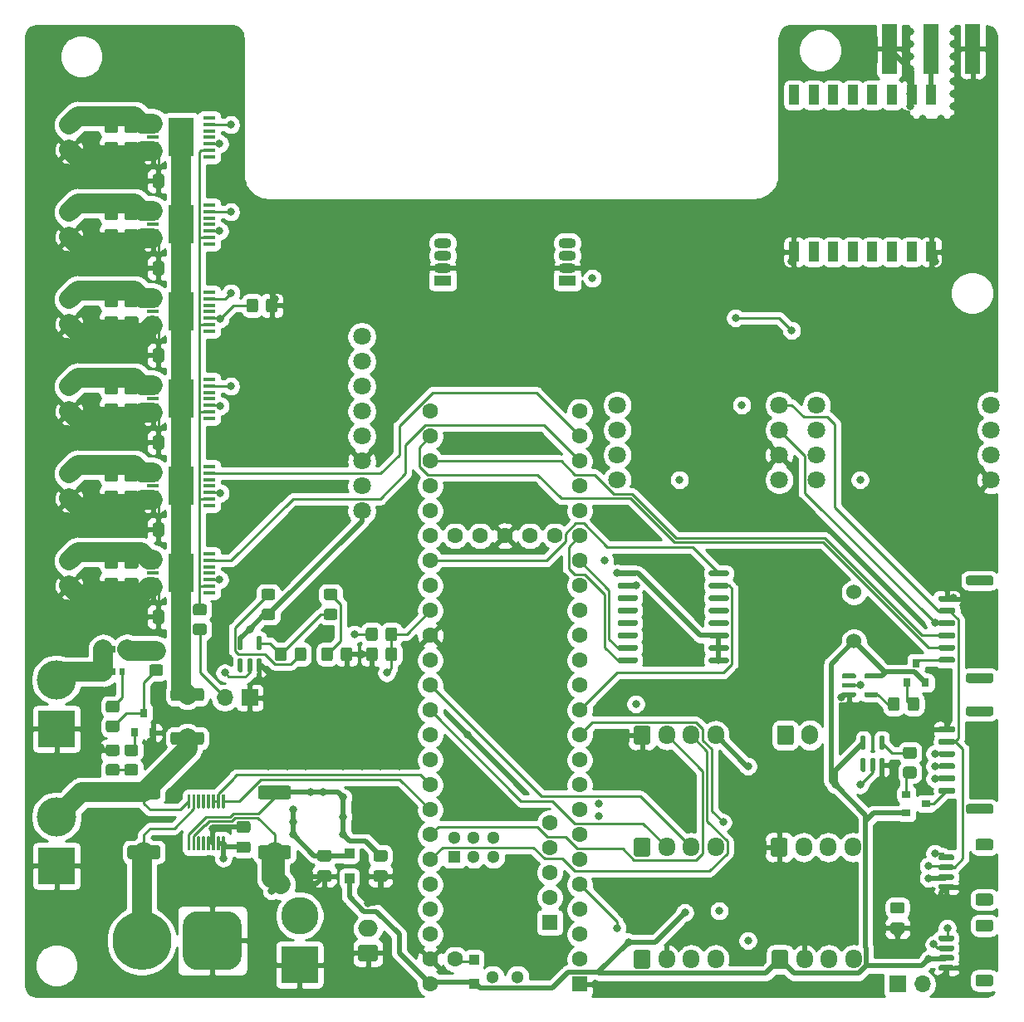
<source format=gtl>
%TF.GenerationSoftware,KiCad,Pcbnew,5.1.10*%
%TF.CreationDate,2021-06-27T23:00:14+02:00*%
%TF.ProjectId,main_v1,6d61696e-5f76-4312-9e6b-696361645f70,rev?*%
%TF.SameCoordinates,Original*%
%TF.FileFunction,Copper,L1,Top*%
%TF.FilePolarity,Positive*%
%FSLAX46Y46*%
G04 Gerber Fmt 4.6, Leading zero omitted, Abs format (unit mm)*
G04 Created by KiCad (PCBNEW 5.1.10) date 2021-06-27 23:00:14*
%MOMM*%
%LPD*%
G01*
G04 APERTURE LIST*
%TA.AperFunction,SMDPad,CuDef*%
%ADD10R,1.000000X1.000000*%
%TD*%
%TA.AperFunction,ComponentPad*%
%ADD11O,1.700000X1.700000*%
%TD*%
%TA.AperFunction,ComponentPad*%
%ADD12R,1.700000X1.700000*%
%TD*%
%TA.AperFunction,ComponentPad*%
%ADD13C,1.800000*%
%TD*%
%TA.AperFunction,SMDPad,CuDef*%
%ADD14R,0.900000X0.800000*%
%TD*%
%TA.AperFunction,SMDPad,CuDef*%
%ADD15R,0.800000X0.900000*%
%TD*%
%TA.AperFunction,ComponentPad*%
%ADD16O,1.700000X2.000000*%
%TD*%
%TA.AperFunction,ComponentPad*%
%ADD17O,1.700000X1.950000*%
%TD*%
%TA.AperFunction,ComponentPad*%
%ADD18O,2.000000X1.700000*%
%TD*%
%TA.AperFunction,SMDPad,CuDef*%
%ADD19R,1.000000X2.000000*%
%TD*%
%TA.AperFunction,SMDPad,CuDef*%
%ADD20R,1.500000X5.080000*%
%TD*%
%TA.AperFunction,SMDPad,CuDef*%
%ADD21R,0.510000X0.700000*%
%TD*%
%TA.AperFunction,ComponentPad*%
%ADD22C,3.800000*%
%TD*%
%TA.AperFunction,ComponentPad*%
%ADD23R,3.800000X3.800000*%
%TD*%
%TA.AperFunction,ComponentPad*%
%ADD24C,6.000000*%
%TD*%
%TA.AperFunction,ComponentPad*%
%ADD25C,0.800000*%
%TD*%
%TA.AperFunction,SMDPad,CuDef*%
%ADD26R,2.650000X4.000000*%
%TD*%
%TA.AperFunction,SMDPad,CuDef*%
%ADD27R,1.310000X0.450000*%
%TD*%
%TA.AperFunction,ComponentPad*%
%ADD28C,4.000000*%
%TD*%
%TA.AperFunction,ComponentPad*%
%ADD29O,1.800000X1.070000*%
%TD*%
%TA.AperFunction,ComponentPad*%
%ADD30R,1.800000X1.070000*%
%TD*%
%TA.AperFunction,ComponentPad*%
%ADD31C,1.524000*%
%TD*%
%TA.AperFunction,ComponentPad*%
%ADD32C,1.300000*%
%TD*%
%TA.AperFunction,ComponentPad*%
%ADD33C,1.600000*%
%TD*%
%TA.AperFunction,ComponentPad*%
%ADD34R,1.300000X1.300000*%
%TD*%
%TA.AperFunction,ComponentPad*%
%ADD35R,1.600000X1.600000*%
%TD*%
%TA.AperFunction,ViaPad*%
%ADD36C,0.800000*%
%TD*%
%TA.AperFunction,Conductor*%
%ADD37C,0.500000*%
%TD*%
%TA.AperFunction,Conductor*%
%ADD38C,0.250000*%
%TD*%
%TA.AperFunction,Conductor*%
%ADD39C,2.000000*%
%TD*%
%TA.AperFunction,Conductor*%
%ADD40C,0.254000*%
%TD*%
%TA.AperFunction,Conductor*%
%ADD41C,0.100000*%
%TD*%
G04 APERTURE END LIST*
%TO.P,JP4,2*%
%TO.N,12V_LIMIT*%
%TA.AperFunction,SMDPad,CuDef*%
G36*
G01*
X159565000Y-127965000D02*
X156665000Y-127965000D01*
G75*
G02*
X156415000Y-127715000I0J250000D01*
G01*
X156415000Y-126915000D01*
G75*
G02*
X156665000Y-126665000I250000J0D01*
G01*
X159565000Y-126665000D01*
G75*
G02*
X159815000Y-126915000I0J-250000D01*
G01*
X159815000Y-127715000D01*
G75*
G02*
X159565000Y-127965000I-250000J0D01*
G01*
G37*
%TD.AperFunction*%
%TO.P,JP4,1*%
%TO.N,12V*%
%TA.AperFunction,SMDPad,CuDef*%
G36*
G01*
X159565000Y-132415000D02*
X156665000Y-132415000D01*
G75*
G02*
X156415000Y-132165000I0J250000D01*
G01*
X156415000Y-131365000D01*
G75*
G02*
X156665000Y-131115000I250000J0D01*
G01*
X159565000Y-131115000D01*
G75*
G02*
X159815000Y-131365000I0J-250000D01*
G01*
X159815000Y-132165000D01*
G75*
G02*
X159565000Y-132415000I-250000J0D01*
G01*
G37*
%TD.AperFunction*%
%TD*%
D10*
%TO.P,D13,2*%
%TO.N,Net-(C17-Pad1)*%
X174625000Y-143530000D03*
%TO.P,D13,1*%
%TO.N,5V*%
X174625000Y-146030000D03*
%TD*%
%TO.P,D11,2*%
%TO.N,Net-(D11-Pad2)*%
X187325000Y-154325000D03*
%TO.P,D11,1*%
%TO.N,5V*%
X187325000Y-156825000D03*
%TD*%
D11*
%TO.P,JP3,2*%
%TO.N,Net-(JP3-Pad2)*%
X233045000Y-156845000D03*
D12*
%TO.P,JP3,1*%
%TO.N,Net-(J2-Pad3)*%
X230505000Y-156845000D03*
%TD*%
D13*
%TO.P,U6,5*%
%TO.N,/SCL2*%
X240030000Y-97790000D03*
%TO.P,U6,6*%
%TO.N,/SDA2*%
X240030000Y-100330000D03*
%TO.P,U6,7*%
%TO.N,3V3*%
X240030000Y-102870000D03*
%TO.P,U6,8*%
%TO.N,GND*%
X240030000Y-105410000D03*
%TO.P,U6,4*%
%TO.N,N/C*%
X222250000Y-105410000D03*
%TO.P,U6,1*%
X222250000Y-97790000D03*
%TO.P,U6,2*%
X222250000Y-100330000D03*
%TO.P,U6,3*%
X222250000Y-102870000D03*
%TD*%
%TO.P,R16,2*%
%TO.N,Net-(R16-Pad2)*%
%TA.AperFunction,SMDPad,CuDef*%
G36*
G01*
X177511000Y-120707999D02*
X177511000Y-121608001D01*
G75*
G02*
X177261001Y-121858000I-249999J0D01*
G01*
X176560999Y-121858000D01*
G75*
G02*
X176311000Y-121608001I0J249999D01*
G01*
X176311000Y-120707999D01*
G75*
G02*
X176560999Y-120458000I249999J0D01*
G01*
X177261001Y-120458000D01*
G75*
G02*
X177511000Y-120707999I0J-249999D01*
G01*
G37*
%TD.AperFunction*%
%TO.P,R16,1*%
%TO.N,/UNSAFE_P_EN*%
%TA.AperFunction,SMDPad,CuDef*%
G36*
G01*
X179511000Y-120707999D02*
X179511000Y-121608001D01*
G75*
G02*
X179261001Y-121858000I-249999J0D01*
G01*
X178560999Y-121858000D01*
G75*
G02*
X178311000Y-121608001I0J249999D01*
G01*
X178311000Y-120707999D01*
G75*
G02*
X178560999Y-120458000I249999J0D01*
G01*
X179261001Y-120458000D01*
G75*
G02*
X179511000Y-120707999I0J-249999D01*
G01*
G37*
%TD.AperFunction*%
%TD*%
%TO.P,U20,1*%
%TO.N,N/C*%
%TA.AperFunction,SMDPad,CuDef*%
G36*
G01*
X227140000Y-135200000D02*
X226890000Y-135200000D01*
G75*
G02*
X226765000Y-135075000I0J125000D01*
G01*
X226765000Y-133900000D01*
G75*
G02*
X226890000Y-133775000I125000J0D01*
G01*
X227140000Y-133775000D01*
G75*
G02*
X227265000Y-133900000I0J-125000D01*
G01*
X227265000Y-135075000D01*
G75*
G02*
X227140000Y-135200000I-125000J0D01*
G01*
G37*
%TD.AperFunction*%
%TO.P,U20,2*%
%TO.N,/GPS_MOS*%
%TA.AperFunction,SMDPad,CuDef*%
G36*
G01*
X228090000Y-135200000D02*
X227840000Y-135200000D01*
G75*
G02*
X227715000Y-135075000I0J125000D01*
G01*
X227715000Y-133900000D01*
G75*
G02*
X227840000Y-133775000I125000J0D01*
G01*
X228090000Y-133775000D01*
G75*
G02*
X228215000Y-133900000I0J-125000D01*
G01*
X228215000Y-135075000D01*
G75*
G02*
X228090000Y-135200000I-125000J0D01*
G01*
G37*
%TD.AperFunction*%
%TO.P,U20,3*%
%TO.N,GND*%
%TA.AperFunction,SMDPad,CuDef*%
G36*
G01*
X229040000Y-135200000D02*
X228790000Y-135200000D01*
G75*
G02*
X228665000Y-135075000I0J125000D01*
G01*
X228665000Y-133900000D01*
G75*
G02*
X228790000Y-133775000I125000J0D01*
G01*
X229040000Y-133775000D01*
G75*
G02*
X229165000Y-133900000I0J-125000D01*
G01*
X229165000Y-135075000D01*
G75*
G02*
X229040000Y-135200000I-125000J0D01*
G01*
G37*
%TD.AperFunction*%
%TO.P,U20,4*%
%TO.N,Net-(R15-Pad1)*%
%TA.AperFunction,SMDPad,CuDef*%
G36*
G01*
X229040000Y-132925000D02*
X228790000Y-132925000D01*
G75*
G02*
X228665000Y-132800000I0J125000D01*
G01*
X228665000Y-131625000D01*
G75*
G02*
X228790000Y-131500000I125000J0D01*
G01*
X229040000Y-131500000D01*
G75*
G02*
X229165000Y-131625000I0J-125000D01*
G01*
X229165000Y-132800000D01*
G75*
G02*
X229040000Y-132925000I-125000J0D01*
G01*
G37*
%TD.AperFunction*%
%TO.P,U20,5*%
%TO.N,5V*%
%TA.AperFunction,SMDPad,CuDef*%
G36*
G01*
X227140000Y-132925000D02*
X226890000Y-132925000D01*
G75*
G02*
X226765000Y-132800000I0J125000D01*
G01*
X226765000Y-131625000D01*
G75*
G02*
X226890000Y-131500000I125000J0D01*
G01*
X227140000Y-131500000D01*
G75*
G02*
X227265000Y-131625000I0J-125000D01*
G01*
X227265000Y-132800000D01*
G75*
G02*
X227140000Y-132925000I-125000J0D01*
G01*
G37*
%TD.AperFunction*%
%TD*%
%TO.P,U5,1*%
%TO.N,N/C*%
%TA.AperFunction,SMDPad,CuDef*%
G36*
G01*
X224845000Y-125540000D02*
X224845000Y-125290000D01*
G75*
G02*
X224970000Y-125165000I125000J0D01*
G01*
X226145000Y-125165000D01*
G75*
G02*
X226270000Y-125290000I0J-125000D01*
G01*
X226270000Y-125540000D01*
G75*
G02*
X226145000Y-125665000I-125000J0D01*
G01*
X224970000Y-125665000D01*
G75*
G02*
X224845000Y-125540000I0J125000D01*
G01*
G37*
%TD.AperFunction*%
%TO.P,U5,2*%
%TO.N,/EXT_MOS*%
%TA.AperFunction,SMDPad,CuDef*%
G36*
G01*
X224845000Y-126490000D02*
X224845000Y-126240000D01*
G75*
G02*
X224970000Y-126115000I125000J0D01*
G01*
X226145000Y-126115000D01*
G75*
G02*
X226270000Y-126240000I0J-125000D01*
G01*
X226270000Y-126490000D01*
G75*
G02*
X226145000Y-126615000I-125000J0D01*
G01*
X224970000Y-126615000D01*
G75*
G02*
X224845000Y-126490000I0J125000D01*
G01*
G37*
%TD.AperFunction*%
%TO.P,U5,3*%
%TO.N,GND*%
%TA.AperFunction,SMDPad,CuDef*%
G36*
G01*
X224845000Y-127440000D02*
X224845000Y-127190000D01*
G75*
G02*
X224970000Y-127065000I125000J0D01*
G01*
X226145000Y-127065000D01*
G75*
G02*
X226270000Y-127190000I0J-125000D01*
G01*
X226270000Y-127440000D01*
G75*
G02*
X226145000Y-127565000I-125000J0D01*
G01*
X224970000Y-127565000D01*
G75*
G02*
X224845000Y-127440000I0J125000D01*
G01*
G37*
%TD.AperFunction*%
%TO.P,U5,4*%
%TO.N,Net-(R3-Pad1)*%
%TA.AperFunction,SMDPad,CuDef*%
G36*
G01*
X227120000Y-127440000D02*
X227120000Y-127190000D01*
G75*
G02*
X227245000Y-127065000I125000J0D01*
G01*
X228420000Y-127065000D01*
G75*
G02*
X228545000Y-127190000I0J-125000D01*
G01*
X228545000Y-127440000D01*
G75*
G02*
X228420000Y-127565000I-125000J0D01*
G01*
X227245000Y-127565000D01*
G75*
G02*
X227120000Y-127440000I0J125000D01*
G01*
G37*
%TD.AperFunction*%
%TO.P,U5,5*%
%TO.N,5V*%
%TA.AperFunction,SMDPad,CuDef*%
G36*
G01*
X227120000Y-125540000D02*
X227120000Y-125290000D01*
G75*
G02*
X227245000Y-125165000I125000J0D01*
G01*
X228420000Y-125165000D01*
G75*
G02*
X228545000Y-125290000I0J-125000D01*
G01*
X228545000Y-125540000D01*
G75*
G02*
X228420000Y-125665000I-125000J0D01*
G01*
X227245000Y-125665000D01*
G75*
G02*
X227120000Y-125540000I0J125000D01*
G01*
G37*
%TD.AperFunction*%
%TD*%
%TO.P,R15,2*%
%TO.N,Net-(Q6-Pad1)*%
%TA.AperFunction,SMDPad,CuDef*%
G36*
G01*
X231324999Y-134655000D02*
X232225001Y-134655000D01*
G75*
G02*
X232475000Y-134904999I0J-249999D01*
G01*
X232475000Y-135605001D01*
G75*
G02*
X232225001Y-135855000I-249999J0D01*
G01*
X231324999Y-135855000D01*
G75*
G02*
X231075000Y-135605001I0J249999D01*
G01*
X231075000Y-134904999D01*
G75*
G02*
X231324999Y-134655000I249999J0D01*
G01*
G37*
%TD.AperFunction*%
%TO.P,R15,1*%
%TO.N,Net-(R15-Pad1)*%
%TA.AperFunction,SMDPad,CuDef*%
G36*
G01*
X231324999Y-132655000D02*
X232225001Y-132655000D01*
G75*
G02*
X232475000Y-132904999I0J-249999D01*
G01*
X232475000Y-133605001D01*
G75*
G02*
X232225001Y-133855000I-249999J0D01*
G01*
X231324999Y-133855000D01*
G75*
G02*
X231075000Y-133605001I0J249999D01*
G01*
X231075000Y-132904999D01*
G75*
G02*
X231324999Y-132655000I249999J0D01*
G01*
G37*
%TD.AperFunction*%
%TD*%
%TO.P,R3,2*%
%TO.N,Net-(Q2-Pad1)*%
%TA.AperFunction,SMDPad,CuDef*%
G36*
G01*
X231540000Y-128720001D02*
X231540000Y-127819999D01*
G75*
G02*
X231789999Y-127570000I249999J0D01*
G01*
X232490001Y-127570000D01*
G75*
G02*
X232740000Y-127819999I0J-249999D01*
G01*
X232740000Y-128720001D01*
G75*
G02*
X232490001Y-128970000I-249999J0D01*
G01*
X231789999Y-128970000D01*
G75*
G02*
X231540000Y-128720001I0J249999D01*
G01*
G37*
%TD.AperFunction*%
%TO.P,R3,1*%
%TO.N,Net-(R3-Pad1)*%
%TA.AperFunction,SMDPad,CuDef*%
G36*
G01*
X229540000Y-128720001D02*
X229540000Y-127819999D01*
G75*
G02*
X229789999Y-127570000I249999J0D01*
G01*
X230490001Y-127570000D01*
G75*
G02*
X230740000Y-127819999I0J-249999D01*
G01*
X230740000Y-128720001D01*
G75*
G02*
X230490001Y-128970000I-249999J0D01*
G01*
X229789999Y-128970000D01*
G75*
G02*
X229540000Y-128720001I0J249999D01*
G01*
G37*
%TD.AperFunction*%
%TD*%
D14*
%TO.P,Q6,3*%
%TO.N,Net-(J6-Pad6)*%
X233410000Y-138430000D03*
%TO.P,Q6,2*%
%TO.N,5V*%
X231410000Y-139380000D03*
%TO.P,Q6,1*%
%TO.N,Net-(Q6-Pad1)*%
X231410000Y-137480000D03*
%TD*%
D15*
%TO.P,Q2,3*%
%TO.N,Net-(J4-Pad6)*%
X232410000Y-124095000D03*
%TO.P,Q2,2*%
%TO.N,5V*%
X233360000Y-126095000D03*
%TO.P,Q2,1*%
%TO.N,Net-(Q2-Pad1)*%
X231460000Y-126095000D03*
%TD*%
%TO.P,J6,1*%
%TO.N,GND*%
%TA.AperFunction,SMDPad,CuDef*%
G36*
G01*
X234840000Y-130560000D02*
X236240000Y-130560000D01*
G75*
G02*
X236390000Y-130710000I0J-150000D01*
G01*
X236390000Y-131010000D01*
G75*
G02*
X236240000Y-131160000I-150000J0D01*
G01*
X234840000Y-131160000D01*
G75*
G02*
X234690000Y-131010000I0J150000D01*
G01*
X234690000Y-130710000D01*
G75*
G02*
X234840000Y-130560000I150000J0D01*
G01*
G37*
%TD.AperFunction*%
%TO.P,J6,2*%
%TO.N,/SDA0*%
%TA.AperFunction,SMDPad,CuDef*%
G36*
G01*
X234840000Y-131810000D02*
X236240000Y-131810000D01*
G75*
G02*
X236390000Y-131960000I0J-150000D01*
G01*
X236390000Y-132260000D01*
G75*
G02*
X236240000Y-132410000I-150000J0D01*
G01*
X234840000Y-132410000D01*
G75*
G02*
X234690000Y-132260000I0J150000D01*
G01*
X234690000Y-131960000D01*
G75*
G02*
X234840000Y-131810000I150000J0D01*
G01*
G37*
%TD.AperFunction*%
%TO.P,J6,3*%
%TO.N,/SCL0*%
%TA.AperFunction,SMDPad,CuDef*%
G36*
G01*
X234840000Y-133060000D02*
X236240000Y-133060000D01*
G75*
G02*
X236390000Y-133210000I0J-150000D01*
G01*
X236390000Y-133510000D01*
G75*
G02*
X236240000Y-133660000I-150000J0D01*
G01*
X234840000Y-133660000D01*
G75*
G02*
X234690000Y-133510000I0J150000D01*
G01*
X234690000Y-133210000D01*
G75*
G02*
X234840000Y-133060000I150000J0D01*
G01*
G37*
%TD.AperFunction*%
%TO.P,J6,4*%
%TO.N,/GPS_TX*%
%TA.AperFunction,SMDPad,CuDef*%
G36*
G01*
X234840000Y-134310000D02*
X236240000Y-134310000D01*
G75*
G02*
X236390000Y-134460000I0J-150000D01*
G01*
X236390000Y-134760000D01*
G75*
G02*
X236240000Y-134910000I-150000J0D01*
G01*
X234840000Y-134910000D01*
G75*
G02*
X234690000Y-134760000I0J150000D01*
G01*
X234690000Y-134460000D01*
G75*
G02*
X234840000Y-134310000I150000J0D01*
G01*
G37*
%TD.AperFunction*%
%TO.P,J6,5*%
%TO.N,/GPS_RX*%
%TA.AperFunction,SMDPad,CuDef*%
G36*
G01*
X234840000Y-135560000D02*
X236240000Y-135560000D01*
G75*
G02*
X236390000Y-135710000I0J-150000D01*
G01*
X236390000Y-136010000D01*
G75*
G02*
X236240000Y-136160000I-150000J0D01*
G01*
X234840000Y-136160000D01*
G75*
G02*
X234690000Y-136010000I0J150000D01*
G01*
X234690000Y-135710000D01*
G75*
G02*
X234840000Y-135560000I150000J0D01*
G01*
G37*
%TD.AperFunction*%
%TO.P,J6,6*%
%TO.N,Net-(J6-Pad6)*%
%TA.AperFunction,SMDPad,CuDef*%
G36*
G01*
X234840000Y-136810000D02*
X236240000Y-136810000D01*
G75*
G02*
X236390000Y-136960000I0J-150000D01*
G01*
X236390000Y-137260000D01*
G75*
G02*
X236240000Y-137410000I-150000J0D01*
G01*
X234840000Y-137410000D01*
G75*
G02*
X234690000Y-137260000I0J150000D01*
G01*
X234690000Y-136960000D01*
G75*
G02*
X234840000Y-136810000I150000J0D01*
G01*
G37*
%TD.AperFunction*%
%TO.P,J6,MP*%
%TO.N,N/C*%
%TA.AperFunction,SMDPad,CuDef*%
G36*
G01*
X237740000Y-128510000D02*
X240040000Y-128510000D01*
G75*
G02*
X240290000Y-128760000I0J-250000D01*
G01*
X240290000Y-129260000D01*
G75*
G02*
X240040000Y-129510000I-250000J0D01*
G01*
X237740000Y-129510000D01*
G75*
G02*
X237490000Y-129260000I0J250000D01*
G01*
X237490000Y-128760000D01*
G75*
G02*
X237740000Y-128510000I250000J0D01*
G01*
G37*
%TD.AperFunction*%
%TA.AperFunction,SMDPad,CuDef*%
G36*
G01*
X237740000Y-138460000D02*
X240040000Y-138460000D01*
G75*
G02*
X240290000Y-138710000I0J-250000D01*
G01*
X240290000Y-139210000D01*
G75*
G02*
X240040000Y-139460000I-250000J0D01*
G01*
X237740000Y-139460000D01*
G75*
G02*
X237490000Y-139210000I0J250000D01*
G01*
X237490000Y-138710000D01*
G75*
G02*
X237740000Y-138460000I250000J0D01*
G01*
G37*
%TD.AperFunction*%
%TD*%
%TO.P,J4,1*%
%TO.N,GND*%
%TA.AperFunction,SMDPad,CuDef*%
G36*
G01*
X234840000Y-117225000D02*
X236240000Y-117225000D01*
G75*
G02*
X236390000Y-117375000I0J-150000D01*
G01*
X236390000Y-117675000D01*
G75*
G02*
X236240000Y-117825000I-150000J0D01*
G01*
X234840000Y-117825000D01*
G75*
G02*
X234690000Y-117675000I0J150000D01*
G01*
X234690000Y-117375000D01*
G75*
G02*
X234840000Y-117225000I150000J0D01*
G01*
G37*
%TD.AperFunction*%
%TO.P,J4,2*%
%TO.N,/SDA0*%
%TA.AperFunction,SMDPad,CuDef*%
G36*
G01*
X234840000Y-118475000D02*
X236240000Y-118475000D01*
G75*
G02*
X236390000Y-118625000I0J-150000D01*
G01*
X236390000Y-118925000D01*
G75*
G02*
X236240000Y-119075000I-150000J0D01*
G01*
X234840000Y-119075000D01*
G75*
G02*
X234690000Y-118925000I0J150000D01*
G01*
X234690000Y-118625000D01*
G75*
G02*
X234840000Y-118475000I150000J0D01*
G01*
G37*
%TD.AperFunction*%
%TO.P,J4,3*%
%TO.N,/SCL0*%
%TA.AperFunction,SMDPad,CuDef*%
G36*
G01*
X234840000Y-119725000D02*
X236240000Y-119725000D01*
G75*
G02*
X236390000Y-119875000I0J-150000D01*
G01*
X236390000Y-120175000D01*
G75*
G02*
X236240000Y-120325000I-150000J0D01*
G01*
X234840000Y-120325000D01*
G75*
G02*
X234690000Y-120175000I0J150000D01*
G01*
X234690000Y-119875000D01*
G75*
G02*
X234840000Y-119725000I150000J0D01*
G01*
G37*
%TD.AperFunction*%
%TO.P,J4,4*%
%TO.N,/EXT_TX*%
%TA.AperFunction,SMDPad,CuDef*%
G36*
G01*
X234840000Y-120975000D02*
X236240000Y-120975000D01*
G75*
G02*
X236390000Y-121125000I0J-150000D01*
G01*
X236390000Y-121425000D01*
G75*
G02*
X236240000Y-121575000I-150000J0D01*
G01*
X234840000Y-121575000D01*
G75*
G02*
X234690000Y-121425000I0J150000D01*
G01*
X234690000Y-121125000D01*
G75*
G02*
X234840000Y-120975000I150000J0D01*
G01*
G37*
%TD.AperFunction*%
%TO.P,J4,5*%
%TO.N,/EXT_RX*%
%TA.AperFunction,SMDPad,CuDef*%
G36*
G01*
X234840000Y-122225000D02*
X236240000Y-122225000D01*
G75*
G02*
X236390000Y-122375000I0J-150000D01*
G01*
X236390000Y-122675000D01*
G75*
G02*
X236240000Y-122825000I-150000J0D01*
G01*
X234840000Y-122825000D01*
G75*
G02*
X234690000Y-122675000I0J150000D01*
G01*
X234690000Y-122375000D01*
G75*
G02*
X234840000Y-122225000I150000J0D01*
G01*
G37*
%TD.AperFunction*%
%TO.P,J4,6*%
%TO.N,Net-(J4-Pad6)*%
%TA.AperFunction,SMDPad,CuDef*%
G36*
G01*
X234840000Y-123475000D02*
X236240000Y-123475000D01*
G75*
G02*
X236390000Y-123625000I0J-150000D01*
G01*
X236390000Y-123925000D01*
G75*
G02*
X236240000Y-124075000I-150000J0D01*
G01*
X234840000Y-124075000D01*
G75*
G02*
X234690000Y-123925000I0J150000D01*
G01*
X234690000Y-123625000D01*
G75*
G02*
X234840000Y-123475000I150000J0D01*
G01*
G37*
%TD.AperFunction*%
%TO.P,J4,MP*%
%TO.N,N/C*%
%TA.AperFunction,SMDPad,CuDef*%
G36*
G01*
X237740000Y-115175000D02*
X240040000Y-115175000D01*
G75*
G02*
X240290000Y-115425000I0J-250000D01*
G01*
X240290000Y-115925000D01*
G75*
G02*
X240040000Y-116175000I-250000J0D01*
G01*
X237740000Y-116175000D01*
G75*
G02*
X237490000Y-115925000I0J250000D01*
G01*
X237490000Y-115425000D01*
G75*
G02*
X237740000Y-115175000I250000J0D01*
G01*
G37*
%TD.AperFunction*%
%TA.AperFunction,SMDPad,CuDef*%
G36*
G01*
X237740000Y-125125000D02*
X240040000Y-125125000D01*
G75*
G02*
X240290000Y-125375000I0J-250000D01*
G01*
X240290000Y-125875000D01*
G75*
G02*
X240040000Y-126125000I-250000J0D01*
G01*
X237740000Y-126125000D01*
G75*
G02*
X237490000Y-125875000I0J250000D01*
G01*
X237490000Y-125375000D01*
G75*
G02*
X237740000Y-125125000I250000J0D01*
G01*
G37*
%TD.AperFunction*%
%TD*%
%TO.P,J10,1*%
%TO.N,GND*%
%TA.AperFunction,SMDPad,CuDef*%
G36*
G01*
X236115000Y-155470000D02*
X234865000Y-155470000D01*
G75*
G02*
X234715000Y-155320000I0J150000D01*
G01*
X234715000Y-155020000D01*
G75*
G02*
X234865000Y-154870000I150000J0D01*
G01*
X236115000Y-154870000D01*
G75*
G02*
X236265000Y-155020000I0J-150000D01*
G01*
X236265000Y-155320000D01*
G75*
G02*
X236115000Y-155470000I-150000J0D01*
G01*
G37*
%TD.AperFunction*%
%TO.P,J10,2*%
%TO.N,5V*%
%TA.AperFunction,SMDPad,CuDef*%
G36*
G01*
X236115000Y-154470000D02*
X234865000Y-154470000D01*
G75*
G02*
X234715000Y-154320000I0J150000D01*
G01*
X234715000Y-154020000D01*
G75*
G02*
X234865000Y-153870000I150000J0D01*
G01*
X236115000Y-153870000D01*
G75*
G02*
X236265000Y-154020000I0J-150000D01*
G01*
X236265000Y-154320000D01*
G75*
G02*
X236115000Y-154470000I-150000J0D01*
G01*
G37*
%TD.AperFunction*%
%TO.P,J10,3*%
%TO.N,Net-(J10-Pad3)*%
%TA.AperFunction,SMDPad,CuDef*%
G36*
G01*
X236115000Y-153470000D02*
X234865000Y-153470000D01*
G75*
G02*
X234715000Y-153320000I0J150000D01*
G01*
X234715000Y-153020000D01*
G75*
G02*
X234865000Y-152870000I150000J0D01*
G01*
X236115000Y-152870000D01*
G75*
G02*
X236265000Y-153020000I0J-150000D01*
G01*
X236265000Y-153320000D01*
G75*
G02*
X236115000Y-153470000I-150000J0D01*
G01*
G37*
%TD.AperFunction*%
%TO.P,J10,4*%
%TO.N,Net-(J10-Pad4)*%
%TA.AperFunction,SMDPad,CuDef*%
G36*
G01*
X236115000Y-152470000D02*
X234865000Y-152470000D01*
G75*
G02*
X234715000Y-152320000I0J150000D01*
G01*
X234715000Y-152020000D01*
G75*
G02*
X234865000Y-151870000I150000J0D01*
G01*
X236115000Y-151870000D01*
G75*
G02*
X236265000Y-152020000I0J-150000D01*
G01*
X236265000Y-152320000D01*
G75*
G02*
X236115000Y-152470000I-150000J0D01*
G01*
G37*
%TD.AperFunction*%
%TO.P,J10,MP*%
%TO.N,N/C*%
%TA.AperFunction,SMDPad,CuDef*%
G36*
G01*
X240015001Y-157070000D02*
X238714999Y-157070000D01*
G75*
G02*
X238465000Y-156820001I0J249999D01*
G01*
X238465000Y-156119999D01*
G75*
G02*
X238714999Y-155870000I249999J0D01*
G01*
X240015001Y-155870000D01*
G75*
G02*
X240265000Y-156119999I0J-249999D01*
G01*
X240265000Y-156820001D01*
G75*
G02*
X240015001Y-157070000I-249999J0D01*
G01*
G37*
%TD.AperFunction*%
%TA.AperFunction,SMDPad,CuDef*%
G36*
G01*
X240015001Y-151470000D02*
X238714999Y-151470000D01*
G75*
G02*
X238465000Y-151220001I0J249999D01*
G01*
X238465000Y-150519999D01*
G75*
G02*
X238714999Y-150270000I249999J0D01*
G01*
X240015001Y-150270000D01*
G75*
G02*
X240265000Y-150519999I0J-249999D01*
G01*
X240265000Y-151220001D01*
G75*
G02*
X240015001Y-151470000I-249999J0D01*
G01*
G37*
%TD.AperFunction*%
%TD*%
%TO.P,J1,1*%
%TO.N,GND*%
%TA.AperFunction,SMDPad,CuDef*%
G36*
G01*
X236115000Y-147215000D02*
X234865000Y-147215000D01*
G75*
G02*
X234715000Y-147065000I0J150000D01*
G01*
X234715000Y-146765000D01*
G75*
G02*
X234865000Y-146615000I150000J0D01*
G01*
X236115000Y-146615000D01*
G75*
G02*
X236265000Y-146765000I0J-150000D01*
G01*
X236265000Y-147065000D01*
G75*
G02*
X236115000Y-147215000I-150000J0D01*
G01*
G37*
%TD.AperFunction*%
%TO.P,J1,2*%
%TO.N,3V3*%
%TA.AperFunction,SMDPad,CuDef*%
G36*
G01*
X236115000Y-146215000D02*
X234865000Y-146215000D01*
G75*
G02*
X234715000Y-146065000I0J150000D01*
G01*
X234715000Y-145765000D01*
G75*
G02*
X234865000Y-145615000I150000J0D01*
G01*
X236115000Y-145615000D01*
G75*
G02*
X236265000Y-145765000I0J-150000D01*
G01*
X236265000Y-146065000D01*
G75*
G02*
X236115000Y-146215000I-150000J0D01*
G01*
G37*
%TD.AperFunction*%
%TO.P,J1,3*%
%TO.N,/SDA0*%
%TA.AperFunction,SMDPad,CuDef*%
G36*
G01*
X236115000Y-145215000D02*
X234865000Y-145215000D01*
G75*
G02*
X234715000Y-145065000I0J150000D01*
G01*
X234715000Y-144765000D01*
G75*
G02*
X234865000Y-144615000I150000J0D01*
G01*
X236115000Y-144615000D01*
G75*
G02*
X236265000Y-144765000I0J-150000D01*
G01*
X236265000Y-145065000D01*
G75*
G02*
X236115000Y-145215000I-150000J0D01*
G01*
G37*
%TD.AperFunction*%
%TO.P,J1,4*%
%TO.N,/SCL0*%
%TA.AperFunction,SMDPad,CuDef*%
G36*
G01*
X236115000Y-144215000D02*
X234865000Y-144215000D01*
G75*
G02*
X234715000Y-144065000I0J150000D01*
G01*
X234715000Y-143765000D01*
G75*
G02*
X234865000Y-143615000I150000J0D01*
G01*
X236115000Y-143615000D01*
G75*
G02*
X236265000Y-143765000I0J-150000D01*
G01*
X236265000Y-144065000D01*
G75*
G02*
X236115000Y-144215000I-150000J0D01*
G01*
G37*
%TD.AperFunction*%
%TO.P,J1,MP*%
%TO.N,N/C*%
%TA.AperFunction,SMDPad,CuDef*%
G36*
G01*
X240015001Y-148815000D02*
X238714999Y-148815000D01*
G75*
G02*
X238465000Y-148565001I0J249999D01*
G01*
X238465000Y-147864999D01*
G75*
G02*
X238714999Y-147615000I249999J0D01*
G01*
X240015001Y-147615000D01*
G75*
G02*
X240265000Y-147864999I0J-249999D01*
G01*
X240265000Y-148565001D01*
G75*
G02*
X240015001Y-148815000I-249999J0D01*
G01*
G37*
%TD.AperFunction*%
%TA.AperFunction,SMDPad,CuDef*%
G36*
G01*
X240015001Y-143215000D02*
X238714999Y-143215000D01*
G75*
G02*
X238465000Y-142965001I0J249999D01*
G01*
X238465000Y-142264999D01*
G75*
G02*
X238714999Y-142015000I249999J0D01*
G01*
X240015001Y-142015000D01*
G75*
G02*
X240265000Y-142264999I0J-249999D01*
G01*
X240265000Y-142965001D01*
G75*
G02*
X240015001Y-143215000I-249999J0D01*
G01*
G37*
%TD.AperFunction*%
%TD*%
%TO.P,C21,2*%
%TO.N,GND*%
%TA.AperFunction,SMDPad,CuDef*%
G36*
G01*
X230030000Y-150542500D02*
X230980000Y-150542500D01*
G75*
G02*
X231230000Y-150792500I0J-250000D01*
G01*
X231230000Y-151467500D01*
G75*
G02*
X230980000Y-151717500I-250000J0D01*
G01*
X230030000Y-151717500D01*
G75*
G02*
X229780000Y-151467500I0J250000D01*
G01*
X229780000Y-150792500D01*
G75*
G02*
X230030000Y-150542500I250000J0D01*
G01*
G37*
%TD.AperFunction*%
%TO.P,C21,1*%
%TO.N,3V3*%
%TA.AperFunction,SMDPad,CuDef*%
G36*
G01*
X230030000Y-148467500D02*
X230980000Y-148467500D01*
G75*
G02*
X231230000Y-148717500I0J-250000D01*
G01*
X231230000Y-149392500D01*
G75*
G02*
X230980000Y-149642500I-250000J0D01*
G01*
X230030000Y-149642500D01*
G75*
G02*
X229780000Y-149392500I0J250000D01*
G01*
X229780000Y-148717500D01*
G75*
G02*
X230030000Y-148467500I250000J0D01*
G01*
G37*
%TD.AperFunction*%
%TD*%
D16*
%TO.P,JP2,2*%
%TO.N,3V3*%
X221575000Y-131445000D03*
%TO.P,JP2,1*%
%TO.N,/LIFTOFF*%
%TA.AperFunction,ComponentPad*%
G36*
G01*
X218225000Y-132195000D02*
X218225000Y-130695000D01*
G75*
G02*
X218475000Y-130445000I250000J0D01*
G01*
X219675000Y-130445000D01*
G75*
G02*
X219925000Y-130695000I0J-250000D01*
G01*
X219925000Y-132195000D01*
G75*
G02*
X219675000Y-132445000I-250000J0D01*
G01*
X218475000Y-132445000D01*
G75*
G02*
X218225000Y-132195000I0J250000D01*
G01*
G37*
%TD.AperFunction*%
%TD*%
%TO.P,J5,1*%
%TO.N,GND*%
%TA.AperFunction,ComponentPad*%
G36*
G01*
X203620000Y-132170000D02*
X203620000Y-130720000D01*
G75*
G02*
X203870000Y-130470000I250000J0D01*
G01*
X205070000Y-130470000D01*
G75*
G02*
X205320000Y-130720000I0J-250000D01*
G01*
X205320000Y-132170000D01*
G75*
G02*
X205070000Y-132420000I-250000J0D01*
G01*
X203870000Y-132420000D01*
G75*
G02*
X203620000Y-132170000I0J250000D01*
G01*
G37*
%TD.AperFunction*%
D17*
%TO.P,J5,2*%
%TO.N,/EXT1_TX*%
X206970000Y-131445000D03*
%TO.P,J5,3*%
%TO.N,/EXT1_RX*%
X209470000Y-131445000D03*
%TO.P,J5,4*%
%TO.N,5V*%
X211970000Y-131445000D03*
%TD*%
D18*
%TO.P,JP1,2*%
%TO.N,Net-(JP1-Pad2)*%
X176530000Y-151170000D03*
%TO.P,JP1,1*%
%TO.N,GND*%
%TA.AperFunction,ComponentPad*%
G36*
G01*
X177280000Y-154520000D02*
X175780000Y-154520000D01*
G75*
G02*
X175530000Y-154270000I0J250000D01*
G01*
X175530000Y-153070000D01*
G75*
G02*
X175780000Y-152820000I250000J0D01*
G01*
X177280000Y-152820000D01*
G75*
G02*
X177530000Y-153070000I0J-250000D01*
G01*
X177530000Y-154270000D01*
G75*
G02*
X177280000Y-154520000I-250000J0D01*
G01*
G37*
%TD.AperFunction*%
%TD*%
D13*
%TO.P,U35,5*%
%TO.N,3V3*%
X218440000Y-105410000D03*
%TO.P,U35,7*%
%TO.N,/SCL0*%
X218440000Y-100330000D03*
%TO.P,U35,8*%
%TO.N,/SDA0*%
X218440000Y-97790000D03*
%TO.P,U35,6*%
%TO.N,GND*%
X218440000Y-102870000D03*
%TO.P,U35,3*%
%TO.N,N/C*%
X201930000Y-102870000D03*
%TO.P,U35,1*%
X201930000Y-97790000D03*
%TO.P,U35,4*%
X201930000Y-105410000D03*
%TO.P,U35,2*%
%TO.N,3V3*%
X201930000Y-100330000D03*
%TD*%
D19*
%TO.P,U32,16*%
%TO.N,N/C*%
X219949000Y-66168000D03*
%TO.P,U32,15*%
X221949000Y-66168000D03*
%TO.P,U32,14*%
%TO.N,/RF_INT*%
X223949000Y-66168000D03*
%TO.P,U32,13*%
%TO.N,3V3*%
X225949000Y-66168000D03*
%TO.P,U32,12*%
%TO.N,N/C*%
X227949000Y-66168000D03*
%TO.P,U32,11*%
X229949000Y-66168000D03*
%TO.P,U32,10*%
%TO.N,GND*%
X231949000Y-66168000D03*
%TO.P,U32,9*%
%TO.N,Net-(J9-Pad1)*%
X233949000Y-66168000D03*
%TO.P,U32,8*%
%TO.N,GND*%
X233949000Y-82168000D03*
%TO.P,U32,7*%
%TO.N,N/C*%
X231949000Y-82168000D03*
%TO.P,U32,6*%
%TO.N,/RF_RESET*%
X229949000Y-82168000D03*
%TO.P,U32,5*%
%TO.N,/RF_CS*%
X227949000Y-82168000D03*
%TO.P,U32,4*%
%TO.N,/SCK0*%
X225949000Y-82168000D03*
%TO.P,U32,3*%
%TO.N,/MOSI0*%
X223949000Y-82168000D03*
%TO.P,U32,2*%
%TO.N,/MISO0*%
X221949000Y-82168000D03*
%TO.P,U32,1*%
%TO.N,GND*%
X219949000Y-82168000D03*
%TD*%
%TO.P,U16,16*%
%TO.N,/SCK1*%
%TA.AperFunction,SMDPad,CuDef*%
G36*
G01*
X204020000Y-123675000D02*
X204020000Y-123975000D01*
G75*
G02*
X203870000Y-124125000I-150000J0D01*
G01*
X202120000Y-124125000D01*
G75*
G02*
X201970000Y-123975000I0J150000D01*
G01*
X201970000Y-123675000D01*
G75*
G02*
X202120000Y-123525000I150000J0D01*
G01*
X203870000Y-123525000D01*
G75*
G02*
X204020000Y-123675000I0J-150000D01*
G01*
G37*
%TD.AperFunction*%
%TO.P,U16,15*%
%TO.N,/MOSI1*%
%TA.AperFunction,SMDPad,CuDef*%
G36*
G01*
X204020000Y-122405000D02*
X204020000Y-122705000D01*
G75*
G02*
X203870000Y-122855000I-150000J0D01*
G01*
X202120000Y-122855000D01*
G75*
G02*
X201970000Y-122705000I0J150000D01*
G01*
X201970000Y-122405000D01*
G75*
G02*
X202120000Y-122255000I150000J0D01*
G01*
X203870000Y-122255000D01*
G75*
G02*
X204020000Y-122405000I0J-150000D01*
G01*
G37*
%TD.AperFunction*%
%TO.P,U16,14*%
%TO.N,N/C*%
%TA.AperFunction,SMDPad,CuDef*%
G36*
G01*
X204020000Y-121135000D02*
X204020000Y-121435000D01*
G75*
G02*
X203870000Y-121585000I-150000J0D01*
G01*
X202120000Y-121585000D01*
G75*
G02*
X201970000Y-121435000I0J150000D01*
G01*
X201970000Y-121135000D01*
G75*
G02*
X202120000Y-120985000I150000J0D01*
G01*
X203870000Y-120985000D01*
G75*
G02*
X204020000Y-121135000I0J-150000D01*
G01*
G37*
%TD.AperFunction*%
%TO.P,U16,13*%
%TA.AperFunction,SMDPad,CuDef*%
G36*
G01*
X204020000Y-119865000D02*
X204020000Y-120165000D01*
G75*
G02*
X203870000Y-120315000I-150000J0D01*
G01*
X202120000Y-120315000D01*
G75*
G02*
X201970000Y-120165000I0J150000D01*
G01*
X201970000Y-119865000D01*
G75*
G02*
X202120000Y-119715000I150000J0D01*
G01*
X203870000Y-119715000D01*
G75*
G02*
X204020000Y-119865000I0J-150000D01*
G01*
G37*
%TD.AperFunction*%
%TO.P,U16,12*%
%TA.AperFunction,SMDPad,CuDef*%
G36*
G01*
X204020000Y-118595000D02*
X204020000Y-118895000D01*
G75*
G02*
X203870000Y-119045000I-150000J0D01*
G01*
X202120000Y-119045000D01*
G75*
G02*
X201970000Y-118895000I0J150000D01*
G01*
X201970000Y-118595000D01*
G75*
G02*
X202120000Y-118445000I150000J0D01*
G01*
X203870000Y-118445000D01*
G75*
G02*
X204020000Y-118595000I0J-150000D01*
G01*
G37*
%TD.AperFunction*%
%TO.P,U16,11*%
%TA.AperFunction,SMDPad,CuDef*%
G36*
G01*
X204020000Y-117325000D02*
X204020000Y-117625000D01*
G75*
G02*
X203870000Y-117775000I-150000J0D01*
G01*
X202120000Y-117775000D01*
G75*
G02*
X201970000Y-117625000I0J150000D01*
G01*
X201970000Y-117325000D01*
G75*
G02*
X202120000Y-117175000I150000J0D01*
G01*
X203870000Y-117175000D01*
G75*
G02*
X204020000Y-117325000I0J-150000D01*
G01*
G37*
%TD.AperFunction*%
%TO.P,U16,10*%
%TO.N,GND*%
%TA.AperFunction,SMDPad,CuDef*%
G36*
G01*
X204020000Y-116055000D02*
X204020000Y-116355000D01*
G75*
G02*
X203870000Y-116505000I-150000J0D01*
G01*
X202120000Y-116505000D01*
G75*
G02*
X201970000Y-116355000I0J150000D01*
G01*
X201970000Y-116055000D01*
G75*
G02*
X202120000Y-115905000I150000J0D01*
G01*
X203870000Y-115905000D01*
G75*
G02*
X204020000Y-116055000I0J-150000D01*
G01*
G37*
%TD.AperFunction*%
%TO.P,U16,9*%
%TO.N,3V3*%
%TA.AperFunction,SMDPad,CuDef*%
G36*
G01*
X204020000Y-114785000D02*
X204020000Y-115085000D01*
G75*
G02*
X203870000Y-115235000I-150000J0D01*
G01*
X202120000Y-115235000D01*
G75*
G02*
X201970000Y-115085000I0J150000D01*
G01*
X201970000Y-114785000D01*
G75*
G02*
X202120000Y-114635000I150000J0D01*
G01*
X203870000Y-114635000D01*
G75*
G02*
X204020000Y-114785000I0J-150000D01*
G01*
G37*
%TD.AperFunction*%
%TO.P,U16,8*%
%TO.N,/MISO1*%
%TA.AperFunction,SMDPad,CuDef*%
G36*
G01*
X213320000Y-114785000D02*
X213320000Y-115085000D01*
G75*
G02*
X213170000Y-115235000I-150000J0D01*
G01*
X211420000Y-115235000D01*
G75*
G02*
X211270000Y-115085000I0J150000D01*
G01*
X211270000Y-114785000D01*
G75*
G02*
X211420000Y-114635000I150000J0D01*
G01*
X213170000Y-114635000D01*
G75*
G02*
X213320000Y-114785000I0J-150000D01*
G01*
G37*
%TD.AperFunction*%
%TO.P,U16,7*%
%TO.N,/FLASH_CS*%
%TA.AperFunction,SMDPad,CuDef*%
G36*
G01*
X213320000Y-116055000D02*
X213320000Y-116355000D01*
G75*
G02*
X213170000Y-116505000I-150000J0D01*
G01*
X211420000Y-116505000D01*
G75*
G02*
X211270000Y-116355000I0J150000D01*
G01*
X211270000Y-116055000D01*
G75*
G02*
X211420000Y-115905000I150000J0D01*
G01*
X213170000Y-115905000D01*
G75*
G02*
X213320000Y-116055000I0J-150000D01*
G01*
G37*
%TD.AperFunction*%
%TO.P,U16,6*%
%TO.N,N/C*%
%TA.AperFunction,SMDPad,CuDef*%
G36*
G01*
X213320000Y-117325000D02*
X213320000Y-117625000D01*
G75*
G02*
X213170000Y-117775000I-150000J0D01*
G01*
X211420000Y-117775000D01*
G75*
G02*
X211270000Y-117625000I0J150000D01*
G01*
X211270000Y-117325000D01*
G75*
G02*
X211420000Y-117175000I150000J0D01*
G01*
X213170000Y-117175000D01*
G75*
G02*
X213320000Y-117325000I0J-150000D01*
G01*
G37*
%TD.AperFunction*%
%TO.P,U16,5*%
%TA.AperFunction,SMDPad,CuDef*%
G36*
G01*
X213320000Y-118595000D02*
X213320000Y-118895000D01*
G75*
G02*
X213170000Y-119045000I-150000J0D01*
G01*
X211420000Y-119045000D01*
G75*
G02*
X211270000Y-118895000I0J150000D01*
G01*
X211270000Y-118595000D01*
G75*
G02*
X211420000Y-118445000I150000J0D01*
G01*
X213170000Y-118445000D01*
G75*
G02*
X213320000Y-118595000I0J-150000D01*
G01*
G37*
%TD.AperFunction*%
%TO.P,U16,4*%
%TA.AperFunction,SMDPad,CuDef*%
G36*
G01*
X213320000Y-119865000D02*
X213320000Y-120165000D01*
G75*
G02*
X213170000Y-120315000I-150000J0D01*
G01*
X211420000Y-120315000D01*
G75*
G02*
X211270000Y-120165000I0J150000D01*
G01*
X211270000Y-119865000D01*
G75*
G02*
X211420000Y-119715000I150000J0D01*
G01*
X213170000Y-119715000D01*
G75*
G02*
X213320000Y-119865000I0J-150000D01*
G01*
G37*
%TD.AperFunction*%
%TO.P,U16,3*%
%TO.N,3V3*%
%TA.AperFunction,SMDPad,CuDef*%
G36*
G01*
X213320000Y-121135000D02*
X213320000Y-121435000D01*
G75*
G02*
X213170000Y-121585000I-150000J0D01*
G01*
X211420000Y-121585000D01*
G75*
G02*
X211270000Y-121435000I0J150000D01*
G01*
X211270000Y-121135000D01*
G75*
G02*
X211420000Y-120985000I150000J0D01*
G01*
X213170000Y-120985000D01*
G75*
G02*
X213320000Y-121135000I0J-150000D01*
G01*
G37*
%TD.AperFunction*%
%TO.P,U16,2*%
%TA.AperFunction,SMDPad,CuDef*%
G36*
G01*
X213320000Y-122405000D02*
X213320000Y-122705000D01*
G75*
G02*
X213170000Y-122855000I-150000J0D01*
G01*
X211420000Y-122855000D01*
G75*
G02*
X211270000Y-122705000I0J150000D01*
G01*
X211270000Y-122405000D01*
G75*
G02*
X211420000Y-122255000I150000J0D01*
G01*
X213170000Y-122255000D01*
G75*
G02*
X213320000Y-122405000I0J-150000D01*
G01*
G37*
%TD.AperFunction*%
%TO.P,U16,1*%
%TA.AperFunction,SMDPad,CuDef*%
G36*
G01*
X213320000Y-123675000D02*
X213320000Y-123975000D01*
G75*
G02*
X213170000Y-124125000I-150000J0D01*
G01*
X211420000Y-124125000D01*
G75*
G02*
X211270000Y-123975000I0J150000D01*
G01*
X211270000Y-123675000D01*
G75*
G02*
X211420000Y-123525000I150000J0D01*
G01*
X213170000Y-123525000D01*
G75*
G02*
X213320000Y-123675000I0J-150000D01*
G01*
G37*
%TD.AperFunction*%
%TD*%
D20*
%TO.P,J9,1*%
%TO.N,Net-(J9-Pad1)*%
X233934000Y-61468000D03*
%TO.P,J9,2*%
%TO.N,GND*%
X229684000Y-61468000D03*
X238184000Y-61468000D03*
%TD*%
D17*
%TO.P,J8,4*%
%TO.N,Net-(J8-Pad4)*%
X225940000Y-142875000D03*
%TO.P,J8,3*%
%TO.N,/TM_RX*%
X223440000Y-142875000D03*
%TO.P,J8,2*%
%TO.N,/TM_TX*%
X220940000Y-142875000D03*
%TO.P,J8,1*%
%TO.N,GND*%
%TA.AperFunction,ComponentPad*%
G36*
G01*
X217590000Y-143600000D02*
X217590000Y-142150000D01*
G75*
G02*
X217840000Y-141900000I250000J0D01*
G01*
X219040000Y-141900000D01*
G75*
G02*
X219290000Y-142150000I0J-250000D01*
G01*
X219290000Y-143600000D01*
G75*
G02*
X219040000Y-143850000I-250000J0D01*
G01*
X217840000Y-143850000D01*
G75*
G02*
X217590000Y-143600000I0J250000D01*
G01*
G37*
%TD.AperFunction*%
%TD*%
%TO.P,J7,4*%
%TO.N,Net-(J7-Pad4)*%
X211970000Y-142875000D03*
%TO.P,J7,3*%
%TO.N,/FPV_RX*%
X209470000Y-142875000D03*
%TO.P,J7,2*%
%TO.N,/FPV_TX*%
X206970000Y-142875000D03*
%TO.P,J7,1*%
%TO.N,GND*%
%TA.AperFunction,ComponentPad*%
G36*
G01*
X203620000Y-143600000D02*
X203620000Y-142150000D01*
G75*
G02*
X203870000Y-141900000I250000J0D01*
G01*
X205070000Y-141900000D01*
G75*
G02*
X205320000Y-142150000I0J-250000D01*
G01*
X205320000Y-143600000D01*
G75*
G02*
X205070000Y-143850000I-250000J0D01*
G01*
X203870000Y-143850000D01*
G75*
G02*
X203620000Y-143600000I0J250000D01*
G01*
G37*
%TD.AperFunction*%
%TD*%
%TO.P,J3,4*%
%TO.N,Net-(J2-Pad4)*%
X226020000Y-154305000D03*
%TO.P,J3,3*%
%TO.N,Net-(J2-Pad3)*%
X223520000Y-154305000D03*
%TO.P,J3,2*%
%TO.N,GND*%
X221020000Y-154305000D03*
%TO.P,J3,1*%
%TO.N,5V*%
%TA.AperFunction,ComponentPad*%
G36*
G01*
X217670000Y-155030000D02*
X217670000Y-153580000D01*
G75*
G02*
X217920000Y-153330000I250000J0D01*
G01*
X219120000Y-153330000D01*
G75*
G02*
X219370000Y-153580000I0J-250000D01*
G01*
X219370000Y-155030000D01*
G75*
G02*
X219120000Y-155280000I-250000J0D01*
G01*
X217920000Y-155280000D01*
G75*
G02*
X217670000Y-155030000I0J250000D01*
G01*
G37*
%TD.AperFunction*%
%TD*%
%TO.P,J2,4*%
%TO.N,Net-(J2-Pad4)*%
X211970000Y-154305000D03*
%TO.P,J2,3*%
%TO.N,Net-(J2-Pad3)*%
X209470000Y-154305000D03*
%TO.P,J2,2*%
%TO.N,GND*%
X206970000Y-154305000D03*
%TO.P,J2,1*%
%TO.N,Net-(J2-Pad1)*%
%TA.AperFunction,ComponentPad*%
G36*
G01*
X203620000Y-155030000D02*
X203620000Y-153580000D01*
G75*
G02*
X203870000Y-153330000I250000J0D01*
G01*
X205070000Y-153330000D01*
G75*
G02*
X205320000Y-153580000I0J-250000D01*
G01*
X205320000Y-155030000D01*
G75*
G02*
X205070000Y-155280000I-250000J0D01*
G01*
X203870000Y-155280000D01*
G75*
G02*
X203620000Y-155030000I0J250000D01*
G01*
G37*
%TD.AperFunction*%
%TD*%
D21*
%TO.P,Q9,6*%
%TO.N,Net-(Q9-Pad1)*%
X149545000Y-122665000D03*
%TO.P,Q9,5*%
X150495000Y-122665000D03*
%TO.P,Q9,4*%
%TO.N,7V*%
X151445000Y-122665000D03*
%TO.P,Q9,3*%
%TO.N,Net-(Q9-Pad3)*%
X151445000Y-124985000D03*
%TO.P,Q9,2*%
%TO.N,Net-(Q9-Pad1)*%
X150495000Y-124985000D03*
%TO.P,Q9,1*%
X149545000Y-124985000D03*
%TD*%
D13*
%TO.P,U33,8*%
%TO.N,N/C*%
X175895000Y-90805000D03*
%TO.P,U33,7*%
X175895000Y-93345000D03*
%TO.P,U33,6*%
%TO.N,3V3*%
X175895000Y-95885000D03*
%TO.P,U33,5*%
%TO.N,/SDA2*%
X175895000Y-98425000D03*
%TO.P,U33,4*%
%TO.N,/SCL2*%
X175895000Y-100965000D03*
%TO.P,U33,3*%
%TO.N,GND*%
X175895000Y-103505000D03*
%TO.P,U33,2*%
%TO.N,N/C*%
X175895000Y-106045000D03*
%TO.P,U33,1*%
%TO.N,3V3*%
X175895000Y-108585000D03*
%TD*%
%TO.P,C19,2*%
%TO.N,3V3*%
%TA.AperFunction,SMDPad,CuDef*%
G36*
G01*
X163355000Y-142287500D02*
X164305000Y-142287500D01*
G75*
G02*
X164555000Y-142537500I0J-250000D01*
G01*
X164555000Y-143212500D01*
G75*
G02*
X164305000Y-143462500I-250000J0D01*
G01*
X163355000Y-143462500D01*
G75*
G02*
X163105000Y-143212500I0J250000D01*
G01*
X163105000Y-142537500D01*
G75*
G02*
X163355000Y-142287500I250000J0D01*
G01*
G37*
%TD.AperFunction*%
%TO.P,C19,1*%
%TO.N,GND*%
%TA.AperFunction,SMDPad,CuDef*%
G36*
G01*
X163355000Y-140212500D02*
X164305000Y-140212500D01*
G75*
G02*
X164555000Y-140462500I0J-250000D01*
G01*
X164555000Y-141137500D01*
G75*
G02*
X164305000Y-141387500I-250000J0D01*
G01*
X163355000Y-141387500D01*
G75*
G02*
X163105000Y-141137500I0J250000D01*
G01*
X163105000Y-140462500D01*
G75*
G02*
X163355000Y-140212500I250000J0D01*
G01*
G37*
%TD.AperFunction*%
%TD*%
%TO.P,U24,2*%
%TO.N,Net-(C4-Pad2)*%
X146050000Y-113665000D03*
%TO.P,U24,1*%
%TO.N,GND*%
X146050000Y-116205000D03*
%TD*%
%TO.P,U23,2*%
%TO.N,Net-(C3-Pad2)*%
X146050000Y-104775000D03*
%TO.P,U23,1*%
%TO.N,GND*%
X146050000Y-107315000D03*
%TD*%
%TO.P,U10,2*%
%TO.N,Net-(C8-Pad2)*%
X146050000Y-95885000D03*
%TO.P,U10,1*%
%TO.N,GND*%
X146050000Y-98425000D03*
%TD*%
%TO.P,U9,2*%
%TO.N,Net-(C7-Pad2)*%
X146050000Y-86995000D03*
%TO.P,U9,1*%
%TO.N,GND*%
X146050000Y-89535000D03*
%TD*%
%TO.P,U8,2*%
%TO.N,Net-(C6-Pad2)*%
X146050000Y-78105000D03*
%TO.P,U8,1*%
%TO.N,GND*%
X146050000Y-80645000D03*
%TD*%
%TO.P,U7,2*%
%TO.N,Net-(C5-Pad2)*%
X146050000Y-69215000D03*
%TO.P,U7,1*%
%TO.N,GND*%
X146050000Y-71755000D03*
%TD*%
%TO.P,U31,16*%
%TO.N,12V*%
%TA.AperFunction,SMDPad,CuDef*%
G36*
G01*
X158345000Y-138910000D02*
X158195000Y-138910000D01*
G75*
G02*
X158120000Y-138835000I0J75000D01*
G01*
X158120000Y-137535000D01*
G75*
G02*
X158195000Y-137460000I75000J0D01*
G01*
X158345000Y-137460000D01*
G75*
G02*
X158420000Y-137535000I0J-75000D01*
G01*
X158420000Y-138835000D01*
G75*
G02*
X158345000Y-138910000I-75000J0D01*
G01*
G37*
%TD.AperFunction*%
%TO.P,U31,15*%
%TO.N,Net-(R31-Pad1)*%
%TA.AperFunction,SMDPad,CuDef*%
G36*
G01*
X158845000Y-138910000D02*
X158695000Y-138910000D01*
G75*
G02*
X158620000Y-138835000I0J75000D01*
G01*
X158620000Y-137535000D01*
G75*
G02*
X158695000Y-137460000I75000J0D01*
G01*
X158845000Y-137460000D01*
G75*
G02*
X158920000Y-137535000I0J-75000D01*
G01*
X158920000Y-138835000D01*
G75*
G02*
X158845000Y-138910000I-75000J0D01*
G01*
G37*
%TD.AperFunction*%
%TO.P,U31,14*%
%TO.N,N/C*%
%TA.AperFunction,SMDPad,CuDef*%
G36*
G01*
X159345000Y-138910000D02*
X159195000Y-138910000D01*
G75*
G02*
X159120000Y-138835000I0J75000D01*
G01*
X159120000Y-137535000D01*
G75*
G02*
X159195000Y-137460000I75000J0D01*
G01*
X159345000Y-137460000D01*
G75*
G02*
X159420000Y-137535000I0J-75000D01*
G01*
X159420000Y-138835000D01*
G75*
G02*
X159345000Y-138910000I-75000J0D01*
G01*
G37*
%TD.AperFunction*%
%TO.P,U31,13*%
%TA.AperFunction,SMDPad,CuDef*%
G36*
G01*
X159845000Y-138910000D02*
X159695000Y-138910000D01*
G75*
G02*
X159620000Y-138835000I0J75000D01*
G01*
X159620000Y-137535000D01*
G75*
G02*
X159695000Y-137460000I75000J0D01*
G01*
X159845000Y-137460000D01*
G75*
G02*
X159920000Y-137535000I0J-75000D01*
G01*
X159920000Y-138835000D01*
G75*
G02*
X159845000Y-138910000I-75000J0D01*
G01*
G37*
%TD.AperFunction*%
%TO.P,U31,12*%
%TA.AperFunction,SMDPad,CuDef*%
G36*
G01*
X160345000Y-138910000D02*
X160195000Y-138910000D01*
G75*
G02*
X160120000Y-138835000I0J75000D01*
G01*
X160120000Y-137535000D01*
G75*
G02*
X160195000Y-137460000I75000J0D01*
G01*
X160345000Y-137460000D01*
G75*
G02*
X160420000Y-137535000I0J-75000D01*
G01*
X160420000Y-138835000D01*
G75*
G02*
X160345000Y-138910000I-75000J0D01*
G01*
G37*
%TD.AperFunction*%
%TO.P,U31,11*%
%TO.N,/SDA0*%
%TA.AperFunction,SMDPad,CuDef*%
G36*
G01*
X160845000Y-138910000D02*
X160695000Y-138910000D01*
G75*
G02*
X160620000Y-138835000I0J75000D01*
G01*
X160620000Y-137535000D01*
G75*
G02*
X160695000Y-137460000I75000J0D01*
G01*
X160845000Y-137460000D01*
G75*
G02*
X160920000Y-137535000I0J-75000D01*
G01*
X160920000Y-138835000D01*
G75*
G02*
X160845000Y-138910000I-75000J0D01*
G01*
G37*
%TD.AperFunction*%
%TO.P,U31,10*%
%TA.AperFunction,SMDPad,CuDef*%
G36*
G01*
X161345000Y-138910000D02*
X161195000Y-138910000D01*
G75*
G02*
X161120000Y-138835000I0J75000D01*
G01*
X161120000Y-137535000D01*
G75*
G02*
X161195000Y-137460000I75000J0D01*
G01*
X161345000Y-137460000D01*
G75*
G02*
X161420000Y-137535000I0J-75000D01*
G01*
X161420000Y-138835000D01*
G75*
G02*
X161345000Y-138910000I-75000J0D01*
G01*
G37*
%TD.AperFunction*%
%TO.P,U31,9*%
%TO.N,/SCL0*%
%TA.AperFunction,SMDPad,CuDef*%
G36*
G01*
X161845000Y-138910000D02*
X161695000Y-138910000D01*
G75*
G02*
X161620000Y-138835000I0J75000D01*
G01*
X161620000Y-137535000D01*
G75*
G02*
X161695000Y-137460000I75000J0D01*
G01*
X161845000Y-137460000D01*
G75*
G02*
X161920000Y-137535000I0J-75000D01*
G01*
X161920000Y-138835000D01*
G75*
G02*
X161845000Y-138910000I-75000J0D01*
G01*
G37*
%TD.AperFunction*%
%TO.P,U31,8*%
%TO.N,3V3*%
%TA.AperFunction,SMDPad,CuDef*%
G36*
G01*
X161845000Y-143210000D02*
X161695000Y-143210000D01*
G75*
G02*
X161620000Y-143135000I0J75000D01*
G01*
X161620000Y-141835000D01*
G75*
G02*
X161695000Y-141760000I75000J0D01*
G01*
X161845000Y-141760000D01*
G75*
G02*
X161920000Y-141835000I0J-75000D01*
G01*
X161920000Y-143135000D01*
G75*
G02*
X161845000Y-143210000I-75000J0D01*
G01*
G37*
%TD.AperFunction*%
%TO.P,U31,7*%
%TA.AperFunction,SMDPad,CuDef*%
G36*
G01*
X161345000Y-143210000D02*
X161195000Y-143210000D01*
G75*
G02*
X161120000Y-143135000I0J75000D01*
G01*
X161120000Y-141835000D01*
G75*
G02*
X161195000Y-141760000I75000J0D01*
G01*
X161345000Y-141760000D01*
G75*
G02*
X161420000Y-141835000I0J-75000D01*
G01*
X161420000Y-143135000D01*
G75*
G02*
X161345000Y-143210000I-75000J0D01*
G01*
G37*
%TD.AperFunction*%
%TO.P,U31,6*%
%TO.N,GND*%
%TA.AperFunction,SMDPad,CuDef*%
G36*
G01*
X160845000Y-143210000D02*
X160695000Y-143210000D01*
G75*
G02*
X160620000Y-143135000I0J75000D01*
G01*
X160620000Y-141835000D01*
G75*
G02*
X160695000Y-141760000I75000J0D01*
G01*
X160845000Y-141760000D01*
G75*
G02*
X160920000Y-141835000I0J-75000D01*
G01*
X160920000Y-143135000D01*
G75*
G02*
X160845000Y-143210000I-75000J0D01*
G01*
G37*
%TD.AperFunction*%
%TO.P,U31,5*%
%TA.AperFunction,SMDPad,CuDef*%
G36*
G01*
X160345000Y-143210000D02*
X160195000Y-143210000D01*
G75*
G02*
X160120000Y-143135000I0J75000D01*
G01*
X160120000Y-141835000D01*
G75*
G02*
X160195000Y-141760000I75000J0D01*
G01*
X160345000Y-141760000D01*
G75*
G02*
X160420000Y-141835000I0J-75000D01*
G01*
X160420000Y-143135000D01*
G75*
G02*
X160345000Y-143210000I-75000J0D01*
G01*
G37*
%TD.AperFunction*%
%TO.P,U31,4*%
%TO.N,N/C*%
%TA.AperFunction,SMDPad,CuDef*%
G36*
G01*
X159845000Y-143210000D02*
X159695000Y-143210000D01*
G75*
G02*
X159620000Y-143135000I0J75000D01*
G01*
X159620000Y-141835000D01*
G75*
G02*
X159695000Y-141760000I75000J0D01*
G01*
X159845000Y-141760000D01*
G75*
G02*
X159920000Y-141835000I0J-75000D01*
G01*
X159920000Y-143135000D01*
G75*
G02*
X159845000Y-143210000I-75000J0D01*
G01*
G37*
%TD.AperFunction*%
%TO.P,U31,3*%
%TA.AperFunction,SMDPad,CuDef*%
G36*
G01*
X159345000Y-143210000D02*
X159195000Y-143210000D01*
G75*
G02*
X159120000Y-143135000I0J75000D01*
G01*
X159120000Y-141835000D01*
G75*
G02*
X159195000Y-141760000I75000J0D01*
G01*
X159345000Y-141760000D01*
G75*
G02*
X159420000Y-141835000I0J-75000D01*
G01*
X159420000Y-143135000D01*
G75*
G02*
X159345000Y-143210000I-75000J0D01*
G01*
G37*
%TD.AperFunction*%
%TO.P,U31,2*%
%TO.N,Net-(Q3-Pad1)*%
%TA.AperFunction,SMDPad,CuDef*%
G36*
G01*
X158845000Y-143210000D02*
X158695000Y-143210000D01*
G75*
G02*
X158620000Y-143135000I0J75000D01*
G01*
X158620000Y-141835000D01*
G75*
G02*
X158695000Y-141760000I75000J0D01*
G01*
X158845000Y-141760000D01*
G75*
G02*
X158920000Y-141835000I0J-75000D01*
G01*
X158920000Y-143135000D01*
G75*
G02*
X158845000Y-143210000I-75000J0D01*
G01*
G37*
%TD.AperFunction*%
%TO.P,U31,1*%
%TO.N,7V*%
%TA.AperFunction,SMDPad,CuDef*%
G36*
G01*
X158345000Y-143210000D02*
X158195000Y-143210000D01*
G75*
G02*
X158120000Y-143135000I0J75000D01*
G01*
X158120000Y-141835000D01*
G75*
G02*
X158195000Y-141760000I75000J0D01*
G01*
X158345000Y-141760000D01*
G75*
G02*
X158420000Y-141835000I0J-75000D01*
G01*
X158420000Y-143135000D01*
G75*
G02*
X158345000Y-143210000I-75000J0D01*
G01*
G37*
%TD.AperFunction*%
%TD*%
%TO.P,R32,2*%
%TO.N,7V*%
%TA.AperFunction,SMDPad,CuDef*%
G36*
G01*
X168430001Y-137985000D02*
X165579999Y-137985000D01*
G75*
G02*
X165330000Y-137735001I0J249999D01*
G01*
X165330000Y-136834999D01*
G75*
G02*
X165579999Y-136585000I249999J0D01*
G01*
X168430001Y-136585000D01*
G75*
G02*
X168680000Y-136834999I0J-249999D01*
G01*
X168680000Y-137735001D01*
G75*
G02*
X168430001Y-137985000I-249999J0D01*
G01*
G37*
%TD.AperFunction*%
%TO.P,R32,1*%
%TO.N,Net-(Q3-Pad1)*%
%TA.AperFunction,SMDPad,CuDef*%
G36*
G01*
X168430001Y-144085000D02*
X165579999Y-144085000D01*
G75*
G02*
X165330000Y-143835001I0J249999D01*
G01*
X165330000Y-142934999D01*
G75*
G02*
X165579999Y-142685000I249999J0D01*
G01*
X168430001Y-142685000D01*
G75*
G02*
X168680000Y-142934999I0J-249999D01*
G01*
X168680000Y-143835001D01*
G75*
G02*
X168430001Y-144085000I-249999J0D01*
G01*
G37*
%TD.AperFunction*%
%TD*%
%TO.P,R31,2*%
%TO.N,12V*%
%TA.AperFunction,SMDPad,CuDef*%
G36*
G01*
X155095001Y-137985000D02*
X152244999Y-137985000D01*
G75*
G02*
X151995000Y-137735001I0J249999D01*
G01*
X151995000Y-136834999D01*
G75*
G02*
X152244999Y-136585000I249999J0D01*
G01*
X155095001Y-136585000D01*
G75*
G02*
X155345000Y-136834999I0J-249999D01*
G01*
X155345000Y-137735001D01*
G75*
G02*
X155095001Y-137985000I-249999J0D01*
G01*
G37*
%TD.AperFunction*%
%TO.P,R31,1*%
%TO.N,Net-(R31-Pad1)*%
%TA.AperFunction,SMDPad,CuDef*%
G36*
G01*
X155095001Y-144085000D02*
X152244999Y-144085000D01*
G75*
G02*
X151995000Y-143835001I0J249999D01*
G01*
X151995000Y-142934999D01*
G75*
G02*
X152244999Y-142685000I249999J0D01*
G01*
X155095001Y-142685000D01*
G75*
G02*
X155345000Y-142934999I0J-249999D01*
G01*
X155345000Y-143835001D01*
G75*
G02*
X155095001Y-144085000I-249999J0D01*
G01*
G37*
%TD.AperFunction*%
%TD*%
%TO.P,R28,2*%
%TO.N,/ENGINE_MOS*%
%TA.AperFunction,SMDPad,CuDef*%
G36*
G01*
X150044999Y-134385000D02*
X150945001Y-134385000D01*
G75*
G02*
X151195000Y-134634999I0J-249999D01*
G01*
X151195000Y-135335001D01*
G75*
G02*
X150945001Y-135585000I-249999J0D01*
G01*
X150044999Y-135585000D01*
G75*
G02*
X149795000Y-135335001I0J249999D01*
G01*
X149795000Y-134634999D01*
G75*
G02*
X150044999Y-134385000I249999J0D01*
G01*
G37*
%TD.AperFunction*%
%TO.P,R28,1*%
%TO.N,GND*%
%TA.AperFunction,SMDPad,CuDef*%
G36*
G01*
X150044999Y-132385000D02*
X150945001Y-132385000D01*
G75*
G02*
X151195000Y-132634999I0J-249999D01*
G01*
X151195000Y-133335001D01*
G75*
G02*
X150945001Y-133585000I-249999J0D01*
G01*
X150044999Y-133585000D01*
G75*
G02*
X149795000Y-133335001I0J249999D01*
G01*
X149795000Y-132634999D01*
G75*
G02*
X150044999Y-132385000I249999J0D01*
G01*
G37*
%TD.AperFunction*%
%TD*%
%TO.P,R27,2*%
%TO.N,/ENGINE_MOS*%
%TA.AperFunction,SMDPad,CuDef*%
G36*
G01*
X151949999Y-134385000D02*
X152850001Y-134385000D01*
G75*
G02*
X153100000Y-134634999I0J-249999D01*
G01*
X153100000Y-135335001D01*
G75*
G02*
X152850001Y-135585000I-249999J0D01*
G01*
X151949999Y-135585000D01*
G75*
G02*
X151700000Y-135335001I0J249999D01*
G01*
X151700000Y-134634999D01*
G75*
G02*
X151949999Y-134385000I249999J0D01*
G01*
G37*
%TD.AperFunction*%
%TO.P,R27,1*%
%TO.N,Net-(Q10-Pad1)*%
%TA.AperFunction,SMDPad,CuDef*%
G36*
G01*
X151949999Y-132385000D02*
X152850001Y-132385000D01*
G75*
G02*
X153100000Y-132634999I0J-249999D01*
G01*
X153100000Y-133335001D01*
G75*
G02*
X152850001Y-133585000I-249999J0D01*
G01*
X151949999Y-133585000D01*
G75*
G02*
X151700000Y-133335001I0J249999D01*
G01*
X151700000Y-132634999D01*
G75*
G02*
X151949999Y-132385000I249999J0D01*
G01*
G37*
%TD.AperFunction*%
%TD*%
%TO.P,R26,2*%
%TO.N,7V*%
%TA.AperFunction,SMDPad,CuDef*%
G36*
G01*
X155390001Y-123425000D02*
X154489999Y-123425000D01*
G75*
G02*
X154240000Y-123175001I0J249999D01*
G01*
X154240000Y-122474999D01*
G75*
G02*
X154489999Y-122225000I249999J0D01*
G01*
X155390001Y-122225000D01*
G75*
G02*
X155640000Y-122474999I0J-249999D01*
G01*
X155640000Y-123175001D01*
G75*
G02*
X155390001Y-123425000I-249999J0D01*
G01*
G37*
%TD.AperFunction*%
%TO.P,R26,1*%
%TO.N,Net-(Q10-Pad3)*%
%TA.AperFunction,SMDPad,CuDef*%
G36*
G01*
X155390001Y-125425000D02*
X154489999Y-125425000D01*
G75*
G02*
X154240000Y-125175001I0J249999D01*
G01*
X154240000Y-124474999D01*
G75*
G02*
X154489999Y-124225000I249999J0D01*
G01*
X155390001Y-124225000D01*
G75*
G02*
X155640000Y-124474999I0J-249999D01*
G01*
X155640000Y-125175001D01*
G75*
G02*
X155390001Y-125425000I-249999J0D01*
G01*
G37*
%TD.AperFunction*%
%TD*%
%TO.P,R25,2*%
%TO.N,Net-(Q10-Pad3)*%
%TA.AperFunction,SMDPad,CuDef*%
G36*
G01*
X150044999Y-129940000D02*
X150945001Y-129940000D01*
G75*
G02*
X151195000Y-130189999I0J-249999D01*
G01*
X151195000Y-130890001D01*
G75*
G02*
X150945001Y-131140000I-249999J0D01*
G01*
X150044999Y-131140000D01*
G75*
G02*
X149795000Y-130890001I0J249999D01*
G01*
X149795000Y-130189999D01*
G75*
G02*
X150044999Y-129940000I249999J0D01*
G01*
G37*
%TD.AperFunction*%
%TO.P,R25,1*%
%TO.N,Net-(Q9-Pad3)*%
%TA.AperFunction,SMDPad,CuDef*%
G36*
G01*
X150044999Y-127940000D02*
X150945001Y-127940000D01*
G75*
G02*
X151195000Y-128189999I0J-249999D01*
G01*
X151195000Y-128890001D01*
G75*
G02*
X150945001Y-129140000I-249999J0D01*
G01*
X150044999Y-129140000D01*
G75*
G02*
X149795000Y-128890001I0J249999D01*
G01*
X149795000Y-128189999D01*
G75*
G02*
X150044999Y-127940000I249999J0D01*
G01*
G37*
%TD.AperFunction*%
%TD*%
D15*
%TO.P,Q10,3*%
%TO.N,Net-(Q10-Pad3)*%
X153670000Y-129175000D03*
%TO.P,Q10,2*%
%TO.N,GND*%
X154620000Y-131175000D03*
%TO.P,Q10,1*%
%TO.N,Net-(Q10-Pad1)*%
X152720000Y-131175000D03*
%TD*%
D22*
%TO.P,U28,2*%
%TO.N,Net-(Q3-Pad4)*%
X169545000Y-149860000D03*
D23*
%TO.P,U28,1*%
%TO.N,GND*%
X169545000Y-154860000D03*
%TD*%
%TO.P,U27,1*%
%TO.N,GND*%
%TA.AperFunction,ComponentPad*%
G36*
G01*
X163655000Y-150900000D02*
X163655000Y-153900000D01*
G75*
G02*
X162155000Y-155400000I-1500000J0D01*
G01*
X159155000Y-155400000D01*
G75*
G02*
X157655000Y-153900000I0J1500000D01*
G01*
X157655000Y-150900000D01*
G75*
G02*
X159155000Y-149400000I1500000J0D01*
G01*
X162155000Y-149400000D01*
G75*
G02*
X163655000Y-150900000I0J-1500000D01*
G01*
G37*
%TD.AperFunction*%
D24*
%TO.P,U27,2*%
%TO.N,Net-(R31-Pad1)*%
X153455000Y-152400000D03*
%TD*%
D25*
%TO.P,U26,15*%
%TO.N,12V_LIMIT*%
X156641800Y-113563400D03*
X157480000Y-113563400D03*
X158318200Y-113563400D03*
X156641800Y-115036600D03*
X157480000Y-115036600D03*
X158318200Y-115036600D03*
X157480000Y-116459000D03*
X156641800Y-116459000D03*
X158318200Y-116459000D03*
D26*
X157480000Y-114935000D03*
D27*
%TO.P,U26,14*%
%TO.N,GND*%
X154630000Y-116885000D03*
%TO.P,U26,13*%
X154630000Y-116235000D03*
%TO.P,U26,12*%
X154630000Y-115585000D03*
%TO.P,U26,11*%
%TO.N,N/C*%
X154630000Y-114935000D03*
%TO.P,U26,10*%
%TO.N,Net-(C4-Pad2)*%
X154630000Y-114285000D03*
%TO.P,U26,9*%
X154630000Y-113635000D03*
%TO.P,U26,8*%
X154630000Y-112985000D03*
%TO.P,U26,7*%
%TO.N,N/C*%
X160330000Y-112985000D03*
%TO.P,U26,6*%
%TO.N,/P_IN_6*%
X160330000Y-113635000D03*
%TO.P,U26,5*%
%TO.N,N/C*%
X160330000Y-114285000D03*
%TO.P,U26,4*%
X160325000Y-114935000D03*
%TO.P,U26,3*%
%TO.N,Net-(R8-Pad2)*%
X160330000Y-115585000D03*
%TO.P,U26,2*%
%TO.N,/P_EN*%
X160330000Y-116235000D03*
%TO.P,U26,1*%
%TO.N,N/C*%
X160330000Y-116885000D03*
%TD*%
D25*
%TO.P,U25,15*%
%TO.N,12V_LIMIT*%
X156641800Y-104673400D03*
X157480000Y-104673400D03*
X158318200Y-104673400D03*
X156641800Y-106146600D03*
X157480000Y-106146600D03*
X158318200Y-106146600D03*
X157480000Y-107569000D03*
X156641800Y-107569000D03*
X158318200Y-107569000D03*
D26*
X157480000Y-106045000D03*
D27*
%TO.P,U25,14*%
%TO.N,GND*%
X154630000Y-107995000D03*
%TO.P,U25,13*%
X154630000Y-107345000D03*
%TO.P,U25,12*%
X154630000Y-106695000D03*
%TO.P,U25,11*%
%TO.N,N/C*%
X154630000Y-106045000D03*
%TO.P,U25,10*%
%TO.N,Net-(C3-Pad2)*%
X154630000Y-105395000D03*
%TO.P,U25,9*%
X154630000Y-104745000D03*
%TO.P,U25,8*%
X154630000Y-104095000D03*
%TO.P,U25,7*%
%TO.N,N/C*%
X160330000Y-104095000D03*
%TO.P,U25,6*%
%TO.N,/P_IN_5*%
X160330000Y-104745000D03*
%TO.P,U25,5*%
%TO.N,N/C*%
X160330000Y-105395000D03*
%TO.P,U25,4*%
X160325000Y-106045000D03*
%TO.P,U25,3*%
%TO.N,Net-(R8-Pad2)*%
X160330000Y-106695000D03*
%TO.P,U25,2*%
%TO.N,/P_EN*%
X160330000Y-107345000D03*
%TO.P,U25,1*%
%TO.N,N/C*%
X160330000Y-107995000D03*
%TD*%
%TO.P,U15,5*%
%TO.N,3V3*%
%TA.AperFunction,SMDPad,CuDef*%
G36*
G01*
X163640000Y-122765000D02*
X163390000Y-122765000D01*
G75*
G02*
X163265000Y-122640000I0J125000D01*
G01*
X163265000Y-121465000D01*
G75*
G02*
X163390000Y-121340000I125000J0D01*
G01*
X163640000Y-121340000D01*
G75*
G02*
X163765000Y-121465000I0J-125000D01*
G01*
X163765000Y-122640000D01*
G75*
G02*
X163640000Y-122765000I-125000J0D01*
G01*
G37*
%TD.AperFunction*%
%TO.P,U15,4*%
%TO.N,Net-(D5-Pad2)*%
%TA.AperFunction,SMDPad,CuDef*%
G36*
G01*
X165540000Y-122765000D02*
X165290000Y-122765000D01*
G75*
G02*
X165165000Y-122640000I0J125000D01*
G01*
X165165000Y-121465000D01*
G75*
G02*
X165290000Y-121340000I125000J0D01*
G01*
X165540000Y-121340000D01*
G75*
G02*
X165665000Y-121465000I0J-125000D01*
G01*
X165665000Y-122640000D01*
G75*
G02*
X165540000Y-122765000I-125000J0D01*
G01*
G37*
%TD.AperFunction*%
%TO.P,U15,3*%
%TO.N,GND*%
%TA.AperFunction,SMDPad,CuDef*%
G36*
G01*
X165540000Y-125040000D02*
X165290000Y-125040000D01*
G75*
G02*
X165165000Y-124915000I0J125000D01*
G01*
X165165000Y-123740000D01*
G75*
G02*
X165290000Y-123615000I125000J0D01*
G01*
X165540000Y-123615000D01*
G75*
G02*
X165665000Y-123740000I0J-125000D01*
G01*
X165665000Y-124915000D01*
G75*
G02*
X165540000Y-125040000I-125000J0D01*
G01*
G37*
%TD.AperFunction*%
%TO.P,U15,2*%
%TO.N,/UNSAFE_P_EN*%
%TA.AperFunction,SMDPad,CuDef*%
G36*
G01*
X164590000Y-125040000D02*
X164340000Y-125040000D01*
G75*
G02*
X164215000Y-124915000I0J125000D01*
G01*
X164215000Y-123740000D01*
G75*
G02*
X164340000Y-123615000I125000J0D01*
G01*
X164590000Y-123615000D01*
G75*
G02*
X164715000Y-123740000I0J-125000D01*
G01*
X164715000Y-124915000D01*
G75*
G02*
X164590000Y-125040000I-125000J0D01*
G01*
G37*
%TD.AperFunction*%
%TO.P,U15,1*%
%TO.N,N/C*%
%TA.AperFunction,SMDPad,CuDef*%
G36*
G01*
X163640000Y-125040000D02*
X163390000Y-125040000D01*
G75*
G02*
X163265000Y-124915000I0J125000D01*
G01*
X163265000Y-123740000D01*
G75*
G02*
X163390000Y-123615000I125000J0D01*
G01*
X163640000Y-123615000D01*
G75*
G02*
X163765000Y-123740000I0J-125000D01*
G01*
X163765000Y-124915000D01*
G75*
G02*
X163640000Y-125040000I-125000J0D01*
G01*
G37*
%TD.AperFunction*%
%TD*%
D25*
%TO.P,U14,15*%
%TO.N,12V_LIMIT*%
X156641800Y-95783400D03*
X157480000Y-95783400D03*
X158318200Y-95783400D03*
X156641800Y-97256600D03*
X157480000Y-97256600D03*
X158318200Y-97256600D03*
X157480000Y-98679000D03*
X156641800Y-98679000D03*
X158318200Y-98679000D03*
D26*
X157480000Y-97155000D03*
D27*
%TO.P,U14,14*%
%TO.N,GND*%
X154630000Y-99105000D03*
%TO.P,U14,13*%
X154630000Y-98455000D03*
%TO.P,U14,12*%
X154630000Y-97805000D03*
%TO.P,U14,11*%
%TO.N,N/C*%
X154630000Y-97155000D03*
%TO.P,U14,10*%
%TO.N,Net-(C8-Pad2)*%
X154630000Y-96505000D03*
%TO.P,U14,9*%
X154630000Y-95855000D03*
%TO.P,U14,8*%
X154630000Y-95205000D03*
%TO.P,U14,7*%
%TO.N,N/C*%
X160330000Y-95205000D03*
%TO.P,U14,6*%
%TO.N,/P_IN_4*%
X160330000Y-95855000D03*
%TO.P,U14,5*%
%TO.N,N/C*%
X160330000Y-96505000D03*
%TO.P,U14,4*%
X160325000Y-97155000D03*
%TO.P,U14,3*%
%TO.N,Net-(R8-Pad2)*%
X160330000Y-97805000D03*
%TO.P,U14,2*%
%TO.N,/P_EN*%
X160330000Y-98455000D03*
%TO.P,U14,1*%
%TO.N,N/C*%
X160330000Y-99105000D03*
%TD*%
D25*
%TO.P,U13,15*%
%TO.N,12V_LIMIT*%
X156641800Y-86893400D03*
X157480000Y-86893400D03*
X158318200Y-86893400D03*
X156641800Y-88366600D03*
X157480000Y-88366600D03*
X158318200Y-88366600D03*
X157480000Y-89789000D03*
X156641800Y-89789000D03*
X158318200Y-89789000D03*
D26*
X157480000Y-88265000D03*
D27*
%TO.P,U13,14*%
%TO.N,GND*%
X154630000Y-90215000D03*
%TO.P,U13,13*%
X154630000Y-89565000D03*
%TO.P,U13,12*%
X154630000Y-88915000D03*
%TO.P,U13,11*%
%TO.N,N/C*%
X154630000Y-88265000D03*
%TO.P,U13,10*%
%TO.N,Net-(C7-Pad2)*%
X154630000Y-87615000D03*
%TO.P,U13,9*%
X154630000Y-86965000D03*
%TO.P,U13,8*%
X154630000Y-86315000D03*
%TO.P,U13,7*%
%TO.N,N/C*%
X160330000Y-86315000D03*
%TO.P,U13,6*%
%TO.N,/P_IN_3*%
X160330000Y-86965000D03*
%TO.P,U13,5*%
%TO.N,N/C*%
X160330000Y-87615000D03*
%TO.P,U13,4*%
X160325000Y-88265000D03*
%TO.P,U13,3*%
%TO.N,Net-(R8-Pad2)*%
X160330000Y-88915000D03*
%TO.P,U13,2*%
%TO.N,/P_EN*%
X160330000Y-89565000D03*
%TO.P,U13,1*%
%TO.N,N/C*%
X160330000Y-90215000D03*
%TD*%
D25*
%TO.P,U12,15*%
%TO.N,12V_LIMIT*%
X156641800Y-78003400D03*
X157480000Y-78003400D03*
X158318200Y-78003400D03*
X156641800Y-79476600D03*
X157480000Y-79476600D03*
X158318200Y-79476600D03*
X157480000Y-80899000D03*
X156641800Y-80899000D03*
X158318200Y-80899000D03*
D26*
X157480000Y-79375000D03*
D27*
%TO.P,U12,14*%
%TO.N,GND*%
X154630000Y-81325000D03*
%TO.P,U12,13*%
X154630000Y-80675000D03*
%TO.P,U12,12*%
X154630000Y-80025000D03*
%TO.P,U12,11*%
%TO.N,N/C*%
X154630000Y-79375000D03*
%TO.P,U12,10*%
%TO.N,Net-(C6-Pad2)*%
X154630000Y-78725000D03*
%TO.P,U12,9*%
X154630000Y-78075000D03*
%TO.P,U12,8*%
X154630000Y-77425000D03*
%TO.P,U12,7*%
%TO.N,N/C*%
X160330000Y-77425000D03*
%TO.P,U12,6*%
%TO.N,/P_IN_2*%
X160330000Y-78075000D03*
%TO.P,U12,5*%
%TO.N,N/C*%
X160330000Y-78725000D03*
%TO.P,U12,4*%
X160325000Y-79375000D03*
%TO.P,U12,3*%
%TO.N,Net-(R8-Pad2)*%
X160330000Y-80025000D03*
%TO.P,U12,2*%
%TO.N,/P_EN*%
X160330000Y-80675000D03*
%TO.P,U12,1*%
%TO.N,N/C*%
X160330000Y-81325000D03*
%TD*%
D25*
%TO.P,U11,15*%
%TO.N,12V_LIMIT*%
X156641800Y-69113400D03*
X157480000Y-69113400D03*
X158318200Y-69113400D03*
X156641800Y-70586600D03*
X157480000Y-70586600D03*
X158318200Y-70586600D03*
X157480000Y-72009000D03*
X156641800Y-72009000D03*
X158318200Y-72009000D03*
D26*
X157480000Y-70485000D03*
D27*
%TO.P,U11,14*%
%TO.N,GND*%
X154630000Y-72435000D03*
%TO.P,U11,13*%
X154630000Y-71785000D03*
%TO.P,U11,12*%
X154630000Y-71135000D03*
%TO.P,U11,11*%
%TO.N,N/C*%
X154630000Y-70485000D03*
%TO.P,U11,10*%
%TO.N,Net-(C5-Pad2)*%
X154630000Y-69835000D03*
%TO.P,U11,9*%
X154630000Y-69185000D03*
%TO.P,U11,8*%
X154630000Y-68535000D03*
%TO.P,U11,7*%
%TO.N,N/C*%
X160330000Y-68535000D03*
%TO.P,U11,6*%
%TO.N,/P_IN_1*%
X160330000Y-69185000D03*
%TO.P,U11,5*%
%TO.N,N/C*%
X160330000Y-69835000D03*
%TO.P,U11,4*%
X160325000Y-70485000D03*
%TO.P,U11,3*%
%TO.N,Net-(R8-Pad2)*%
X160330000Y-71135000D03*
%TO.P,U11,2*%
%TO.N,/P_EN*%
X160330000Y-71785000D03*
%TO.P,U11,1*%
%TO.N,N/C*%
X160330000Y-72435000D03*
%TD*%
D28*
%TO.P,U3,2*%
%TO.N,12V*%
X144780000Y-139780000D03*
D23*
%TO.P,U3,1*%
%TO.N,GND*%
X144780000Y-144780000D03*
%TD*%
D28*
%TO.P,U2,2*%
%TO.N,Net-(Q9-Pad1)*%
X144780000Y-125810000D03*
D23*
%TO.P,U2,1*%
%TO.N,GND*%
X144780000Y-130810000D03*
%TD*%
D11*
%TO.P,SW1,2*%
%TO.N,Net-(R16-Pad2)*%
X161925000Y-127635000D03*
D12*
%TO.P,SW1,1*%
%TO.N,GND*%
X164465000Y-127635000D03*
%TD*%
%TO.P,R12,2*%
%TO.N,Net-(D5-Pad2)*%
%TA.AperFunction,SMDPad,CuDef*%
G36*
G01*
X168240000Y-122739999D02*
X168240000Y-123640001D01*
G75*
G02*
X167990001Y-123890000I-249999J0D01*
G01*
X167289999Y-123890000D01*
G75*
G02*
X167040000Y-123640001I0J249999D01*
G01*
X167040000Y-122739999D01*
G75*
G02*
X167289999Y-122490000I249999J0D01*
G01*
X167990001Y-122490000D01*
G75*
G02*
X168240000Y-122739999I0J-249999D01*
G01*
G37*
%TD.AperFunction*%
%TO.P,R12,1*%
%TO.N,Net-(D7-Pad1)*%
%TA.AperFunction,SMDPad,CuDef*%
G36*
G01*
X170240000Y-122739999D02*
X170240000Y-123640001D01*
G75*
G02*
X169990001Y-123890000I-249999J0D01*
G01*
X169289999Y-123890000D01*
G75*
G02*
X169040000Y-123640001I0J249999D01*
G01*
X169040000Y-122739999D01*
G75*
G02*
X169289999Y-122490000I249999J0D01*
G01*
X169990001Y-122490000D01*
G75*
G02*
X170240000Y-122739999I0J-249999D01*
G01*
G37*
%TD.AperFunction*%
%TD*%
%TO.P,R11,2*%
%TO.N,Net-(D5-Pad1)*%
%TA.AperFunction,SMDPad,CuDef*%
G36*
G01*
X172955000Y-122739999D02*
X172955000Y-123640001D01*
G75*
G02*
X172705001Y-123890000I-249999J0D01*
G01*
X172004999Y-123890000D01*
G75*
G02*
X171755000Y-123640001I0J249999D01*
G01*
X171755000Y-122739999D01*
G75*
G02*
X172004999Y-122490000I249999J0D01*
G01*
X172705001Y-122490000D01*
G75*
G02*
X172955000Y-122739999I0J-249999D01*
G01*
G37*
%TD.AperFunction*%
%TO.P,R11,1*%
%TO.N,GND*%
%TA.AperFunction,SMDPad,CuDef*%
G36*
G01*
X174955000Y-122739999D02*
X174955000Y-123640001D01*
G75*
G02*
X174705001Y-123890000I-249999J0D01*
G01*
X174004999Y-123890000D01*
G75*
G02*
X173755000Y-123640001I0J249999D01*
G01*
X173755000Y-122739999D01*
G75*
G02*
X174004999Y-122490000I249999J0D01*
G01*
X174705001Y-122490000D01*
G75*
G02*
X174955000Y-122739999I0J-249999D01*
G01*
G37*
%TD.AperFunction*%
%TD*%
%TO.P,R10,2*%
%TO.N,GND*%
%TA.AperFunction,SMDPad,CuDef*%
G36*
G01*
X177527000Y-122739999D02*
X177527000Y-123640001D01*
G75*
G02*
X177277001Y-123890000I-249999J0D01*
G01*
X176576999Y-123890000D01*
G75*
G02*
X176327000Y-123640001I0J249999D01*
G01*
X176327000Y-122739999D01*
G75*
G02*
X176576999Y-122490000I249999J0D01*
G01*
X177277001Y-122490000D01*
G75*
G02*
X177527000Y-122739999I0J-249999D01*
G01*
G37*
%TD.AperFunction*%
%TO.P,R10,1*%
%TO.N,/UNSAFE_P_EN*%
%TA.AperFunction,SMDPad,CuDef*%
G36*
G01*
X179527000Y-122739999D02*
X179527000Y-123640001D01*
G75*
G02*
X179277001Y-123890000I-249999J0D01*
G01*
X178576999Y-123890000D01*
G75*
G02*
X178327000Y-123640001I0J249999D01*
G01*
X178327000Y-122739999D01*
G75*
G02*
X178576999Y-122490000I249999J0D01*
G01*
X179277001Y-122490000D01*
G75*
G02*
X179527000Y-122739999I0J-249999D01*
G01*
G37*
%TD.AperFunction*%
%TD*%
%TO.P,R8,2*%
%TO.N,Net-(R8-Pad2)*%
%TA.AperFunction,SMDPad,CuDef*%
G36*
G01*
X165335000Y-87179999D02*
X165335000Y-88080001D01*
G75*
G02*
X165085001Y-88330000I-249999J0D01*
G01*
X164384999Y-88330000D01*
G75*
G02*
X164135000Y-88080001I0J249999D01*
G01*
X164135000Y-87179999D01*
G75*
G02*
X164384999Y-86930000I249999J0D01*
G01*
X165085001Y-86930000D01*
G75*
G02*
X165335000Y-87179999I0J-249999D01*
G01*
G37*
%TD.AperFunction*%
%TO.P,R8,1*%
%TO.N,GND*%
%TA.AperFunction,SMDPad,CuDef*%
G36*
G01*
X167335000Y-87179999D02*
X167335000Y-88080001D01*
G75*
G02*
X167085001Y-88330000I-249999J0D01*
G01*
X166384999Y-88330000D01*
G75*
G02*
X166135000Y-88080001I0J249999D01*
G01*
X166135000Y-87179999D01*
G75*
G02*
X166384999Y-86930000I249999J0D01*
G01*
X167085001Y-86930000D01*
G75*
G02*
X167335000Y-87179999I0J-249999D01*
G01*
G37*
%TD.AperFunction*%
%TD*%
%TO.P,R7,2*%
%TO.N,/P_EN*%
%TA.AperFunction,SMDPad,CuDef*%
G36*
G01*
X159835001Y-119250000D02*
X158934999Y-119250000D01*
G75*
G02*
X158685000Y-119000001I0J249999D01*
G01*
X158685000Y-118299999D01*
G75*
G02*
X158934999Y-118050000I249999J0D01*
G01*
X159835001Y-118050000D01*
G75*
G02*
X160085000Y-118299999I0J-249999D01*
G01*
X160085000Y-119000001D01*
G75*
G02*
X159835001Y-119250000I-249999J0D01*
G01*
G37*
%TD.AperFunction*%
%TO.P,R7,1*%
%TO.N,Net-(R16-Pad2)*%
%TA.AperFunction,SMDPad,CuDef*%
G36*
G01*
X159835001Y-121250000D02*
X158934999Y-121250000D01*
G75*
G02*
X158685000Y-121000001I0J249999D01*
G01*
X158685000Y-120299999D01*
G75*
G02*
X158934999Y-120050000I249999J0D01*
G01*
X159835001Y-120050000D01*
G75*
G02*
X160085000Y-120299999I0J-249999D01*
G01*
X160085000Y-121000001D01*
G75*
G02*
X159835001Y-121250000I-249999J0D01*
G01*
G37*
%TD.AperFunction*%
%TD*%
%TO.P,D12,2*%
%TO.N,GND*%
%TA.AperFunction,SMDPad,CuDef*%
G36*
G01*
X149917999Y-97605000D02*
X150818001Y-97605000D01*
G75*
G02*
X151068000Y-97854999I0J-249999D01*
G01*
X151068000Y-98505001D01*
G75*
G02*
X150818001Y-98755000I-249999J0D01*
G01*
X149917999Y-98755000D01*
G75*
G02*
X149668000Y-98505001I0J249999D01*
G01*
X149668000Y-97854999D01*
G75*
G02*
X149917999Y-97605000I249999J0D01*
G01*
G37*
%TD.AperFunction*%
%TO.P,D12,1*%
%TO.N,Net-(C8-Pad2)*%
%TA.AperFunction,SMDPad,CuDef*%
G36*
G01*
X149917999Y-95555000D02*
X150818001Y-95555000D01*
G75*
G02*
X151068000Y-95804999I0J-249999D01*
G01*
X151068000Y-96455001D01*
G75*
G02*
X150818001Y-96705000I-249999J0D01*
G01*
X149917999Y-96705000D01*
G75*
G02*
X149668000Y-96455001I0J249999D01*
G01*
X149668000Y-95804999D01*
G75*
G02*
X149917999Y-95555000I249999J0D01*
G01*
G37*
%TD.AperFunction*%
%TD*%
%TO.P,D10,2*%
%TO.N,GND*%
%TA.AperFunction,SMDPad,CuDef*%
G36*
G01*
X149917999Y-88715000D02*
X150818001Y-88715000D01*
G75*
G02*
X151068000Y-88964999I0J-249999D01*
G01*
X151068000Y-89615001D01*
G75*
G02*
X150818001Y-89865000I-249999J0D01*
G01*
X149917999Y-89865000D01*
G75*
G02*
X149668000Y-89615001I0J249999D01*
G01*
X149668000Y-88964999D01*
G75*
G02*
X149917999Y-88715000I249999J0D01*
G01*
G37*
%TD.AperFunction*%
%TO.P,D10,1*%
%TO.N,Net-(C7-Pad2)*%
%TA.AperFunction,SMDPad,CuDef*%
G36*
G01*
X149917999Y-86665000D02*
X150818001Y-86665000D01*
G75*
G02*
X151068000Y-86914999I0J-249999D01*
G01*
X151068000Y-87565001D01*
G75*
G02*
X150818001Y-87815000I-249999J0D01*
G01*
X149917999Y-87815000D01*
G75*
G02*
X149668000Y-87565001I0J249999D01*
G01*
X149668000Y-86914999D01*
G75*
G02*
X149917999Y-86665000I249999J0D01*
G01*
G37*
%TD.AperFunction*%
%TD*%
D29*
%TO.P,D9,4*%
%TO.N,Net-(D2-Pad2)*%
X184150000Y-81280000D03*
%TO.P,D9,3*%
%TO.N,5V*%
X184150000Y-82550000D03*
%TO.P,D9,1*%
%TO.N,GND*%
X184150000Y-83820000D03*
D30*
%TO.P,D9,2*%
%TO.N,N/C*%
X184150000Y-85090000D03*
%TD*%
%TO.P,D8,2*%
%TO.N,GND*%
%TA.AperFunction,SMDPad,CuDef*%
G36*
G01*
X149917999Y-79825000D02*
X150818001Y-79825000D01*
G75*
G02*
X151068000Y-80074999I0J-249999D01*
G01*
X151068000Y-80725001D01*
G75*
G02*
X150818001Y-80975000I-249999J0D01*
G01*
X149917999Y-80975000D01*
G75*
G02*
X149668000Y-80725001I0J249999D01*
G01*
X149668000Y-80074999D01*
G75*
G02*
X149917999Y-79825000I249999J0D01*
G01*
G37*
%TD.AperFunction*%
%TO.P,D8,1*%
%TO.N,Net-(C6-Pad2)*%
%TA.AperFunction,SMDPad,CuDef*%
G36*
G01*
X149917999Y-77775000D02*
X150818001Y-77775000D01*
G75*
G02*
X151068000Y-78024999I0J-249999D01*
G01*
X151068000Y-78675001D01*
G75*
G02*
X150818001Y-78925000I-249999J0D01*
G01*
X149917999Y-78925000D01*
G75*
G02*
X149668000Y-78675001I0J249999D01*
G01*
X149668000Y-78024999D01*
G75*
G02*
X149917999Y-77775000I249999J0D01*
G01*
G37*
%TD.AperFunction*%
%TD*%
%TO.P,D7,2*%
%TO.N,3V3*%
%TA.AperFunction,SMDPad,CuDef*%
G36*
G01*
X165919999Y-118560000D02*
X166820001Y-118560000D01*
G75*
G02*
X167070000Y-118809999I0J-249999D01*
G01*
X167070000Y-119460001D01*
G75*
G02*
X166820001Y-119710000I-249999J0D01*
G01*
X165919999Y-119710000D01*
G75*
G02*
X165670000Y-119460001I0J249999D01*
G01*
X165670000Y-118809999D01*
G75*
G02*
X165919999Y-118560000I249999J0D01*
G01*
G37*
%TD.AperFunction*%
%TO.P,D7,1*%
%TO.N,Net-(D7-Pad1)*%
%TA.AperFunction,SMDPad,CuDef*%
G36*
G01*
X165919999Y-116510000D02*
X166820001Y-116510000D01*
G75*
G02*
X167070000Y-116759999I0J-249999D01*
G01*
X167070000Y-117410001D01*
G75*
G02*
X166820001Y-117660000I-249999J0D01*
G01*
X165919999Y-117660000D01*
G75*
G02*
X165670000Y-117410001I0J249999D01*
G01*
X165670000Y-116759999D01*
G75*
G02*
X165919999Y-116510000I249999J0D01*
G01*
G37*
%TD.AperFunction*%
%TD*%
%TO.P,D6,2*%
%TO.N,GND*%
%TA.AperFunction,SMDPad,CuDef*%
G36*
G01*
X149917999Y-70935000D02*
X150818001Y-70935000D01*
G75*
G02*
X151068000Y-71184999I0J-249999D01*
G01*
X151068000Y-71835001D01*
G75*
G02*
X150818001Y-72085000I-249999J0D01*
G01*
X149917999Y-72085000D01*
G75*
G02*
X149668000Y-71835001I0J249999D01*
G01*
X149668000Y-71184999D01*
G75*
G02*
X149917999Y-70935000I249999J0D01*
G01*
G37*
%TD.AperFunction*%
%TO.P,D6,1*%
%TO.N,Net-(C5-Pad2)*%
%TA.AperFunction,SMDPad,CuDef*%
G36*
G01*
X149917999Y-68885000D02*
X150818001Y-68885000D01*
G75*
G02*
X151068000Y-69134999I0J-249999D01*
G01*
X151068000Y-69785001D01*
G75*
G02*
X150818001Y-70035000I-249999J0D01*
G01*
X149917999Y-70035000D01*
G75*
G02*
X149668000Y-69785001I0J249999D01*
G01*
X149668000Y-69134999D01*
G75*
G02*
X149917999Y-68885000I249999J0D01*
G01*
G37*
%TD.AperFunction*%
%TD*%
%TO.P,D5,2*%
%TO.N,Net-(D5-Pad2)*%
%TA.AperFunction,SMDPad,CuDef*%
G36*
G01*
X172269999Y-118560000D02*
X173170001Y-118560000D01*
G75*
G02*
X173420000Y-118809999I0J-249999D01*
G01*
X173420000Y-119460001D01*
G75*
G02*
X173170001Y-119710000I-249999J0D01*
G01*
X172269999Y-119710000D01*
G75*
G02*
X172020000Y-119460001I0J249999D01*
G01*
X172020000Y-118809999D01*
G75*
G02*
X172269999Y-118560000I249999J0D01*
G01*
G37*
%TD.AperFunction*%
%TO.P,D5,1*%
%TO.N,Net-(D5-Pad1)*%
%TA.AperFunction,SMDPad,CuDef*%
G36*
G01*
X172269999Y-116510000D02*
X173170001Y-116510000D01*
G75*
G02*
X173420000Y-116759999I0J-249999D01*
G01*
X173420000Y-117410001D01*
G75*
G02*
X173170001Y-117660000I-249999J0D01*
G01*
X172269999Y-117660000D01*
G75*
G02*
X172020000Y-117410001I0J249999D01*
G01*
X172020000Y-116759999D01*
G75*
G02*
X172269999Y-116510000I249999J0D01*
G01*
G37*
%TD.AperFunction*%
%TD*%
%TO.P,D4,2*%
%TO.N,GND*%
%TA.AperFunction,SMDPad,CuDef*%
G36*
G01*
X149917999Y-115385000D02*
X150818001Y-115385000D01*
G75*
G02*
X151068000Y-115634999I0J-249999D01*
G01*
X151068000Y-116285001D01*
G75*
G02*
X150818001Y-116535000I-249999J0D01*
G01*
X149917999Y-116535000D01*
G75*
G02*
X149668000Y-116285001I0J249999D01*
G01*
X149668000Y-115634999D01*
G75*
G02*
X149917999Y-115385000I249999J0D01*
G01*
G37*
%TD.AperFunction*%
%TO.P,D4,1*%
%TO.N,Net-(C4-Pad2)*%
%TA.AperFunction,SMDPad,CuDef*%
G36*
G01*
X149917999Y-113335000D02*
X150818001Y-113335000D01*
G75*
G02*
X151068000Y-113584999I0J-249999D01*
G01*
X151068000Y-114235001D01*
G75*
G02*
X150818001Y-114485000I-249999J0D01*
G01*
X149917999Y-114485000D01*
G75*
G02*
X149668000Y-114235001I0J249999D01*
G01*
X149668000Y-113584999D01*
G75*
G02*
X149917999Y-113335000I249999J0D01*
G01*
G37*
%TD.AperFunction*%
%TD*%
D29*
%TO.P,D2,4*%
%TO.N,Net-(D2-Pad4)*%
X196850000Y-81280000D03*
%TO.P,D2,3*%
%TO.N,5V*%
X196850000Y-82550000D03*
%TO.P,D2,1*%
%TO.N,GND*%
X196850000Y-83820000D03*
D30*
%TO.P,D2,2*%
%TO.N,Net-(D2-Pad2)*%
X196850000Y-85090000D03*
%TD*%
%TO.P,D1,2*%
%TO.N,GND*%
%TA.AperFunction,SMDPad,CuDef*%
G36*
G01*
X149917999Y-106495000D02*
X150818001Y-106495000D01*
G75*
G02*
X151068000Y-106744999I0J-249999D01*
G01*
X151068000Y-107395001D01*
G75*
G02*
X150818001Y-107645000I-249999J0D01*
G01*
X149917999Y-107645000D01*
G75*
G02*
X149668000Y-107395001I0J249999D01*
G01*
X149668000Y-106744999D01*
G75*
G02*
X149917999Y-106495000I249999J0D01*
G01*
G37*
%TD.AperFunction*%
%TO.P,D1,1*%
%TO.N,Net-(C3-Pad2)*%
%TA.AperFunction,SMDPad,CuDef*%
G36*
G01*
X149917999Y-104445000D02*
X150818001Y-104445000D01*
G75*
G02*
X151068000Y-104694999I0J-249999D01*
G01*
X151068000Y-105345001D01*
G75*
G02*
X150818001Y-105595000I-249999J0D01*
G01*
X149917999Y-105595000D01*
G75*
G02*
X149668000Y-105345001I0J249999D01*
G01*
X149668000Y-104694999D01*
G75*
G02*
X149917999Y-104445000I249999J0D01*
G01*
G37*
%TD.AperFunction*%
%TD*%
%TO.P,C17,2*%
%TO.N,GND*%
%TA.AperFunction,SMDPad,CuDef*%
G36*
G01*
X171610000Y-145230000D02*
X172560000Y-145230000D01*
G75*
G02*
X172810000Y-145480000I0J-250000D01*
G01*
X172810000Y-146155000D01*
G75*
G02*
X172560000Y-146405000I-250000J0D01*
G01*
X171610000Y-146405000D01*
G75*
G02*
X171360000Y-146155000I0J250000D01*
G01*
X171360000Y-145480000D01*
G75*
G02*
X171610000Y-145230000I250000J0D01*
G01*
G37*
%TD.AperFunction*%
%TO.P,C17,1*%
%TO.N,Net-(C17-Pad1)*%
%TA.AperFunction,SMDPad,CuDef*%
G36*
G01*
X171610000Y-143155000D02*
X172560000Y-143155000D01*
G75*
G02*
X172810000Y-143405000I0J-250000D01*
G01*
X172810000Y-144080000D01*
G75*
G02*
X172560000Y-144330000I-250000J0D01*
G01*
X171610000Y-144330000D01*
G75*
G02*
X171360000Y-144080000I0J250000D01*
G01*
X171360000Y-143405000D01*
G75*
G02*
X171610000Y-143155000I250000J0D01*
G01*
G37*
%TD.AperFunction*%
%TD*%
%TO.P,C16,2*%
%TO.N,GND*%
%TA.AperFunction,SMDPad,CuDef*%
G36*
G01*
X177325000Y-145230000D02*
X178275000Y-145230000D01*
G75*
G02*
X178525000Y-145480000I0J-250000D01*
G01*
X178525000Y-146155000D01*
G75*
G02*
X178275000Y-146405000I-250000J0D01*
G01*
X177325000Y-146405000D01*
G75*
G02*
X177075000Y-146155000I0J250000D01*
G01*
X177075000Y-145480000D01*
G75*
G02*
X177325000Y-145230000I250000J0D01*
G01*
G37*
%TD.AperFunction*%
%TO.P,C16,1*%
%TO.N,7V*%
%TA.AperFunction,SMDPad,CuDef*%
G36*
G01*
X177325000Y-143155000D02*
X178275000Y-143155000D01*
G75*
G02*
X178525000Y-143405000I0J-250000D01*
G01*
X178525000Y-144080000D01*
G75*
G02*
X178275000Y-144330000I-250000J0D01*
G01*
X177325000Y-144330000D01*
G75*
G02*
X177075000Y-144080000I0J250000D01*
G01*
X177075000Y-143405000D01*
G75*
G02*
X177325000Y-143155000I250000J0D01*
G01*
G37*
%TD.AperFunction*%
%TD*%
%TO.P,C15,2*%
%TO.N,12V_LIMIT*%
%TA.AperFunction,SMDPad,CuDef*%
G36*
G01*
X156660000Y-93185000D02*
X156660000Y-92235000D01*
G75*
G02*
X156910000Y-91985000I250000J0D01*
G01*
X157585000Y-91985000D01*
G75*
G02*
X157835000Y-92235000I0J-250000D01*
G01*
X157835000Y-93185000D01*
G75*
G02*
X157585000Y-93435000I-250000J0D01*
G01*
X156910000Y-93435000D01*
G75*
G02*
X156660000Y-93185000I0J250000D01*
G01*
G37*
%TD.AperFunction*%
%TO.P,C15,1*%
%TO.N,GND*%
%TA.AperFunction,SMDPad,CuDef*%
G36*
G01*
X154585000Y-93185000D02*
X154585000Y-92235000D01*
G75*
G02*
X154835000Y-91985000I250000J0D01*
G01*
X155510000Y-91985000D01*
G75*
G02*
X155760000Y-92235000I0J-250000D01*
G01*
X155760000Y-93185000D01*
G75*
G02*
X155510000Y-93435000I-250000J0D01*
G01*
X154835000Y-93435000D01*
G75*
G02*
X154585000Y-93185000I0J250000D01*
G01*
G37*
%TD.AperFunction*%
%TD*%
%TO.P,C14,2*%
%TO.N,12V_LIMIT*%
%TA.AperFunction,SMDPad,CuDef*%
G36*
G01*
X156660000Y-84295000D02*
X156660000Y-83345000D01*
G75*
G02*
X156910000Y-83095000I250000J0D01*
G01*
X157585000Y-83095000D01*
G75*
G02*
X157835000Y-83345000I0J-250000D01*
G01*
X157835000Y-84295000D01*
G75*
G02*
X157585000Y-84545000I-250000J0D01*
G01*
X156910000Y-84545000D01*
G75*
G02*
X156660000Y-84295000I0J250000D01*
G01*
G37*
%TD.AperFunction*%
%TO.P,C14,1*%
%TO.N,GND*%
%TA.AperFunction,SMDPad,CuDef*%
G36*
G01*
X154585000Y-84295000D02*
X154585000Y-83345000D01*
G75*
G02*
X154835000Y-83095000I250000J0D01*
G01*
X155510000Y-83095000D01*
G75*
G02*
X155760000Y-83345000I0J-250000D01*
G01*
X155760000Y-84295000D01*
G75*
G02*
X155510000Y-84545000I-250000J0D01*
G01*
X154835000Y-84545000D01*
G75*
G02*
X154585000Y-84295000I0J250000D01*
G01*
G37*
%TD.AperFunction*%
%TD*%
%TO.P,C13,2*%
%TO.N,12V_LIMIT*%
%TA.AperFunction,SMDPad,CuDef*%
G36*
G01*
X156660000Y-102075000D02*
X156660000Y-101125000D01*
G75*
G02*
X156910000Y-100875000I250000J0D01*
G01*
X157585000Y-100875000D01*
G75*
G02*
X157835000Y-101125000I0J-250000D01*
G01*
X157835000Y-102075000D01*
G75*
G02*
X157585000Y-102325000I-250000J0D01*
G01*
X156910000Y-102325000D01*
G75*
G02*
X156660000Y-102075000I0J250000D01*
G01*
G37*
%TD.AperFunction*%
%TO.P,C13,1*%
%TO.N,GND*%
%TA.AperFunction,SMDPad,CuDef*%
G36*
G01*
X154585000Y-102075000D02*
X154585000Y-101125000D01*
G75*
G02*
X154835000Y-100875000I250000J0D01*
G01*
X155510000Y-100875000D01*
G75*
G02*
X155760000Y-101125000I0J-250000D01*
G01*
X155760000Y-102075000D01*
G75*
G02*
X155510000Y-102325000I-250000J0D01*
G01*
X154835000Y-102325000D01*
G75*
G02*
X154585000Y-102075000I0J250000D01*
G01*
G37*
%TD.AperFunction*%
%TD*%
%TO.P,C12,2*%
%TO.N,12V_LIMIT*%
%TA.AperFunction,SMDPad,CuDef*%
G36*
G01*
X156660000Y-119855000D02*
X156660000Y-118905000D01*
G75*
G02*
X156910000Y-118655000I250000J0D01*
G01*
X157585000Y-118655000D01*
G75*
G02*
X157835000Y-118905000I0J-250000D01*
G01*
X157835000Y-119855000D01*
G75*
G02*
X157585000Y-120105000I-250000J0D01*
G01*
X156910000Y-120105000D01*
G75*
G02*
X156660000Y-119855000I0J250000D01*
G01*
G37*
%TD.AperFunction*%
%TO.P,C12,1*%
%TO.N,GND*%
%TA.AperFunction,SMDPad,CuDef*%
G36*
G01*
X154585000Y-119855000D02*
X154585000Y-118905000D01*
G75*
G02*
X154835000Y-118655000I250000J0D01*
G01*
X155510000Y-118655000D01*
G75*
G02*
X155760000Y-118905000I0J-250000D01*
G01*
X155760000Y-119855000D01*
G75*
G02*
X155510000Y-120105000I-250000J0D01*
G01*
X154835000Y-120105000D01*
G75*
G02*
X154585000Y-119855000I0J250000D01*
G01*
G37*
%TD.AperFunction*%
%TD*%
%TO.P,C11,2*%
%TO.N,12V_LIMIT*%
%TA.AperFunction,SMDPad,CuDef*%
G36*
G01*
X156660000Y-110965000D02*
X156660000Y-110015000D01*
G75*
G02*
X156910000Y-109765000I250000J0D01*
G01*
X157585000Y-109765000D01*
G75*
G02*
X157835000Y-110015000I0J-250000D01*
G01*
X157835000Y-110965000D01*
G75*
G02*
X157585000Y-111215000I-250000J0D01*
G01*
X156910000Y-111215000D01*
G75*
G02*
X156660000Y-110965000I0J250000D01*
G01*
G37*
%TD.AperFunction*%
%TO.P,C11,1*%
%TO.N,GND*%
%TA.AperFunction,SMDPad,CuDef*%
G36*
G01*
X154585000Y-110965000D02*
X154585000Y-110015000D01*
G75*
G02*
X154835000Y-109765000I250000J0D01*
G01*
X155510000Y-109765000D01*
G75*
G02*
X155760000Y-110015000I0J-250000D01*
G01*
X155760000Y-110965000D01*
G75*
G02*
X155510000Y-111215000I-250000J0D01*
G01*
X154835000Y-111215000D01*
G75*
G02*
X154585000Y-110965000I0J250000D01*
G01*
G37*
%TD.AperFunction*%
%TD*%
%TO.P,C10,2*%
%TO.N,12V_LIMIT*%
%TA.AperFunction,SMDPad,CuDef*%
G36*
G01*
X156660000Y-75405000D02*
X156660000Y-74455000D01*
G75*
G02*
X156910000Y-74205000I250000J0D01*
G01*
X157585000Y-74205000D01*
G75*
G02*
X157835000Y-74455000I0J-250000D01*
G01*
X157835000Y-75405000D01*
G75*
G02*
X157585000Y-75655000I-250000J0D01*
G01*
X156910000Y-75655000D01*
G75*
G02*
X156660000Y-75405000I0J250000D01*
G01*
G37*
%TD.AperFunction*%
%TO.P,C10,1*%
%TO.N,GND*%
%TA.AperFunction,SMDPad,CuDef*%
G36*
G01*
X154585000Y-75405000D02*
X154585000Y-74455000D01*
G75*
G02*
X154835000Y-74205000I250000J0D01*
G01*
X155510000Y-74205000D01*
G75*
G02*
X155760000Y-74455000I0J-250000D01*
G01*
X155760000Y-75405000D01*
G75*
G02*
X155510000Y-75655000I-250000J0D01*
G01*
X154835000Y-75655000D01*
G75*
G02*
X154585000Y-75405000I0J250000D01*
G01*
G37*
%TD.AperFunction*%
%TD*%
%TO.P,C8,2*%
%TO.N,Net-(C8-Pad2)*%
%TA.AperFunction,SMDPad,CuDef*%
G36*
G01*
X152875000Y-96705000D02*
X151925000Y-96705000D01*
G75*
G02*
X151675000Y-96455000I0J250000D01*
G01*
X151675000Y-95780000D01*
G75*
G02*
X151925000Y-95530000I250000J0D01*
G01*
X152875000Y-95530000D01*
G75*
G02*
X153125000Y-95780000I0J-250000D01*
G01*
X153125000Y-96455000D01*
G75*
G02*
X152875000Y-96705000I-250000J0D01*
G01*
G37*
%TD.AperFunction*%
%TO.P,C8,1*%
%TO.N,GND*%
%TA.AperFunction,SMDPad,CuDef*%
G36*
G01*
X152875000Y-98780000D02*
X151925000Y-98780000D01*
G75*
G02*
X151675000Y-98530000I0J250000D01*
G01*
X151675000Y-97855000D01*
G75*
G02*
X151925000Y-97605000I250000J0D01*
G01*
X152875000Y-97605000D01*
G75*
G02*
X153125000Y-97855000I0J-250000D01*
G01*
X153125000Y-98530000D01*
G75*
G02*
X152875000Y-98780000I-250000J0D01*
G01*
G37*
%TD.AperFunction*%
%TD*%
%TO.P,C7,2*%
%TO.N,Net-(C7-Pad2)*%
%TA.AperFunction,SMDPad,CuDef*%
G36*
G01*
X152875000Y-87815000D02*
X151925000Y-87815000D01*
G75*
G02*
X151675000Y-87565000I0J250000D01*
G01*
X151675000Y-86890000D01*
G75*
G02*
X151925000Y-86640000I250000J0D01*
G01*
X152875000Y-86640000D01*
G75*
G02*
X153125000Y-86890000I0J-250000D01*
G01*
X153125000Y-87565000D01*
G75*
G02*
X152875000Y-87815000I-250000J0D01*
G01*
G37*
%TD.AperFunction*%
%TO.P,C7,1*%
%TO.N,GND*%
%TA.AperFunction,SMDPad,CuDef*%
G36*
G01*
X152875000Y-89890000D02*
X151925000Y-89890000D01*
G75*
G02*
X151675000Y-89640000I0J250000D01*
G01*
X151675000Y-88965000D01*
G75*
G02*
X151925000Y-88715000I250000J0D01*
G01*
X152875000Y-88715000D01*
G75*
G02*
X153125000Y-88965000I0J-250000D01*
G01*
X153125000Y-89640000D01*
G75*
G02*
X152875000Y-89890000I-250000J0D01*
G01*
G37*
%TD.AperFunction*%
%TD*%
%TO.P,C6,2*%
%TO.N,Net-(C6-Pad2)*%
%TA.AperFunction,SMDPad,CuDef*%
G36*
G01*
X152875000Y-78925000D02*
X151925000Y-78925000D01*
G75*
G02*
X151675000Y-78675000I0J250000D01*
G01*
X151675000Y-78000000D01*
G75*
G02*
X151925000Y-77750000I250000J0D01*
G01*
X152875000Y-77750000D01*
G75*
G02*
X153125000Y-78000000I0J-250000D01*
G01*
X153125000Y-78675000D01*
G75*
G02*
X152875000Y-78925000I-250000J0D01*
G01*
G37*
%TD.AperFunction*%
%TO.P,C6,1*%
%TO.N,GND*%
%TA.AperFunction,SMDPad,CuDef*%
G36*
G01*
X152875000Y-81000000D02*
X151925000Y-81000000D01*
G75*
G02*
X151675000Y-80750000I0J250000D01*
G01*
X151675000Y-80075000D01*
G75*
G02*
X151925000Y-79825000I250000J0D01*
G01*
X152875000Y-79825000D01*
G75*
G02*
X153125000Y-80075000I0J-250000D01*
G01*
X153125000Y-80750000D01*
G75*
G02*
X152875000Y-81000000I-250000J0D01*
G01*
G37*
%TD.AperFunction*%
%TD*%
%TO.P,C5,2*%
%TO.N,Net-(C5-Pad2)*%
%TA.AperFunction,SMDPad,CuDef*%
G36*
G01*
X152875000Y-70035000D02*
X151925000Y-70035000D01*
G75*
G02*
X151675000Y-69785000I0J250000D01*
G01*
X151675000Y-69110000D01*
G75*
G02*
X151925000Y-68860000I250000J0D01*
G01*
X152875000Y-68860000D01*
G75*
G02*
X153125000Y-69110000I0J-250000D01*
G01*
X153125000Y-69785000D01*
G75*
G02*
X152875000Y-70035000I-250000J0D01*
G01*
G37*
%TD.AperFunction*%
%TO.P,C5,1*%
%TO.N,GND*%
%TA.AperFunction,SMDPad,CuDef*%
G36*
G01*
X152875000Y-72110000D02*
X151925000Y-72110000D01*
G75*
G02*
X151675000Y-71860000I0J250000D01*
G01*
X151675000Y-71185000D01*
G75*
G02*
X151925000Y-70935000I250000J0D01*
G01*
X152875000Y-70935000D01*
G75*
G02*
X153125000Y-71185000I0J-250000D01*
G01*
X153125000Y-71860000D01*
G75*
G02*
X152875000Y-72110000I-250000J0D01*
G01*
G37*
%TD.AperFunction*%
%TD*%
%TO.P,C4,2*%
%TO.N,Net-(C4-Pad2)*%
%TA.AperFunction,SMDPad,CuDef*%
G36*
G01*
X152875000Y-114485000D02*
X151925000Y-114485000D01*
G75*
G02*
X151675000Y-114235000I0J250000D01*
G01*
X151675000Y-113560000D01*
G75*
G02*
X151925000Y-113310000I250000J0D01*
G01*
X152875000Y-113310000D01*
G75*
G02*
X153125000Y-113560000I0J-250000D01*
G01*
X153125000Y-114235000D01*
G75*
G02*
X152875000Y-114485000I-250000J0D01*
G01*
G37*
%TD.AperFunction*%
%TO.P,C4,1*%
%TO.N,GND*%
%TA.AperFunction,SMDPad,CuDef*%
G36*
G01*
X152875000Y-116560000D02*
X151925000Y-116560000D01*
G75*
G02*
X151675000Y-116310000I0J250000D01*
G01*
X151675000Y-115635000D01*
G75*
G02*
X151925000Y-115385000I250000J0D01*
G01*
X152875000Y-115385000D01*
G75*
G02*
X153125000Y-115635000I0J-250000D01*
G01*
X153125000Y-116310000D01*
G75*
G02*
X152875000Y-116560000I-250000J0D01*
G01*
G37*
%TD.AperFunction*%
%TD*%
%TO.P,C3,2*%
%TO.N,Net-(C3-Pad2)*%
%TA.AperFunction,SMDPad,CuDef*%
G36*
G01*
X152875000Y-105595000D02*
X151925000Y-105595000D01*
G75*
G02*
X151675000Y-105345000I0J250000D01*
G01*
X151675000Y-104670000D01*
G75*
G02*
X151925000Y-104420000I250000J0D01*
G01*
X152875000Y-104420000D01*
G75*
G02*
X153125000Y-104670000I0J-250000D01*
G01*
X153125000Y-105345000D01*
G75*
G02*
X152875000Y-105595000I-250000J0D01*
G01*
G37*
%TD.AperFunction*%
%TO.P,C3,1*%
%TO.N,GND*%
%TA.AperFunction,SMDPad,CuDef*%
G36*
G01*
X152875000Y-107670000D02*
X151925000Y-107670000D01*
G75*
G02*
X151675000Y-107420000I0J250000D01*
G01*
X151675000Y-106745000D01*
G75*
G02*
X151925000Y-106495000I250000J0D01*
G01*
X152875000Y-106495000D01*
G75*
G02*
X153125000Y-106745000I0J-250000D01*
G01*
X153125000Y-107420000D01*
G75*
G02*
X152875000Y-107670000I-250000J0D01*
G01*
G37*
%TD.AperFunction*%
%TD*%
D31*
%TO.P,BZ1,2*%
%TO.N,Net-(BZ1-Pad2)*%
X226060000Y-116880000D03*
%TO.P,BZ1,1*%
%TO.N,5V*%
X226060000Y-121880000D03*
%TD*%
D32*
%TO.P,U1,66*%
%TO.N,N/C*%
X189230000Y-156115000D03*
%TO.P,U1,67*%
X191770000Y-156115000D03*
D33*
%TO.P,U1,54*%
X185420000Y-111125000D03*
%TO.P,U1,53*%
X187960000Y-111125000D03*
%TO.P,U1,52*%
%TO.N,GND*%
X190500000Y-111125000D03*
%TO.P,U1,51*%
%TO.N,N/C*%
X193040000Y-111125000D03*
%TO.P,U1,50*%
X195580000Y-111125000D03*
D32*
%TO.P,U1,62*%
X189318400Y-143875000D03*
%TO.P,U1,63*%
X189318400Y-141875000D03*
%TO.P,U1,64*%
X187318400Y-141875000D03*
%TO.P,U1,61*%
X187318400Y-143875000D03*
%TO.P,U1,65*%
X185318400Y-141875000D03*
D34*
%TO.P,U1,60*%
X185318400Y-143875000D03*
D33*
%TO.P,U1,17*%
%TO.N,/SDA2*%
X198120000Y-116205000D03*
%TO.P,U1,18*%
%TO.N,/MOSI1*%
X198120000Y-113665000D03*
%TO.P,U1,19*%
%TO.N,/SCK1*%
X198120000Y-111125000D03*
%TO.P,U1,20*%
%TO.N,/GPS_RX*%
X198120000Y-108585000D03*
%TO.P,U1,16*%
%TO.N,/SCL2*%
X198120000Y-118745000D03*
%TO.P,U1,15*%
%TO.N,3V3*%
X198120000Y-121285000D03*
%TO.P,U1,14*%
%TO.N,/MISO0*%
X198120000Y-123825000D03*
%TO.P,U1,21*%
%TO.N,/GPS_TX*%
X198120000Y-106045000D03*
%TO.P,U1,22*%
%TO.N,/P_IN_6*%
X198120000Y-103505000D03*
%TO.P,U1,23*%
%TO.N,/P_IN_5*%
X198120000Y-100965000D03*
%TO.P,U1,24*%
%TO.N,/LIFTOFF*%
X198120000Y-98425000D03*
%TO.P,U1,25*%
%TO.N,/RF_INT*%
X182880000Y-98425000D03*
%TO.P,U1,26*%
%TO.N,/EXT_RX*%
X182880000Y-100965000D03*
%TO.P,U1,27*%
%TO.N,/EXT_TX*%
X182880000Y-103505000D03*
%TO.P,U1,28*%
%TO.N,/EXT_MOS*%
X182880000Y-106045000D03*
%TO.P,U1,29*%
%TO.N,/GPS_MOS*%
X182880000Y-108585000D03*
%TO.P,U1,30*%
%TO.N,/RF_RESET*%
X182880000Y-111125000D03*
%TO.P,U1,31*%
%TO.N,/MISO1*%
X182880000Y-113665000D03*
%TO.P,U1,32*%
%TO.N,/RF_CS*%
X182880000Y-116205000D03*
%TO.P,U1,33*%
%TO.N,/UNSAFE_P_EN*%
X182880000Y-118745000D03*
%TO.P,U1,34*%
%TO.N,GND*%
X182880000Y-121285000D03*
%TO.P,U1,13*%
%TO.N,/MOSI0*%
X198120000Y-126365000D03*
%TO.P,U1,12*%
%TO.N,/FLASH_CS*%
X198120000Y-128905000D03*
%TO.P,U1,11*%
%TO.N,/TM_MOS*%
X198120000Y-131445000D03*
%TO.P,U1,10*%
%TO.N,/TM_TX*%
X198120000Y-133985000D03*
%TO.P,U1,9*%
%TO.N,/TM_RX*%
X198120000Y-136525000D03*
%TO.P,U1,8*%
%TO.N,/P_IN_4*%
X198120000Y-139065000D03*
%TO.P,U1,7*%
%TO.N,/P_IN_3*%
X198120000Y-141605000D03*
%TO.P,U1,6*%
%TO.N,/P_IN_2*%
X198120000Y-144145000D03*
%TO.P,U1,5*%
%TO.N,/CAN_MOS*%
X198120000Y-146685000D03*
%TO.P,U1,4*%
%TO.N,/FPV_MOS*%
X198120000Y-149225000D03*
%TO.P,U1,3*%
%TO.N,/CAN_TX*%
X198120000Y-151765000D03*
%TO.P,U1,2*%
%TO.N,/CAN_RX*%
X198120000Y-154305000D03*
D35*
%TO.P,U1,1*%
%TO.N,GND*%
X198120000Y-156845000D03*
D33*
%TO.P,U1,35*%
%TO.N,/SCK0*%
X182880000Y-123825000D03*
%TO.P,U1,36*%
%TO.N,/FPV_RX*%
X182880000Y-126365000D03*
%TO.P,U1,37*%
%TO.N,/FPV_TX*%
X182880000Y-128905000D03*
%TO.P,U1,38*%
%TO.N,N/C*%
X182880000Y-131445000D03*
%TO.P,U1,39*%
%TO.N,/RGB_TX*%
X182880000Y-133985000D03*
%TO.P,U1,40*%
%TO.N,/SDA0*%
X182880000Y-136525000D03*
%TO.P,U1,41*%
%TO.N,/SCL0*%
X182880000Y-139065000D03*
%TO.P,U1,42*%
%TO.N,/EXT1_TX*%
X182880000Y-141605000D03*
%TO.P,U1,43*%
%TO.N,/EXT1_RX*%
X182880000Y-144145000D03*
%TO.P,U1,44*%
%TO.N,/P_IN_1*%
X182880000Y-146685000D03*
%TO.P,U1,45*%
%TO.N,N/C*%
X182880000Y-149225000D03*
%TO.P,U1,46*%
%TO.N,3V3*%
X182880000Y-151765000D03*
%TO.P,U1,47*%
%TO.N,GND*%
X182880000Y-154305000D03*
%TO.P,U1,48*%
%TO.N,5V*%
X182880000Y-156845000D03*
D35*
%TO.P,U1,55*%
%TO.N,N/C*%
X195069200Y-150545800D03*
D33*
%TO.P,U1,56*%
X195069200Y-148005800D03*
%TO.P,U1,57*%
X195069200Y-145465800D03*
%TO.P,U1,58*%
X195069200Y-142925800D03*
%TO.P,U1,59*%
X195069200Y-140385800D03*
%TO.P,U1,49*%
%TO.N,Net-(D11-Pad2)*%
X185420000Y-154305000D03*
%TD*%
D36*
%TO.N,5V*%
X203067500Y-152532500D03*
X208825034Y-149545000D03*
X224155000Y-136525000D03*
X233680000Y-154305000D03*
X215265000Y-134620000D03*
X199390000Y-84845000D03*
X214630000Y-97790000D03*
%TO.N,3V3*%
X161770000Y-143990000D03*
X164465000Y-120650000D03*
X201930000Y-114935000D03*
X208280000Y-105410000D03*
X212295000Y-123825000D03*
X225949000Y-66168000D03*
X233680000Y-146050000D03*
X230211083Y-148931083D03*
%TO.N,GND*%
X168910000Y-128270000D03*
X174625000Y-130810000D03*
X179705000Y-127000000D03*
X179705000Y-129540000D03*
X179705000Y-132080000D03*
X179705000Y-134620000D03*
X236220000Y-117475000D03*
X231775000Y-62230000D03*
X231775000Y-60960000D03*
X231775000Y-59690000D03*
X236220000Y-62230000D03*
X236220000Y-60960000D03*
X236220000Y-59690000D03*
X231775000Y-63500000D03*
X231775000Y-64770000D03*
X231775000Y-66040000D03*
X216535000Y-146050000D03*
X203835000Y-116205000D03*
X219075000Y-127000000D03*
X177800000Y-81915000D03*
X167005000Y-86995000D03*
X177800000Y-134620000D03*
X175895000Y-134620000D03*
X173990000Y-134620000D03*
X170180000Y-134620000D03*
X170815000Y-133350000D03*
X172720000Y-133350000D03*
X174625000Y-133350000D03*
X176530000Y-133350000D03*
X178435000Y-133350000D03*
X177800000Y-132080000D03*
X175895000Y-132080000D03*
X173990000Y-132080000D03*
X172085000Y-132080000D03*
X170180000Y-132080000D03*
X170815000Y-130810000D03*
X172720000Y-130810000D03*
X176530000Y-130810000D03*
X178435000Y-130810000D03*
X177800000Y-129540000D03*
X175895000Y-129540000D03*
X173990000Y-129540000D03*
X172085000Y-129540000D03*
X170180000Y-129540000D03*
X170815000Y-128270000D03*
X172720000Y-128270000D03*
X174625000Y-128270000D03*
X176530000Y-128270000D03*
X178435000Y-128270000D03*
X177800000Y-127000000D03*
X175895000Y-127000000D03*
X173990000Y-127000000D03*
X172085000Y-127000000D03*
X170180000Y-127000000D03*
X149225000Y-132715000D03*
X154305000Y-132080000D03*
X160655000Y-140970000D03*
X219710000Y-117475000D03*
X213360000Y-139065000D03*
X200025000Y-138430000D03*
X205740000Y-113665000D03*
X219710000Y-83185000D03*
X234315000Y-83185000D03*
X196850000Y-150495000D03*
X236220000Y-104140000D03*
X229684000Y-61468000D03*
X238184000Y-61468000D03*
X236220000Y-63500000D03*
X236220000Y-64770000D03*
X236220000Y-66040000D03*
X236220000Y-67310000D03*
X236220000Y-68580000D03*
X234950000Y-68580000D03*
X233045000Y-68580000D03*
X231775000Y-68580000D03*
X231775000Y-67310000D03*
X234950000Y-147955000D03*
X234950000Y-156210000D03*
X225425000Y-146685000D03*
X224790000Y-127635000D03*
X235585000Y-130175000D03*
X228600000Y-136525000D03*
X230505000Y-151765000D03*
X190500000Y-116840000D03*
X190500000Y-101600000D03*
X178435000Y-111125000D03*
X164465000Y-115570000D03*
X206375000Y-122555000D03*
X191770000Y-139700000D03*
X201930000Y-109855000D03*
X207645000Y-137795000D03*
X224790000Y-73660000D03*
X163195000Y-109855000D03*
X180340000Y-130810000D03*
X180340000Y-133350000D03*
X168910000Y-133350000D03*
X168275000Y-134620000D03*
X168275000Y-132080000D03*
X168275000Y-129540000D03*
X168910000Y-130810000D03*
X176530000Y-148590000D03*
X170815000Y-146685000D03*
X167005000Y-128905000D03*
X168275000Y-127000000D03*
X175895000Y-123190000D03*
X234315000Y-100330000D03*
X167005000Y-130810000D03*
X167005000Y-133350000D03*
X163830000Y-130175000D03*
X163830000Y-133985000D03*
X162560000Y-133350000D03*
X162560000Y-130810000D03*
X163830000Y-132080000D03*
X165100000Y-130810000D03*
X165100000Y-133350000D03*
X166370000Y-134620000D03*
X166370000Y-132080000D03*
X216535000Y-154305000D03*
X239395000Y-136525000D03*
X240030000Y-121285000D03*
%TO.N,/GPS_RX*%
X234315000Y-135890000D03*
%TO.N,/GPS_TX*%
X234315000Y-134620000D03*
%TO.N,Net-(Q3-Pad1)*%
X167640000Y-146050000D03*
X166690000Y-147320000D03*
X166690000Y-146365000D03*
%TO.N,Net-(R8-Pad2)*%
X161406015Y-71132508D03*
X161406015Y-115582508D03*
X161406015Y-80022508D03*
X161460507Y-88974082D03*
X161460507Y-97864082D03*
X161460507Y-106754082D03*
%TO.N,/UNSAFE_P_EN*%
X161925000Y-125095000D03*
X178435000Y-125095000D03*
%TO.N,/EXT_MOS*%
X226695000Y-126365000D03*
X226695000Y-105410000D03*
%TO.N,/FPV_MOS*%
X200025000Y-139700000D03*
%TO.N,/TM_MOS*%
X212725000Y-140335000D03*
%TO.N,/GPS_MOS*%
X226695000Y-136525000D03*
%TO.N,/CAN_MOS*%
X201930000Y-151130000D03*
%TO.N,/CAN_RX*%
X212333775Y-149361386D03*
%TO.N,/CAN_TX*%
X215265000Y-152400000D03*
%TO.N,/P_IN_1*%
X162530000Y-69185000D03*
%TO.N,/P_IN_2*%
X162530000Y-78075000D03*
%TO.N,/P_IN_3*%
X162560000Y-86360000D03*
%TO.N,/P_IN_4*%
X162530000Y-95855000D03*
%TO.N,Net-(C17-Pad1)*%
X168910000Y-141605000D03*
X168910000Y-140335000D03*
X168910000Y-139065000D03*
%TO.N,/MISO0*%
X221949000Y-82168000D03*
%TO.N,/MOSI0*%
X223949000Y-82168000D03*
%TO.N,/SCK0*%
X225949000Y-82168000D03*
%TO.N,/RF_INT*%
X223949000Y-66168000D03*
%TO.N,/RF_RESET*%
X213995000Y-88900000D03*
X219710000Y-90170000D03*
X229949000Y-82168000D03*
%TO.N,/RF_CS*%
X203835000Y-128270000D03*
X227949000Y-82168000D03*
%TO.N,/LIFTOFF*%
X200660000Y-113665000D03*
%TO.N,/SDA0*%
X233680000Y-144780000D03*
%TO.N,Net-(J10-Pad3)*%
X234220420Y-152767985D03*
%TO.N,/SCL0*%
X234315000Y-120015000D03*
X234315000Y-133350000D03*
X234315000Y-143510000D03*
%TO.N,Net-(J10-Pad4)*%
X235585000Y-151130000D03*
%TO.N,Net-(R16-Pad2)*%
X175133000Y-121158000D03*
%TO.N,7V*%
X173990000Y-141605000D03*
X154940000Y-122825000D03*
X154035000Y-122825000D03*
X152765000Y-122825000D03*
X151950001Y-122665000D03*
X173990000Y-139760000D03*
X173990000Y-137795000D03*
X171960000Y-137285000D03*
X170690000Y-137285000D03*
%TO.N,GND*%
X186055000Y-147320000D03*
X219075000Y-136525000D03*
X186690000Y-131445000D03*
%TD*%
D37*
%TO.N,5V*%
X179705000Y-153670000D02*
X182880000Y-156845000D01*
X183125000Y-156600000D02*
X182880000Y-156845000D01*
X187325000Y-156600000D02*
X183125000Y-156600000D01*
X195339997Y-157215001D02*
X196959999Y-155594999D01*
X187940001Y-157215001D02*
X195339997Y-157215001D01*
X187325000Y-156600000D02*
X187940001Y-157215001D01*
X205837534Y-152532500D02*
X208825034Y-149545000D01*
X203067500Y-152532500D02*
X205837534Y-152532500D01*
X200005001Y-155594999D02*
X203067500Y-152532500D01*
X196959999Y-155594999D02*
X200005001Y-155594999D01*
X227240010Y-139610010D02*
X224155000Y-136525000D01*
X235355000Y-154305000D02*
X235490000Y-154170000D01*
X233680000Y-154305000D02*
X235355000Y-154305000D01*
X229175001Y-124995001D02*
X226060000Y-121880000D01*
X233360000Y-126095000D02*
X232260001Y-124995001D01*
X228915000Y-125415000D02*
X229334999Y-124995001D01*
X227832500Y-125415000D02*
X228915000Y-125415000D01*
X229334999Y-124995001D02*
X229175001Y-124995001D01*
X232260001Y-124995001D02*
X229334999Y-124995001D01*
X223755001Y-124184999D02*
X226060000Y-121880000D01*
X223755001Y-136125001D02*
X223755001Y-124184999D01*
X224155000Y-136525000D02*
X223755001Y-136125001D01*
X231410000Y-139380000D02*
X228105020Y-139380000D01*
X227240010Y-140245010D02*
X227240010Y-139610010D01*
X228105020Y-139380000D02*
X227240010Y-140245010D01*
X227240010Y-153084990D02*
X227240010Y-140245010D01*
X224155000Y-135072500D02*
X224155000Y-136525000D01*
X227015000Y-132212500D02*
X224155000Y-135072500D01*
X215145000Y-134620000D02*
X211970000Y-131445000D01*
X215265000Y-134620000D02*
X215145000Y-134620000D01*
X174625000Y-147943002D02*
X174625000Y-145805000D01*
X176121999Y-149440001D02*
X174625000Y-147943002D01*
X177380001Y-149440001D02*
X176121999Y-149440001D01*
X179705000Y-151765000D02*
X177380001Y-149440001D01*
X179705000Y-153670000D02*
X179705000Y-151765000D01*
X227320010Y-153164990D02*
X227240010Y-153084990D01*
X227320010Y-154968481D02*
X227320010Y-153164990D01*
X226558481Y-155730010D02*
X227320010Y-154968481D01*
X219945010Y-155730010D02*
X226558481Y-155730010D01*
X218520000Y-154305000D02*
X219945010Y-155730010D01*
X233016519Y-154968481D02*
X233680000Y-154305000D01*
X227320010Y-154968481D02*
X233016519Y-154968481D01*
X217094990Y-155730010D02*
X218520000Y-154305000D01*
X200140012Y-155730010D02*
X217094990Y-155730010D01*
X200005001Y-155594999D02*
X200140012Y-155730010D01*
%TO.N,3V3*%
X161770000Y-142485000D02*
X161770000Y-143990000D01*
X161770000Y-142485000D02*
X161370010Y-142485000D01*
X163830000Y-142875000D02*
X161925000Y-142875000D01*
X161925000Y-142640000D02*
X161770000Y-142485000D01*
X161925000Y-142875000D02*
X161925000Y-142640000D01*
X166370000Y-119135000D02*
X165980000Y-119135000D01*
X163515000Y-121600000D02*
X163515000Y-122052500D01*
X175895000Y-109610000D02*
X166370000Y-119135000D01*
X175895000Y-108585000D02*
X175895000Y-109610000D01*
X164465000Y-120650000D02*
X163515000Y-121600000D01*
X165980000Y-119135000D02*
X164465000Y-120650000D01*
X210370000Y-121285000D02*
X212295000Y-121285000D01*
X204020000Y-114935000D02*
X210370000Y-121285000D01*
X202995000Y-114935000D02*
X204020000Y-114935000D01*
X212295000Y-123825000D02*
X212295000Y-123825000D01*
X202995000Y-114935000D02*
X201930000Y-114935000D01*
X212295000Y-123825000D02*
X212295000Y-121285000D01*
X235355000Y-146050000D02*
X235490000Y-145915000D01*
X233680000Y-146050000D02*
X235355000Y-146050000D01*
D38*
%TO.N,GND*%
X160270000Y-142485000D02*
X160655000Y-142100000D01*
D39*
X153514999Y-80800001D02*
X154630000Y-80800001D01*
X152770001Y-81544999D02*
X153514999Y-80800001D01*
X146050000Y-80645000D02*
X146949999Y-81544999D01*
X153514999Y-71910001D02*
X154630000Y-71910001D01*
X152770001Y-72654999D02*
X153514999Y-71910001D01*
X146050000Y-71755000D02*
X146949999Y-72654999D01*
X154504999Y-89690001D02*
X154630000Y-89690001D01*
X153760001Y-90434999D02*
X154504999Y-89690001D01*
X146050000Y-89535000D02*
X146949999Y-90434999D01*
X153514999Y-98580001D02*
X154630000Y-98580001D01*
X152770001Y-99324999D02*
X153514999Y-98580001D01*
X146050000Y-98425000D02*
X146949999Y-99324999D01*
X153514999Y-107470001D02*
X154630000Y-107470001D01*
X152770001Y-108214999D02*
X153514999Y-107470001D01*
X146050000Y-107315000D02*
X146949999Y-108214999D01*
X154149999Y-116360001D02*
X154630000Y-116360001D01*
X153405001Y-117104999D02*
X154149999Y-116360001D01*
X146050000Y-116205000D02*
X146949999Y-117104999D01*
D37*
X154620000Y-131765000D02*
X154305000Y-132080000D01*
X154620000Y-131175000D02*
X154620000Y-131765000D01*
X149495000Y-132985000D02*
X149225000Y-132715000D01*
X150495000Y-132985000D02*
X149495000Y-132985000D01*
X160655000Y-140970000D02*
X160655000Y-142470010D01*
X160655000Y-142470010D02*
X160669990Y-142485000D01*
X150495000Y-107950000D02*
X150759999Y-108214999D01*
X150495000Y-107070000D02*
X150495000Y-107950000D01*
D39*
X150759999Y-108214999D02*
X152770001Y-108214999D01*
X146949999Y-108214999D02*
X150759999Y-108214999D01*
D37*
X160825000Y-140800000D02*
X160655000Y-140970000D01*
X163830000Y-140800000D02*
X160825000Y-140800000D01*
X150495000Y-116734998D02*
X150865001Y-117104999D01*
X150495000Y-115960000D02*
X150495000Y-116734998D01*
D39*
X150865001Y-117104999D02*
X153405001Y-117104999D01*
X146949999Y-117104999D02*
X150865001Y-117104999D01*
D37*
X150495000Y-72390000D02*
X150759999Y-72654999D01*
X150495000Y-71510000D02*
X150495000Y-72390000D01*
D39*
X150759999Y-72654999D02*
X152770001Y-72654999D01*
X146949999Y-72654999D02*
X150759999Y-72654999D01*
D37*
X150495000Y-98954998D02*
X150865001Y-99324999D01*
X150495000Y-98180000D02*
X150495000Y-98954998D01*
D39*
X150865001Y-99324999D02*
X152770001Y-99324999D01*
X146949999Y-99324999D02*
X150865001Y-99324999D01*
D37*
X150495000Y-81280000D02*
X150230001Y-81544999D01*
X150495000Y-80400000D02*
X150495000Y-81280000D01*
D39*
X150230001Y-81544999D02*
X152770001Y-81544999D01*
X146949999Y-81544999D02*
X150230001Y-81544999D01*
D37*
X150495000Y-90170000D02*
X150759999Y-90434999D01*
X150495000Y-89290000D02*
X150495000Y-90170000D01*
D39*
X150759999Y-90434999D02*
X153760001Y-90434999D01*
X146949999Y-90434999D02*
X150759999Y-90434999D01*
D38*
X152400000Y-72284998D02*
X152770001Y-72654999D01*
X152400000Y-71522500D02*
X152400000Y-72284998D01*
X152770001Y-80782501D02*
X152400000Y-80412500D01*
X152770001Y-81544999D02*
X152770001Y-80782501D01*
X155172500Y-72452501D02*
X154630000Y-71910001D01*
X155172500Y-74930000D02*
X155172500Y-72452501D01*
X155172500Y-81217500D02*
X154630000Y-80675000D01*
X155172500Y-83820000D02*
X155172500Y-81217500D01*
X155172500Y-90107500D02*
X154630000Y-89565000D01*
X155172500Y-92710000D02*
X155172500Y-90107500D01*
X153532499Y-90434999D02*
X152400000Y-89302500D01*
X153760001Y-90434999D02*
X153532499Y-90434999D01*
X155172500Y-99122501D02*
X154630000Y-98580001D01*
X155172500Y-101600000D02*
X155172500Y-99122501D01*
X152787501Y-98580001D02*
X152400000Y-98192500D01*
X153514999Y-98580001D02*
X152787501Y-98580001D01*
X152400000Y-107844998D02*
X152770001Y-108214999D01*
X152400000Y-107082500D02*
X152400000Y-107844998D01*
X155172500Y-107887500D02*
X154630000Y-107345000D01*
X155172500Y-110490000D02*
X155172500Y-107887500D01*
X152400000Y-116099998D02*
X153405001Y-117104999D01*
X152400000Y-115972500D02*
X152400000Y-116099998D01*
X155172500Y-116777500D02*
X154630000Y-116235000D01*
X155172500Y-119380000D02*
X155172500Y-116777500D01*
D37*
X202995000Y-116205000D02*
X203835000Y-116205000D01*
X231949000Y-63733000D02*
X231949000Y-66168000D01*
X229684000Y-61468000D02*
X231949000Y-63733000D01*
X234950000Y-147455000D02*
X235490000Y-146915000D01*
X234950000Y-147955000D02*
X234950000Y-147455000D01*
X235490000Y-155670000D02*
X234950000Y-156210000D01*
X235490000Y-155170000D02*
X235490000Y-155670000D01*
X225110000Y-127315000D02*
X224790000Y-127635000D01*
X225557500Y-127315000D02*
X225110000Y-127315000D01*
X235540000Y-130220000D02*
X235585000Y-130175000D01*
X235540000Y-130860000D02*
X235540000Y-130220000D01*
X228915000Y-136210000D02*
X228600000Y-136525000D01*
X228915000Y-134487500D02*
X228915000Y-136210000D01*
X230505000Y-151765000D02*
X230505000Y-151130000D01*
X219949000Y-82946000D02*
X219710000Y-83185000D01*
X219949000Y-82168000D02*
X219949000Y-82946000D01*
X234315000Y-82534000D02*
X233949000Y-82168000D01*
X234315000Y-83185000D02*
X234315000Y-82534000D01*
D38*
X176927000Y-123190000D02*
X175895000Y-123190000D01*
D37*
X176530000Y-148590000D02*
X177165000Y-148590000D01*
X177800000Y-147955000D02*
X177800000Y-145817500D01*
X177165000Y-148590000D02*
X177800000Y-147955000D01*
X171217500Y-146685000D02*
X172085000Y-145817500D01*
X170815000Y-146685000D02*
X171217500Y-146685000D01*
D38*
X175895000Y-123190000D02*
X174355000Y-123190000D01*
D37*
X165602500Y-124327500D02*
X168275000Y-127000000D01*
X165415000Y-124327500D02*
X165602500Y-124327500D01*
D39*
%TO.N,Net-(C3-Pad2)*%
X153514999Y-104619999D02*
X154630000Y-104619999D01*
X152770001Y-103875001D02*
X153514999Y-104619999D01*
X146050000Y-104775000D02*
X146949999Y-103875001D01*
D38*
X150495000Y-104140000D02*
X150759999Y-103875001D01*
X150495000Y-105020000D02*
X150495000Y-104140000D01*
D39*
X150759999Y-103875001D02*
X152770001Y-103875001D01*
X146949999Y-103875001D02*
X150759999Y-103875001D01*
D38*
X152400000Y-104245002D02*
X152770001Y-103875001D01*
X152400000Y-105007500D02*
X152400000Y-104245002D01*
D39*
%TO.N,Net-(C4-Pad2)*%
X154149999Y-113509999D02*
X154630000Y-113509999D01*
X153405001Y-112765001D02*
X154149999Y-113509999D01*
X146050000Y-113665000D02*
X146949999Y-112765001D01*
D38*
X150495000Y-113135002D02*
X150865001Y-112765001D01*
X150495000Y-113910000D02*
X150495000Y-113135002D01*
D39*
X150865001Y-112765001D02*
X153405001Y-112765001D01*
X146949999Y-112765001D02*
X150865001Y-112765001D01*
D38*
X152400000Y-113770002D02*
X153405001Y-112765001D01*
X152400000Y-113897500D02*
X152400000Y-113770002D01*
D39*
%TO.N,Net-(C5-Pad2)*%
X153514999Y-69059999D02*
X154630000Y-69059999D01*
X152770001Y-68315001D02*
X153514999Y-69059999D01*
X146050000Y-69215000D02*
X146949999Y-68315001D01*
D38*
X150495000Y-68685002D02*
X150865001Y-68315001D01*
X150495000Y-69460000D02*
X150495000Y-68685002D01*
D39*
X150865001Y-68315001D02*
X152770001Y-68315001D01*
X146949999Y-68315001D02*
X150865001Y-68315001D01*
D38*
X152400000Y-68685002D02*
X152770001Y-68315001D01*
X152400000Y-69447500D02*
X152400000Y-68685002D01*
D39*
%TO.N,Net-(C6-Pad2)*%
X152770001Y-77205001D02*
X153514999Y-77949999D01*
X153514999Y-77949999D02*
X154630000Y-77949999D01*
X146050000Y-78105000D02*
X146949999Y-77205001D01*
D38*
X150495000Y-77470000D02*
X150759999Y-77205001D01*
X150495000Y-78350000D02*
X150495000Y-77470000D01*
D39*
X150759999Y-77205001D02*
X152770001Y-77205001D01*
X146949999Y-77205001D02*
X150759999Y-77205001D01*
D38*
X152400000Y-77575002D02*
X152770001Y-77205001D01*
X152400000Y-78337500D02*
X152400000Y-77575002D01*
D39*
%TO.N,Net-(C7-Pad2)*%
X153514999Y-86839999D02*
X154630000Y-86839999D01*
X152770001Y-86095001D02*
X153514999Y-86839999D01*
X146050000Y-86995000D02*
X146949999Y-86095001D01*
D38*
X150495000Y-86360000D02*
X150230001Y-86095001D01*
X150495000Y-87240000D02*
X150495000Y-86360000D01*
D39*
X150230001Y-86095001D02*
X152770001Y-86095001D01*
X146949999Y-86095001D02*
X150230001Y-86095001D01*
D38*
X152400000Y-86465002D02*
X152770001Y-86095001D01*
X152400000Y-87227500D02*
X152400000Y-86465002D01*
D39*
%TO.N,Net-(C8-Pad2)*%
X153514999Y-95729999D02*
X154630000Y-95729999D01*
X152770001Y-94985001D02*
X153514999Y-95729999D01*
X146050000Y-95885000D02*
X146949999Y-94985001D01*
D38*
X150495000Y-95250000D02*
X150759999Y-94985001D01*
X150495000Y-96130000D02*
X150495000Y-95250000D01*
D39*
X150759999Y-94985001D02*
X152770001Y-94985001D01*
X146949999Y-94985001D02*
X150759999Y-94985001D01*
D38*
X152770001Y-95747499D02*
X152400000Y-96117500D01*
X152770001Y-94985001D02*
X152770001Y-95747499D01*
D39*
%TO.N,12V*%
X147275000Y-137285000D02*
X144780000Y-139780000D01*
X153670000Y-137285000D02*
X147275000Y-137285000D01*
D38*
X157390000Y-139065000D02*
X158270000Y-138185000D01*
X154305000Y-139065000D02*
X157390000Y-139065000D01*
X153670000Y-138430000D02*
X154305000Y-139065000D01*
X153670000Y-137285000D02*
X153670000Y-138430000D01*
%TO.N,Net-(D5-Pad2)*%
X171695000Y-119135000D02*
X167640000Y-123190000D01*
X172720000Y-119135000D02*
X171695000Y-119135000D01*
X166502500Y-122052500D02*
X167640000Y-123190000D01*
X165415000Y-122052500D02*
X166502500Y-122052500D01*
%TO.N,Net-(D5-Pad1)*%
X173745010Y-118110010D02*
X172720000Y-117085000D01*
X173745010Y-121799990D02*
X173745010Y-118110010D01*
X172355000Y-123190000D02*
X173745010Y-121799990D01*
%TO.N,Net-(D7-Pad1)*%
X168614990Y-124215010D02*
X169640000Y-123190000D01*
X167051820Y-124215010D02*
X168614990Y-124215010D01*
X162939990Y-122826402D02*
X163303588Y-123190000D01*
X162939990Y-120515010D02*
X162939990Y-122826402D01*
X166026810Y-123190000D02*
X167051820Y-124215010D01*
X163303588Y-123190000D02*
X166026810Y-123190000D01*
X166370000Y-117085000D02*
X162939990Y-120515010D01*
%TO.N,Net-(J4-Pad6)*%
X232730000Y-123775000D02*
X232410000Y-124095000D01*
X235540000Y-123775000D02*
X232730000Y-123775000D01*
%TO.N,/EXT_RX*%
X233650000Y-122525000D02*
X235540000Y-122525000D01*
X203291998Y-107315000D02*
X207776989Y-111799991D01*
X182629997Y-104919999D02*
X193819999Y-104919999D01*
X196215000Y-107315000D02*
X203291998Y-107315000D01*
X193819999Y-104919999D02*
X196215000Y-107315000D01*
X181754999Y-104045001D02*
X182629997Y-104919999D01*
X207776989Y-111799991D02*
X222924991Y-111799991D01*
X181754999Y-102090001D02*
X181754999Y-104045001D01*
X222924991Y-111799991D02*
X233650000Y-122525000D01*
X182880000Y-100965000D02*
X181754999Y-102090001D01*
%TO.N,/EXT_TX*%
X196215000Y-103505000D02*
X182880000Y-103505000D01*
X197629999Y-104919999D02*
X196215000Y-103505000D01*
X201571989Y-106864991D02*
X199626997Y-104919999D01*
X203478399Y-106864991D02*
X201571989Y-106864991D01*
X199626997Y-104919999D02*
X197629999Y-104919999D01*
X207963389Y-111349981D02*
X203478399Y-106864991D01*
X223111392Y-111349982D02*
X207963389Y-111349981D01*
X233036410Y-121275000D02*
X223111392Y-111349982D01*
X235540000Y-121275000D02*
X233036410Y-121275000D01*
%TO.N,/EXT1_RX*%
X211095020Y-133070020D02*
X209470000Y-131445000D01*
X213145010Y-142263295D02*
X211095020Y-140213305D01*
X211361714Y-145270001D02*
X213145010Y-143486705D01*
X211095020Y-140213305D02*
X211095020Y-133070020D01*
X197579999Y-145270001D02*
X211361714Y-145270001D01*
X196360799Y-144050801D02*
X197579999Y-145270001D01*
X194529199Y-144050801D02*
X196360799Y-144050801D01*
X193378397Y-142899999D02*
X194529199Y-144050801D01*
X213145010Y-143486705D02*
X213145010Y-142263295D01*
X184125001Y-142899999D02*
X193378397Y-142899999D01*
X182880000Y-144145000D02*
X184125001Y-142899999D01*
%TO.N,/EXT1_TX*%
X209956705Y-144175010D02*
X210645010Y-143486705D01*
X203631820Y-144175010D02*
X209956705Y-144175010D01*
X210645010Y-135120010D02*
X206970000Y-131445000D01*
X210645010Y-143486705D02*
X210645010Y-135120010D01*
X202476809Y-143019999D02*
X203631820Y-144175010D01*
X197869997Y-143019999D02*
X202476809Y-143019999D01*
X194819197Y-141800799D02*
X196650797Y-141800799D01*
X196650797Y-141800799D02*
X197869997Y-143019999D01*
X193823399Y-140805001D02*
X194819197Y-141800799D01*
X183679999Y-140805001D02*
X193823399Y-140805001D01*
X182880000Y-141605000D02*
X183679999Y-140805001D01*
%TO.N,Net-(J6-Pad6)*%
X234220000Y-138430000D02*
X235540000Y-137110000D01*
X233410000Y-138430000D02*
X234220000Y-138430000D01*
%TO.N,/GPS_RX*%
X234345000Y-135860000D02*
X234315000Y-135890000D01*
X235540000Y-135860000D02*
X234345000Y-135860000D01*
%TO.N,/GPS_TX*%
X234325000Y-134610000D02*
X234315000Y-134620000D01*
X235540000Y-134610000D02*
X234325000Y-134610000D01*
%TO.N,/FPV_RX*%
X194219999Y-137704999D02*
X182880000Y-126365000D01*
X204299999Y-137704999D02*
X194219999Y-137704999D01*
X209470000Y-142875000D02*
X204299999Y-137704999D01*
%TO.N,Net-(Q2-Pad1)*%
X231505000Y-126140000D02*
X231460000Y-126095000D01*
X231505000Y-128000000D02*
X231505000Y-126140000D01*
X232140000Y-128270000D02*
X231775000Y-128270000D01*
X231775000Y-128270000D02*
X231505000Y-128000000D01*
D39*
%TO.N,Net-(Q3-Pad1)*%
X166735000Y-143655000D02*
X167005000Y-143385000D01*
X166735000Y-146050000D02*
X166735000Y-145685000D01*
X166735000Y-145685000D02*
X166735000Y-143655000D01*
X167005000Y-146050000D02*
X167640000Y-146685000D01*
X167005000Y-143385000D02*
X167005000Y-146050000D01*
D38*
X159929999Y-140621999D02*
X159842299Y-140621999D01*
X158770000Y-141694298D02*
X158770000Y-142485000D01*
X159842299Y-140621999D02*
X158770000Y-141694298D01*
X160327008Y-140224990D02*
X159929999Y-140621999D01*
X162670010Y-140224990D02*
X160327008Y-140224990D01*
X163007510Y-139887490D02*
X162670010Y-140224990D01*
X165287490Y-139887490D02*
X163007510Y-139887490D01*
X167005000Y-141605000D02*
X165287490Y-139887490D01*
X167005000Y-143385000D02*
X167005000Y-141605000D01*
%TO.N,Net-(Q6-Pad1)*%
X231410000Y-135620000D02*
X231775000Y-135255000D01*
X231410000Y-137480000D02*
X231410000Y-135620000D01*
%TO.N,Net-(R3-Pad1)*%
X228550000Y-127315000D02*
X227832500Y-127315000D01*
X229505000Y-128270000D02*
X228550000Y-127315000D01*
X230140000Y-128270000D02*
X229505000Y-128270000D01*
%TO.N,/FLASH_CS*%
X213645010Y-124171758D02*
X212721768Y-125095000D01*
X213645010Y-116530010D02*
X213645010Y-124171758D01*
X213320000Y-116205000D02*
X213645010Y-116530010D01*
X212295000Y-116205000D02*
X213320000Y-116205000D01*
X201930000Y-125095000D02*
X198120000Y-128905000D01*
X212721768Y-125095000D02*
X201930000Y-125095000D01*
%TO.N,/P_EN*%
X159425000Y-116235000D02*
X160330000Y-116235000D01*
X159349999Y-116310001D02*
X159425000Y-116235000D01*
X159514998Y-71785000D02*
X160330000Y-71785000D01*
X159344999Y-71954999D02*
X159514998Y-71785000D01*
X159349999Y-115425001D02*
X159344999Y-115420001D01*
X159349999Y-116310001D02*
X159349999Y-115425001D01*
X160330000Y-80675000D02*
X159415000Y-80675000D01*
X159355000Y-89565000D02*
X159344999Y-89575001D01*
X160330000Y-89565000D02*
X159355000Y-89565000D01*
X159344999Y-89575001D02*
X159344999Y-71954999D01*
X160330000Y-98455000D02*
X159415000Y-98455000D01*
X159355000Y-107345000D02*
X159344999Y-107355001D01*
X160330000Y-107345000D02*
X159355000Y-107345000D01*
X159344999Y-107355001D02*
X159344999Y-89575001D01*
X159344999Y-115420001D02*
X159344999Y-107355001D01*
X159349999Y-118614999D02*
X159385000Y-118650000D01*
X159349999Y-116310001D02*
X159349999Y-118614999D01*
%TO.N,Net-(R8-Pad2)*%
X161403523Y-71135000D02*
X161406015Y-71132508D01*
X160330000Y-71135000D02*
X161403523Y-71135000D01*
X160332492Y-115582508D02*
X160330000Y-115585000D01*
X161406015Y-115582508D02*
X160332492Y-115582508D01*
X161403523Y-80025000D02*
X161406015Y-80022508D01*
X160330000Y-80025000D02*
X161403523Y-80025000D01*
X161401425Y-88915000D02*
X161460507Y-88974082D01*
X160330000Y-88915000D02*
X161401425Y-88915000D01*
X161401425Y-97805000D02*
X161460507Y-97864082D01*
X160330000Y-97805000D02*
X161401425Y-97805000D01*
X161401425Y-106695000D02*
X161460507Y-106754082D01*
X160330000Y-106695000D02*
X161401425Y-106695000D01*
X162804589Y-87630000D02*
X161460507Y-88974082D01*
X164735000Y-87630000D02*
X162804589Y-87630000D01*
%TO.N,/UNSAFE_P_EN*%
X180467000Y-121158000D02*
X182880000Y-118745000D01*
X178911000Y-121158000D02*
X180467000Y-121158000D01*
X178927000Y-121174000D02*
X178911000Y-121158000D01*
X178927000Y-123190000D02*
X178927000Y-121174000D01*
X164465000Y-125095000D02*
X164465000Y-124327500D01*
X164465000Y-125040000D02*
X164465000Y-124327500D01*
X164010001Y-125494999D02*
X164465000Y-125040000D01*
X162324999Y-125494999D02*
X164010001Y-125494999D01*
X161925000Y-125095000D02*
X162324999Y-125494999D01*
X178927000Y-124603000D02*
X178435000Y-125095000D01*
X178927000Y-123190000D02*
X178927000Y-124603000D01*
%TO.N,Net-(R15-Pad1)*%
X229957500Y-133255000D02*
X228915000Y-132212500D01*
X231775000Y-133255000D02*
X229957500Y-133255000D01*
%TO.N,/EXT_MOS*%
X225557500Y-126365000D02*
X226695000Y-126365000D01*
%TO.N,/TM_MOS*%
X211545030Y-139155030D02*
X212725000Y-140335000D01*
X211545030Y-132883620D02*
X211545030Y-139155030D01*
X210645010Y-131983600D02*
X211545030Y-132883620D01*
X210645010Y-130833295D02*
X210645010Y-131983600D01*
X209956705Y-130144990D02*
X210645010Y-130833295D01*
X199420010Y-130144990D02*
X209956705Y-130144990D01*
X198120000Y-131445000D02*
X199420010Y-130144990D01*
%TO.N,/GPS_MOS*%
X227965000Y-135255000D02*
X227965000Y-134487500D01*
X226695000Y-136525000D02*
X227965000Y-135255000D01*
%TO.N,/CAN_MOS*%
X198390000Y-146415000D02*
X198120000Y-146685000D01*
X201930000Y-150495000D02*
X198120000Y-146685000D01*
X201930000Y-151130000D02*
X201930000Y-150495000D01*
%TO.N,/FPV_TX*%
X192130008Y-138155008D02*
X182880000Y-128905000D01*
X195305008Y-138155008D02*
X192130008Y-138155008D01*
X197629999Y-140479999D02*
X195305008Y-138155008D01*
X204574999Y-140479999D02*
X197629999Y-140479999D01*
X206970000Y-142875000D02*
X204574999Y-140479999D01*
%TO.N,/P_IN_1*%
X160330000Y-69185000D02*
X162530000Y-69185000D01*
X162530000Y-69185000D02*
X162530000Y-69185000D01*
%TO.N,/P_IN_2*%
X160330000Y-78075000D02*
X162530000Y-78075000D01*
X162530000Y-78075000D02*
X162530000Y-78075000D01*
%TO.N,/P_IN_3*%
X160330000Y-86965000D02*
X161955000Y-86965000D01*
X161955000Y-86965000D02*
X162560000Y-86360000D01*
X162560000Y-86360000D02*
X162560000Y-86360000D01*
%TO.N,/P_IN_4*%
X160330000Y-95855000D02*
X162530000Y-95855000D01*
X162530000Y-95855000D02*
X162530000Y-95855000D01*
%TO.N,/P_IN_5*%
X198120000Y-100965000D02*
X193675000Y-96520000D01*
X183119998Y-96520000D02*
X179705000Y-99934998D01*
X193675000Y-96520000D02*
X183119998Y-96520000D01*
X179705000Y-102870000D02*
X177830000Y-104745000D01*
X179705000Y-99934998D02*
X179705000Y-102870000D01*
X160330000Y-104745000D02*
X177830000Y-104745000D01*
%TO.N,/P_IN_6*%
X160360000Y-113665000D02*
X160330000Y-113635000D01*
X162560000Y-113665000D02*
X160360000Y-113665000D01*
X168865001Y-107359999D02*
X162560000Y-113665000D01*
X177756411Y-107359999D02*
X168865001Y-107359999D01*
X182339999Y-99839999D02*
X180340000Y-101839998D01*
X194454999Y-99839999D02*
X182339999Y-99839999D01*
X198120000Y-103505000D02*
X194454999Y-99839999D01*
X180340000Y-104775000D02*
X180340705Y-104775705D01*
X180340000Y-101839998D02*
X180340000Y-104775000D01*
X180340705Y-104775705D02*
X177756411Y-107359999D01*
D37*
%TO.N,Net-(C17-Pad1)*%
X168910000Y-139065000D02*
X168910000Y-141605000D01*
X171047500Y-143742500D02*
X172085000Y-143742500D01*
X168910000Y-141605000D02*
X171047500Y-143742500D01*
X174612500Y-143742500D02*
X174625000Y-143755000D01*
X172085000Y-143742500D02*
X174612500Y-143742500D01*
D38*
%TO.N,Net-(D11-Pad2)*%
X185665000Y-154550000D02*
X185420000Y-154305000D01*
X187325000Y-154550000D02*
X185665000Y-154550000D01*
%TO.N,/SDA0*%
X160770000Y-138185000D02*
X161270000Y-138185000D01*
X161270000Y-137394298D02*
X162774298Y-135890000D01*
X161270000Y-138185000D02*
X161270000Y-137394298D01*
%TO.N,/MOSI1*%
X201970000Y-122555000D02*
X202995000Y-122555000D01*
X201110010Y-121695010D02*
X201970000Y-122555000D01*
X201110010Y-116655010D02*
X201110010Y-121695010D01*
X198120000Y-113665000D02*
X201110010Y-116655010D01*
%TO.N,/SCK1*%
X198660001Y-115079999D02*
X200660000Y-117079998D01*
X197629999Y-115079999D02*
X198660001Y-115079999D01*
X196994999Y-114444999D02*
X197629999Y-115079999D01*
X196994999Y-112250001D02*
X196994999Y-114444999D01*
X198120000Y-111125000D02*
X196994999Y-112250001D01*
X201970000Y-123825000D02*
X202995000Y-123825000D01*
X200660000Y-122515000D02*
X201970000Y-123825000D01*
X200660000Y-117079998D02*
X200660000Y-122515000D01*
%TO.N,/MISO1*%
X200910003Y-112250001D02*
X198515002Y-109855000D01*
X209610001Y-112250001D02*
X200910003Y-112250001D01*
X212295000Y-114935000D02*
X209610001Y-112250001D01*
X194705002Y-113665000D02*
X182880000Y-113665000D01*
X196705001Y-111665001D02*
X194705002Y-113665000D01*
X196705001Y-110874997D02*
X196705001Y-111665001D01*
X197724998Y-109855000D02*
X196705001Y-110874997D01*
X198515002Y-109855000D02*
X197724998Y-109855000D01*
%TO.N,Net-(Q9-Pad3)*%
X151445000Y-127590000D02*
X150495000Y-128540000D01*
X151445000Y-124985000D02*
X151445000Y-127590000D01*
D39*
%TO.N,Net-(Q9-Pad1)*%
X145605000Y-124985000D02*
X144780000Y-125810000D01*
X149545000Y-124985000D02*
X145605000Y-124985000D01*
X149545000Y-122665000D02*
X149545000Y-124985000D01*
D38*
%TO.N,Net-(Q10-Pad3)*%
X151860000Y-129175000D02*
X153670000Y-129175000D01*
X150495000Y-130540000D02*
X151860000Y-129175000D01*
X153670000Y-126095000D02*
X154940000Y-124825000D01*
X153670000Y-129175000D02*
X153670000Y-126095000D01*
%TO.N,Net-(Q10-Pad1)*%
X152720000Y-132665000D02*
X152400000Y-132985000D01*
X152720000Y-131175000D02*
X152720000Y-132665000D01*
%TO.N,/ENGINE_MOS*%
X152400000Y-134985000D02*
X150495000Y-134985000D01*
D39*
%TO.N,Net-(R31-Pad1)*%
X153455000Y-143600000D02*
X153670000Y-143385000D01*
X153455000Y-152400000D02*
X153455000Y-143600000D01*
D38*
X153670000Y-143385000D02*
X153670000Y-141605000D01*
X153670000Y-141605000D02*
X154305000Y-140970000D01*
X158770000Y-138975702D02*
X158770000Y-138185000D01*
X156775702Y-140970000D02*
X158770000Y-138975702D01*
X154305000Y-140970000D02*
X156775702Y-140970000D01*
D37*
%TO.N,Net-(J9-Pad1)*%
X233949000Y-61483000D02*
X233934000Y-61468000D01*
X233949000Y-66168000D02*
X233949000Y-61483000D01*
D38*
%TO.N,/RF_RESET*%
X218440000Y-88900000D02*
X219710000Y-90170000D01*
X213995000Y-88900000D02*
X218440000Y-88900000D01*
%TO.N,/SDA0*%
X235811768Y-118775000D02*
X235540000Y-118775000D01*
X236715010Y-119678242D02*
X235811768Y-118775000D01*
X236715010Y-131784990D02*
X236715010Y-119678242D01*
X236390000Y-132110000D02*
X236715010Y-131784990D01*
X220935001Y-99015001D02*
X219710000Y-97790000D01*
X223383003Y-99015001D02*
X220935001Y-99015001D01*
X224110001Y-99741999D02*
X223383003Y-99015001D01*
X224110001Y-108195001D02*
X224110001Y-99741999D01*
X234690000Y-118775000D02*
X224110001Y-108195001D01*
X235540000Y-118775000D02*
X234690000Y-118775000D01*
X235355000Y-144780000D02*
X235490000Y-144915000D01*
X233680000Y-144780000D02*
X235355000Y-144780000D01*
X236265000Y-144915000D02*
X235490000Y-144915000D01*
X237164990Y-144015010D02*
X236265000Y-144915000D01*
X237164990Y-132884990D02*
X237164990Y-144015010D01*
X236390000Y-132110000D02*
X237164990Y-132884990D01*
X235540000Y-132110000D02*
X236390000Y-132110000D01*
X219710000Y-97790000D02*
X218440000Y-97790000D01*
%TO.N,Net-(J10-Pad3)*%
X234622435Y-153170000D02*
X235490000Y-153170000D01*
X234220420Y-152767985D02*
X234622435Y-153170000D01*
%TO.N,/SCL0*%
X235530000Y-133350000D02*
X235540000Y-133360000D01*
X234315000Y-133350000D02*
X235530000Y-133350000D01*
X234325000Y-120025000D02*
X234315000Y-120015000D01*
X235540000Y-120025000D02*
X234325000Y-120025000D01*
X235085000Y-143510000D02*
X235490000Y-143915000D01*
X234315000Y-143510000D02*
X235085000Y-143510000D01*
X221024999Y-106724999D02*
X221024999Y-102914999D01*
X221024999Y-102914999D02*
X218440000Y-100330000D01*
X234315000Y-120015000D02*
X221024999Y-106724999D01*
%TO.N,Net-(J10-Pad4)*%
X235585000Y-152075000D02*
X235490000Y-152170000D01*
X235585000Y-151130000D02*
X235585000Y-152075000D01*
%TO.N,Net-(R16-Pad2)*%
X159385000Y-125095000D02*
X159385000Y-124460000D01*
X161925000Y-127635000D02*
X159385000Y-125095000D01*
X159385000Y-124460000D02*
X159385000Y-120650000D01*
X176911000Y-121158000D02*
X175133000Y-121158000D01*
D39*
%TO.N,7V*%
X152110001Y-122825000D02*
X151950001Y-122665000D01*
X154940000Y-122825000D02*
X154940000Y-122825000D01*
X154940000Y-122825000D02*
X154035000Y-122825000D01*
X154035000Y-122825000D02*
X152765000Y-122825000D01*
X152765000Y-122825000D02*
X152110001Y-122825000D01*
X151950001Y-122665000D02*
X151950001Y-122665000D01*
D38*
X158270000Y-141557888D02*
X158270000Y-142485000D01*
X160052908Y-139774980D02*
X158270000Y-141557888D01*
X162821109Y-139437481D02*
X162483610Y-139774980D01*
X165362520Y-139437480D02*
X162821109Y-139437481D01*
X167005000Y-137795000D02*
X165362520Y-139437480D01*
X162483610Y-139774980D02*
X160052908Y-139774980D01*
X167005000Y-137285000D02*
X167005000Y-137795000D01*
D37*
X173990000Y-137795000D02*
X173990000Y-137795000D01*
X173480000Y-137285000D02*
X173990000Y-137795000D01*
X173990000Y-137795000D02*
X173990000Y-139760000D01*
X173990000Y-139760000D02*
X173990000Y-141605000D01*
X173990000Y-141605000D02*
X174625000Y-142240000D01*
X176297500Y-142240000D02*
X177800000Y-143742500D01*
X174625000Y-142240000D02*
X176297500Y-142240000D01*
X171960000Y-137285000D02*
X173480000Y-137285000D01*
X167005000Y-137285000D02*
X170690000Y-137285000D01*
X170690000Y-137285000D02*
X171960000Y-137285000D01*
D39*
%TO.N,12V*%
X158115000Y-132840000D02*
X153670000Y-137285000D01*
X158115000Y-131765000D02*
X158115000Y-132840000D01*
D38*
%TO.N,/SCL0*%
X163416810Y-138185000D02*
X165641820Y-135959990D01*
X161770000Y-138185000D02*
X163416810Y-138185000D01*
X179774990Y-135959990D02*
X165641820Y-135959990D01*
X182880000Y-139065000D02*
X179774990Y-135959990D01*
%TO.N,/SDA0*%
X181864916Y-135509916D02*
X182880000Y-136525000D01*
X163154383Y-135509916D02*
X181864916Y-135509916D01*
X161270000Y-137394298D02*
X163154383Y-135509916D01*
D39*
%TO.N,12V_LIMIT*%
X157480000Y-126680000D02*
X158115000Y-127315000D01*
X157480000Y-70485000D02*
X157480000Y-126680000D01*
%TD*%
D40*
%TO.N,GND*%
X162801204Y-59106815D02*
X163033226Y-59176867D01*
X163247222Y-59290650D01*
X163435041Y-59443832D01*
X163589530Y-59630577D01*
X163704801Y-59843769D01*
X163776472Y-60075300D01*
X163805001Y-60346734D01*
X163805000Y-74327418D01*
X163807845Y-74356300D01*
X163807762Y-74368117D01*
X163808662Y-74377288D01*
X163847525Y-74747043D01*
X163859553Y-74805636D01*
X163870762Y-74864399D01*
X163873425Y-74873221D01*
X163983367Y-75228385D01*
X164006551Y-75283536D01*
X164028956Y-75338992D01*
X164033283Y-75347128D01*
X164210114Y-75674173D01*
X164243570Y-75723774D01*
X164276320Y-75773821D01*
X164282145Y-75780962D01*
X164519133Y-76067432D01*
X164561585Y-76109588D01*
X164603431Y-76152321D01*
X164610532Y-76158195D01*
X164898649Y-76393178D01*
X164948476Y-76426283D01*
X164997832Y-76460078D01*
X165005938Y-76464461D01*
X165334210Y-76639006D01*
X165389511Y-76661799D01*
X165444496Y-76685366D01*
X165453299Y-76688091D01*
X165809222Y-76795551D01*
X165867914Y-76807172D01*
X165926415Y-76819607D01*
X165935576Y-76820570D01*
X165935580Y-76820570D01*
X166305596Y-76856850D01*
X166305598Y-76856850D01*
X166337581Y-76860000D01*
X215932419Y-76860000D01*
X215961301Y-76857155D01*
X215973117Y-76857238D01*
X215982288Y-76856338D01*
X216352043Y-76817475D01*
X216410636Y-76805447D01*
X216469399Y-76794238D01*
X216478221Y-76791575D01*
X216833385Y-76681633D01*
X216888536Y-76658449D01*
X216943992Y-76636044D01*
X216952128Y-76631717D01*
X217279173Y-76454886D01*
X217328774Y-76421430D01*
X217378821Y-76388680D01*
X217385962Y-76382855D01*
X217672432Y-76145867D01*
X217714588Y-76103415D01*
X217757321Y-76061569D01*
X217763195Y-76054468D01*
X217998178Y-75766351D01*
X218031283Y-75716524D01*
X218065078Y-75667168D01*
X218069461Y-75659062D01*
X218244006Y-75330790D01*
X218266799Y-75275489D01*
X218290366Y-75220504D01*
X218293091Y-75211701D01*
X218400551Y-74855778D01*
X218412172Y-74797086D01*
X218424607Y-74738585D01*
X218425570Y-74729420D01*
X218461850Y-74359404D01*
X218461850Y-74359402D01*
X218465000Y-74327419D01*
X218465000Y-61374872D01*
X220396000Y-61374872D01*
X220396000Y-61815128D01*
X220481890Y-62246925D01*
X220650369Y-62653669D01*
X220894962Y-63019729D01*
X221206271Y-63331038D01*
X221572331Y-63575631D01*
X221979075Y-63744110D01*
X222410872Y-63830000D01*
X222851128Y-63830000D01*
X223282925Y-63744110D01*
X223689669Y-63575631D01*
X224055729Y-63331038D01*
X224367038Y-63019729D01*
X224611631Y-62653669D01*
X224780110Y-62246925D01*
X224866000Y-61815128D01*
X224866000Y-61374872D01*
X224780110Y-60943075D01*
X224611631Y-60536331D01*
X224367038Y-60170271D01*
X224055729Y-59858962D01*
X223689669Y-59614369D01*
X223282925Y-59445890D01*
X222851128Y-59360000D01*
X222410872Y-59360000D01*
X221979075Y-59445890D01*
X221572331Y-59614369D01*
X221206271Y-59858962D01*
X220894962Y-60170271D01*
X220650369Y-60536331D01*
X220481890Y-60943075D01*
X220396000Y-61374872D01*
X218465000Y-61374872D01*
X218465000Y-60357277D01*
X218491815Y-60083796D01*
X218561867Y-59851774D01*
X218675650Y-59637778D01*
X218828832Y-59449959D01*
X219015577Y-59295470D01*
X219228769Y-59180199D01*
X219460300Y-59108528D01*
X219731725Y-59080000D01*
X228296135Y-59080000D01*
X228299000Y-61182250D01*
X228457750Y-61341000D01*
X229557000Y-61341000D01*
X229557000Y-61321000D01*
X229811000Y-61321000D01*
X229811000Y-61341000D01*
X230910250Y-61341000D01*
X231069000Y-61182250D01*
X231071865Y-59080000D01*
X231648000Y-59080000D01*
X231648000Y-64532781D01*
X231449000Y-64529928D01*
X231324518Y-64542188D01*
X231204820Y-64578498D01*
X231094506Y-64637463D01*
X230997815Y-64716815D01*
X230949000Y-64776296D01*
X230900185Y-64716815D01*
X230803494Y-64637463D01*
X230703457Y-64583991D01*
X230788494Y-64538537D01*
X230885185Y-64459185D01*
X230964537Y-64362494D01*
X231023502Y-64252180D01*
X231059812Y-64132482D01*
X231072072Y-64008000D01*
X231069000Y-61753750D01*
X230910250Y-61595000D01*
X229811000Y-61595000D01*
X229811000Y-61615000D01*
X229557000Y-61615000D01*
X229557000Y-61595000D01*
X228457750Y-61595000D01*
X228299000Y-61753750D01*
X228295928Y-64008000D01*
X228308188Y-64132482D01*
X228344498Y-64252180D01*
X228403463Y-64362494D01*
X228482815Y-64459185D01*
X228579506Y-64538537D01*
X228603204Y-64551204D01*
X228573482Y-64542188D01*
X228449000Y-64529928D01*
X227449000Y-64529928D01*
X227324518Y-64542188D01*
X227204820Y-64578498D01*
X227094506Y-64637463D01*
X226997815Y-64716815D01*
X226949000Y-64776296D01*
X226900185Y-64716815D01*
X226803494Y-64637463D01*
X226693180Y-64578498D01*
X226573482Y-64542188D01*
X226449000Y-64529928D01*
X225449000Y-64529928D01*
X225324518Y-64542188D01*
X225204820Y-64578498D01*
X225094506Y-64637463D01*
X224997815Y-64716815D01*
X224949000Y-64776296D01*
X224900185Y-64716815D01*
X224803494Y-64637463D01*
X224693180Y-64578498D01*
X224573482Y-64542188D01*
X224449000Y-64529928D01*
X223449000Y-64529928D01*
X223324518Y-64542188D01*
X223204820Y-64578498D01*
X223094506Y-64637463D01*
X222997815Y-64716815D01*
X222949000Y-64776296D01*
X222900185Y-64716815D01*
X222803494Y-64637463D01*
X222693180Y-64578498D01*
X222573482Y-64542188D01*
X222449000Y-64529928D01*
X221449000Y-64529928D01*
X221324518Y-64542188D01*
X221204820Y-64578498D01*
X221094506Y-64637463D01*
X220997815Y-64716815D01*
X220949000Y-64776296D01*
X220900185Y-64716815D01*
X220803494Y-64637463D01*
X220693180Y-64578498D01*
X220573482Y-64542188D01*
X220449000Y-64529928D01*
X219449000Y-64529928D01*
X219324518Y-64542188D01*
X219204820Y-64578498D01*
X219094506Y-64637463D01*
X218997815Y-64716815D01*
X218918463Y-64813506D01*
X218859498Y-64923820D01*
X218823188Y-65043518D01*
X218810928Y-65168000D01*
X218810928Y-67168000D01*
X218823188Y-67292482D01*
X218859498Y-67412180D01*
X218918463Y-67522494D01*
X218997815Y-67619185D01*
X219094506Y-67698537D01*
X219204820Y-67757502D01*
X219324518Y-67793812D01*
X219449000Y-67806072D01*
X220449000Y-67806072D01*
X220573482Y-67793812D01*
X220693180Y-67757502D01*
X220803494Y-67698537D01*
X220900185Y-67619185D01*
X220949000Y-67559704D01*
X220997815Y-67619185D01*
X221094506Y-67698537D01*
X221204820Y-67757502D01*
X221324518Y-67793812D01*
X221449000Y-67806072D01*
X222449000Y-67806072D01*
X222573482Y-67793812D01*
X222693180Y-67757502D01*
X222803494Y-67698537D01*
X222900185Y-67619185D01*
X222949000Y-67559704D01*
X222997815Y-67619185D01*
X223094506Y-67698537D01*
X223204820Y-67757502D01*
X223324518Y-67793812D01*
X223449000Y-67806072D01*
X224449000Y-67806072D01*
X224573482Y-67793812D01*
X224693180Y-67757502D01*
X224803494Y-67698537D01*
X224900185Y-67619185D01*
X224949000Y-67559704D01*
X224997815Y-67619185D01*
X225094506Y-67698537D01*
X225204820Y-67757502D01*
X225324518Y-67793812D01*
X225449000Y-67806072D01*
X226449000Y-67806072D01*
X226573482Y-67793812D01*
X226693180Y-67757502D01*
X226803494Y-67698537D01*
X226900185Y-67619185D01*
X226949000Y-67559704D01*
X226997815Y-67619185D01*
X227094506Y-67698537D01*
X227204820Y-67757502D01*
X227324518Y-67793812D01*
X227449000Y-67806072D01*
X228449000Y-67806072D01*
X228573482Y-67793812D01*
X228693180Y-67757502D01*
X228803494Y-67698537D01*
X228900185Y-67619185D01*
X228949000Y-67559704D01*
X228997815Y-67619185D01*
X229094506Y-67698537D01*
X229204820Y-67757502D01*
X229324518Y-67793812D01*
X229449000Y-67806072D01*
X230449000Y-67806072D01*
X230573482Y-67793812D01*
X230693180Y-67757502D01*
X230803494Y-67698537D01*
X230900185Y-67619185D01*
X230949000Y-67559704D01*
X230997815Y-67619185D01*
X231094506Y-67698537D01*
X231204820Y-67757502D01*
X231324518Y-67793812D01*
X231449000Y-67806072D01*
X231648000Y-67803219D01*
X231648000Y-68580000D01*
X231650440Y-68604776D01*
X231657667Y-68628601D01*
X231669403Y-68650557D01*
X231685197Y-68669803D01*
X231704443Y-68685597D01*
X231726399Y-68697333D01*
X231750224Y-68704560D01*
X231775000Y-68707000D01*
X236220000Y-68707000D01*
X236244776Y-68704560D01*
X236268601Y-68697333D01*
X236290557Y-68685597D01*
X236309803Y-68669803D01*
X236325597Y-68650557D01*
X236337333Y-68628601D01*
X236344560Y-68604776D01*
X236347000Y-68580000D01*
X236347000Y-64008000D01*
X236795928Y-64008000D01*
X236808188Y-64132482D01*
X236844498Y-64252180D01*
X236903463Y-64362494D01*
X236982815Y-64459185D01*
X237079506Y-64538537D01*
X237189820Y-64597502D01*
X237309518Y-64633812D01*
X237434000Y-64646072D01*
X237898250Y-64643000D01*
X238057000Y-64484250D01*
X238057000Y-61595000D01*
X238311000Y-61595000D01*
X238311000Y-64484250D01*
X238469750Y-64643000D01*
X238934000Y-64646072D01*
X239058482Y-64633812D01*
X239178180Y-64597502D01*
X239288494Y-64538537D01*
X239385185Y-64459185D01*
X239464537Y-64362494D01*
X239523502Y-64252180D01*
X239559812Y-64132482D01*
X239572072Y-64008000D01*
X239569000Y-61753750D01*
X239410250Y-61595000D01*
X238311000Y-61595000D01*
X238057000Y-61595000D01*
X236957750Y-61595000D01*
X236799000Y-61753750D01*
X236795928Y-64008000D01*
X236347000Y-64008000D01*
X236347000Y-59080000D01*
X236796135Y-59080000D01*
X236799000Y-61182250D01*
X236957750Y-61341000D01*
X238057000Y-61341000D01*
X238057000Y-61321000D01*
X238311000Y-61321000D01*
X238311000Y-61341000D01*
X239410250Y-61341000D01*
X239569000Y-61182250D01*
X239571837Y-59100504D01*
X239636204Y-59106815D01*
X239868226Y-59176867D01*
X240082222Y-59290650D01*
X240270041Y-59443832D01*
X240424530Y-59630577D01*
X240539801Y-59843769D01*
X240611472Y-60075300D01*
X240640001Y-60346734D01*
X240640001Y-96381199D01*
X240477743Y-96313989D01*
X240181184Y-96255000D01*
X239878816Y-96255000D01*
X239582257Y-96313989D01*
X239302905Y-96429701D01*
X239051495Y-96597688D01*
X238837688Y-96811495D01*
X238669701Y-97062905D01*
X238553989Y-97342257D01*
X238495000Y-97638816D01*
X238495000Y-97941184D01*
X238553989Y-98237743D01*
X238669701Y-98517095D01*
X238837688Y-98768505D01*
X239051495Y-98982312D01*
X239167763Y-99060000D01*
X239051495Y-99137688D01*
X238837688Y-99351495D01*
X238669701Y-99602905D01*
X238553989Y-99882257D01*
X238495000Y-100178816D01*
X238495000Y-100481184D01*
X238553989Y-100777743D01*
X238669701Y-101057095D01*
X238837688Y-101308505D01*
X239051495Y-101522312D01*
X239167763Y-101600000D01*
X239051495Y-101677688D01*
X238837688Y-101891495D01*
X238669701Y-102142905D01*
X238553989Y-102422257D01*
X238495000Y-102718816D01*
X238495000Y-103021184D01*
X238553989Y-103317743D01*
X238669701Y-103597095D01*
X238837688Y-103848505D01*
X239051495Y-104062312D01*
X239205105Y-104164951D01*
X239145525Y-104345920D01*
X240030000Y-105230395D01*
X240044143Y-105216253D01*
X240223748Y-105395858D01*
X240209605Y-105410000D01*
X240223748Y-105424143D01*
X240044143Y-105603748D01*
X240030000Y-105589605D01*
X239145525Y-106474080D01*
X239229208Y-106728261D01*
X239501775Y-106859158D01*
X239794642Y-106934365D01*
X240096553Y-106950991D01*
X240395907Y-106908397D01*
X240640001Y-106822688D01*
X240640000Y-114774091D01*
X240533386Y-114686595D01*
X240379850Y-114604528D01*
X240213254Y-114553992D01*
X240040000Y-114536928D01*
X237740000Y-114536928D01*
X237566746Y-114553992D01*
X237400150Y-114604528D01*
X237246614Y-114686595D01*
X237112038Y-114797038D01*
X237001595Y-114931614D01*
X236919528Y-115085150D01*
X236868992Y-115251746D01*
X236851928Y-115425000D01*
X236851928Y-115925000D01*
X236868992Y-116098254D01*
X236919528Y-116264850D01*
X237001595Y-116418386D01*
X237112038Y-116552962D01*
X237246614Y-116663405D01*
X237400150Y-116745472D01*
X237566746Y-116796008D01*
X237740000Y-116813072D01*
X240040000Y-116813072D01*
X240213254Y-116796008D01*
X240379850Y-116745472D01*
X240533386Y-116663405D01*
X240640000Y-116575909D01*
X240640000Y-124724091D01*
X240533386Y-124636595D01*
X240379850Y-124554528D01*
X240213254Y-124503992D01*
X240040000Y-124486928D01*
X237740000Y-124486928D01*
X237566746Y-124503992D01*
X237475010Y-124531820D01*
X237475010Y-119715564D01*
X237478686Y-119678241D01*
X237475010Y-119640918D01*
X237475010Y-119640909D01*
X237464013Y-119529256D01*
X237420556Y-119385995D01*
X237408173Y-119362829D01*
X237349984Y-119253965D01*
X237278809Y-119167239D01*
X237255011Y-119138241D01*
X237226013Y-119114443D01*
X237028072Y-118916502D01*
X237028072Y-118625000D01*
X237012929Y-118471255D01*
X236968084Y-118323418D01*
X236902744Y-118201175D01*
X236920537Y-118179494D01*
X236979502Y-118069180D01*
X237015812Y-117949482D01*
X237028072Y-117825000D01*
X237025000Y-117810750D01*
X236866250Y-117652000D01*
X235667000Y-117652000D01*
X235667000Y-117672000D01*
X235413000Y-117672000D01*
X235413000Y-117652000D01*
X235393000Y-117652000D01*
X235393000Y-117398000D01*
X235413000Y-117398000D01*
X235413000Y-116748750D01*
X235667000Y-116748750D01*
X235667000Y-117398000D01*
X236866250Y-117398000D01*
X237025000Y-117239250D01*
X237028072Y-117225000D01*
X237015812Y-117100518D01*
X236979502Y-116980820D01*
X236920537Y-116870506D01*
X236841185Y-116773815D01*
X236744494Y-116694463D01*
X236634180Y-116635498D01*
X236514482Y-116599188D01*
X236390000Y-116586928D01*
X235825750Y-116590000D01*
X235667000Y-116748750D01*
X235413000Y-116748750D01*
X235254250Y-116590000D01*
X234690000Y-116586928D01*
X234565518Y-116599188D01*
X234445820Y-116635498D01*
X234335506Y-116694463D01*
X234238815Y-116773815D01*
X234159463Y-116870506D01*
X234100498Y-116980820D01*
X234070270Y-117080468D01*
X224870001Y-107880200D01*
X224870001Y-105308061D01*
X225660000Y-105308061D01*
X225660000Y-105511939D01*
X225699774Y-105711898D01*
X225777795Y-105900256D01*
X225891063Y-106069774D01*
X226035226Y-106213937D01*
X226204744Y-106327205D01*
X226393102Y-106405226D01*
X226593061Y-106445000D01*
X226796939Y-106445000D01*
X226996898Y-106405226D01*
X227185256Y-106327205D01*
X227354774Y-106213937D01*
X227498937Y-106069774D01*
X227612205Y-105900256D01*
X227690226Y-105711898D01*
X227730000Y-105511939D01*
X227730000Y-105476553D01*
X238489009Y-105476553D01*
X238531603Y-105775907D01*
X238631778Y-106061199D01*
X238711739Y-106210792D01*
X238965920Y-106294475D01*
X239850395Y-105410000D01*
X238965920Y-104525525D01*
X238711739Y-104609208D01*
X238580842Y-104881775D01*
X238505635Y-105174642D01*
X238489009Y-105476553D01*
X227730000Y-105476553D01*
X227730000Y-105308061D01*
X227690226Y-105108102D01*
X227612205Y-104919744D01*
X227498937Y-104750226D01*
X227354774Y-104606063D01*
X227185256Y-104492795D01*
X226996898Y-104414774D01*
X226796939Y-104375000D01*
X226593061Y-104375000D01*
X226393102Y-104414774D01*
X226204744Y-104492795D01*
X226035226Y-104606063D01*
X225891063Y-104750226D01*
X225777795Y-104919744D01*
X225699774Y-105108102D01*
X225660000Y-105308061D01*
X224870001Y-105308061D01*
X224870001Y-99779321D01*
X224873677Y-99741998D01*
X224870001Y-99704675D01*
X224870001Y-99704666D01*
X224859004Y-99593013D01*
X224815547Y-99449752D01*
X224744975Y-99317723D01*
X224718561Y-99285537D01*
X224673800Y-99230995D01*
X224673796Y-99230991D01*
X224650002Y-99201998D01*
X224621009Y-99178204D01*
X223946806Y-98504003D01*
X223923004Y-98475000D01*
X223807279Y-98380027D01*
X223692490Y-98318670D01*
X223726011Y-98237743D01*
X223785000Y-97941184D01*
X223785000Y-97638816D01*
X223726011Y-97342257D01*
X223610299Y-97062905D01*
X223442312Y-96811495D01*
X223228505Y-96597688D01*
X222977095Y-96429701D01*
X222697743Y-96313989D01*
X222401184Y-96255000D01*
X222098816Y-96255000D01*
X221802257Y-96313989D01*
X221522905Y-96429701D01*
X221271495Y-96597688D01*
X221057688Y-96811495D01*
X220889701Y-97062905D01*
X220773989Y-97342257D01*
X220715000Y-97638816D01*
X220715000Y-97720199D01*
X220273804Y-97279003D01*
X220250001Y-97249999D01*
X220134276Y-97155026D01*
X220002247Y-97084454D01*
X219858986Y-97040997D01*
X219780495Y-97033266D01*
X219632312Y-96811495D01*
X219418505Y-96597688D01*
X219167095Y-96429701D01*
X218887743Y-96313989D01*
X218591184Y-96255000D01*
X218288816Y-96255000D01*
X217992257Y-96313989D01*
X217712905Y-96429701D01*
X217461495Y-96597688D01*
X217247688Y-96811495D01*
X217079701Y-97062905D01*
X216963989Y-97342257D01*
X216905000Y-97638816D01*
X216905000Y-97941184D01*
X216963989Y-98237743D01*
X217079701Y-98517095D01*
X217247688Y-98768505D01*
X217461495Y-98982312D01*
X217577763Y-99060000D01*
X217461495Y-99137688D01*
X217247688Y-99351495D01*
X217079701Y-99602905D01*
X216963989Y-99882257D01*
X216905000Y-100178816D01*
X216905000Y-100481184D01*
X216963989Y-100777743D01*
X217079701Y-101057095D01*
X217247688Y-101308505D01*
X217461495Y-101522312D01*
X217615105Y-101624951D01*
X217555525Y-101805920D01*
X218440000Y-102690395D01*
X218454143Y-102676253D01*
X218633748Y-102855858D01*
X218619605Y-102870000D01*
X219504080Y-103754475D01*
X219758261Y-103670792D01*
X219889158Y-103398225D01*
X219964365Y-103105358D01*
X219973561Y-102938363D01*
X220265000Y-103229802D01*
X220264999Y-106687676D01*
X220261323Y-106724999D01*
X220264999Y-106762321D01*
X220264999Y-106762331D01*
X220275996Y-106873984D01*
X220312862Y-106995518D01*
X220319453Y-107017245D01*
X220390025Y-107149275D01*
X220416554Y-107181600D01*
X220484998Y-107265000D01*
X220514002Y-107288803D01*
X233280000Y-120054802D01*
X233280000Y-120116939D01*
X233319774Y-120316898D01*
X233397795Y-120505256D01*
X233404306Y-120515000D01*
X233351212Y-120515000D01*
X223675189Y-110838978D01*
X223651393Y-110809982D01*
X223608609Y-110774870D01*
X223535668Y-110715008D01*
X223403638Y-110644436D01*
X223303834Y-110614162D01*
X223260378Y-110600980D01*
X223148725Y-110589983D01*
X223111392Y-110586306D01*
X223074060Y-110589983D01*
X208278191Y-110589981D01*
X204042203Y-106353994D01*
X204018400Y-106324990D01*
X203902675Y-106230017D01*
X203770646Y-106159445D01*
X203627385Y-106115988D01*
X203515732Y-106104991D01*
X203515721Y-106104991D01*
X203478399Y-106101315D01*
X203441077Y-106104991D01*
X203303597Y-106104991D01*
X203406011Y-105857743D01*
X203465000Y-105561184D01*
X203465000Y-105308061D01*
X207245000Y-105308061D01*
X207245000Y-105511939D01*
X207284774Y-105711898D01*
X207362795Y-105900256D01*
X207476063Y-106069774D01*
X207620226Y-106213937D01*
X207789744Y-106327205D01*
X207978102Y-106405226D01*
X208178061Y-106445000D01*
X208381939Y-106445000D01*
X208581898Y-106405226D01*
X208770256Y-106327205D01*
X208939774Y-106213937D01*
X209083937Y-106069774D01*
X209197205Y-105900256D01*
X209275226Y-105711898D01*
X209315000Y-105511939D01*
X209315000Y-105308061D01*
X209305205Y-105258816D01*
X216905000Y-105258816D01*
X216905000Y-105561184D01*
X216963989Y-105857743D01*
X217079701Y-106137095D01*
X217247688Y-106388505D01*
X217461495Y-106602312D01*
X217712905Y-106770299D01*
X217992257Y-106886011D01*
X218288816Y-106945000D01*
X218591184Y-106945000D01*
X218887743Y-106886011D01*
X219167095Y-106770299D01*
X219418505Y-106602312D01*
X219632312Y-106388505D01*
X219800299Y-106137095D01*
X219916011Y-105857743D01*
X219975000Y-105561184D01*
X219975000Y-105258816D01*
X219916011Y-104962257D01*
X219800299Y-104682905D01*
X219632312Y-104431495D01*
X219418505Y-104217688D01*
X219264895Y-104115049D01*
X219324475Y-103934080D01*
X218440000Y-103049605D01*
X217555525Y-103934080D01*
X217615105Y-104115049D01*
X217461495Y-104217688D01*
X217247688Y-104431495D01*
X217079701Y-104682905D01*
X216963989Y-104962257D01*
X216905000Y-105258816D01*
X209305205Y-105258816D01*
X209275226Y-105108102D01*
X209197205Y-104919744D01*
X209083937Y-104750226D01*
X208939774Y-104606063D01*
X208770256Y-104492795D01*
X208581898Y-104414774D01*
X208381939Y-104375000D01*
X208178061Y-104375000D01*
X207978102Y-104414774D01*
X207789744Y-104492795D01*
X207620226Y-104606063D01*
X207476063Y-104750226D01*
X207362795Y-104919744D01*
X207284774Y-105108102D01*
X207245000Y-105308061D01*
X203465000Y-105308061D01*
X203465000Y-105258816D01*
X203406011Y-104962257D01*
X203290299Y-104682905D01*
X203122312Y-104431495D01*
X202908505Y-104217688D01*
X202792237Y-104140000D01*
X202908505Y-104062312D01*
X203122312Y-103848505D01*
X203290299Y-103597095D01*
X203406011Y-103317743D01*
X203465000Y-103021184D01*
X203465000Y-102936553D01*
X216899009Y-102936553D01*
X216941603Y-103235907D01*
X217041778Y-103521199D01*
X217121739Y-103670792D01*
X217375920Y-103754475D01*
X218260395Y-102870000D01*
X217375920Y-101985525D01*
X217121739Y-102069208D01*
X216990842Y-102341775D01*
X216915635Y-102634642D01*
X216899009Y-102936553D01*
X203465000Y-102936553D01*
X203465000Y-102718816D01*
X203406011Y-102422257D01*
X203290299Y-102142905D01*
X203122312Y-101891495D01*
X202908505Y-101677688D01*
X202792237Y-101600000D01*
X202908505Y-101522312D01*
X203122312Y-101308505D01*
X203290299Y-101057095D01*
X203406011Y-100777743D01*
X203465000Y-100481184D01*
X203465000Y-100178816D01*
X203406011Y-99882257D01*
X203290299Y-99602905D01*
X203122312Y-99351495D01*
X202908505Y-99137688D01*
X202792237Y-99060000D01*
X202908505Y-98982312D01*
X203122312Y-98768505D01*
X203290299Y-98517095D01*
X203406011Y-98237743D01*
X203465000Y-97941184D01*
X203465000Y-97688061D01*
X213595000Y-97688061D01*
X213595000Y-97891939D01*
X213634774Y-98091898D01*
X213712795Y-98280256D01*
X213826063Y-98449774D01*
X213970226Y-98593937D01*
X214139744Y-98707205D01*
X214328102Y-98785226D01*
X214528061Y-98825000D01*
X214731939Y-98825000D01*
X214931898Y-98785226D01*
X215120256Y-98707205D01*
X215289774Y-98593937D01*
X215433937Y-98449774D01*
X215547205Y-98280256D01*
X215625226Y-98091898D01*
X215665000Y-97891939D01*
X215665000Y-97688061D01*
X215625226Y-97488102D01*
X215547205Y-97299744D01*
X215433937Y-97130226D01*
X215289774Y-96986063D01*
X215120256Y-96872795D01*
X214931898Y-96794774D01*
X214731939Y-96755000D01*
X214528061Y-96755000D01*
X214328102Y-96794774D01*
X214139744Y-96872795D01*
X213970226Y-96986063D01*
X213826063Y-97130226D01*
X213712795Y-97299744D01*
X213634774Y-97488102D01*
X213595000Y-97688061D01*
X203465000Y-97688061D01*
X203465000Y-97638816D01*
X203406011Y-97342257D01*
X203290299Y-97062905D01*
X203122312Y-96811495D01*
X202908505Y-96597688D01*
X202657095Y-96429701D01*
X202377743Y-96313989D01*
X202081184Y-96255000D01*
X201778816Y-96255000D01*
X201482257Y-96313989D01*
X201202905Y-96429701D01*
X200951495Y-96597688D01*
X200737688Y-96811495D01*
X200569701Y-97062905D01*
X200453989Y-97342257D01*
X200395000Y-97638816D01*
X200395000Y-97941184D01*
X200453989Y-98237743D01*
X200569701Y-98517095D01*
X200737688Y-98768505D01*
X200951495Y-98982312D01*
X201067763Y-99060000D01*
X200951495Y-99137688D01*
X200737688Y-99351495D01*
X200569701Y-99602905D01*
X200453989Y-99882257D01*
X200395000Y-100178816D01*
X200395000Y-100481184D01*
X200453989Y-100777743D01*
X200569701Y-101057095D01*
X200737688Y-101308505D01*
X200951495Y-101522312D01*
X201067763Y-101600000D01*
X200951495Y-101677688D01*
X200737688Y-101891495D01*
X200569701Y-102142905D01*
X200453989Y-102422257D01*
X200395000Y-102718816D01*
X200395000Y-103021184D01*
X200453989Y-103317743D01*
X200569701Y-103597095D01*
X200737688Y-103848505D01*
X200951495Y-104062312D01*
X201067763Y-104140000D01*
X200951495Y-104217688D01*
X200737688Y-104431495D01*
X200569701Y-104682905D01*
X200538948Y-104757149D01*
X200190801Y-104409002D01*
X200166998Y-104379998D01*
X200051273Y-104285025D01*
X199919244Y-104214453D01*
X199775983Y-104170996D01*
X199664330Y-104159999D01*
X199664319Y-104159999D01*
X199626997Y-104156323D01*
X199589675Y-104159999D01*
X199401923Y-104159999D01*
X199499853Y-103923574D01*
X199555000Y-103646335D01*
X199555000Y-103363665D01*
X199499853Y-103086426D01*
X199391680Y-102825273D01*
X199234637Y-102590241D01*
X199034759Y-102390363D01*
X198802241Y-102235000D01*
X199034759Y-102079637D01*
X199234637Y-101879759D01*
X199391680Y-101644727D01*
X199499853Y-101383574D01*
X199555000Y-101106335D01*
X199555000Y-100823665D01*
X199499853Y-100546426D01*
X199391680Y-100285273D01*
X199234637Y-100050241D01*
X199034759Y-99850363D01*
X198802241Y-99695000D01*
X199034759Y-99539637D01*
X199234637Y-99339759D01*
X199391680Y-99104727D01*
X199499853Y-98843574D01*
X199555000Y-98566335D01*
X199555000Y-98283665D01*
X199499853Y-98006426D01*
X199391680Y-97745273D01*
X199234637Y-97510241D01*
X199034759Y-97310363D01*
X198799727Y-97153320D01*
X198538574Y-97045147D01*
X198261335Y-96990000D01*
X197978665Y-96990000D01*
X197701426Y-97045147D01*
X197440273Y-97153320D01*
X197205241Y-97310363D01*
X197005363Y-97510241D01*
X196848320Y-97745273D01*
X196740147Y-98006426D01*
X196685000Y-98283665D01*
X196685000Y-98455198D01*
X194238804Y-96009003D01*
X194215001Y-95979999D01*
X194099276Y-95885026D01*
X193967247Y-95814454D01*
X193823986Y-95770997D01*
X193712333Y-95760000D01*
X193712322Y-95760000D01*
X193675000Y-95756324D01*
X193637678Y-95760000D01*
X183157320Y-95760000D01*
X183119997Y-95756324D01*
X183082674Y-95760000D01*
X183082665Y-95760000D01*
X182971012Y-95770997D01*
X182827751Y-95814454D01*
X182695722Y-95885026D01*
X182695720Y-95885027D01*
X182695721Y-95885027D01*
X182608994Y-95956201D01*
X182608990Y-95956205D01*
X182579997Y-95979999D01*
X182556203Y-96008992D01*
X179194003Y-99371194D01*
X179164999Y-99394997D01*
X179109871Y-99462172D01*
X179070026Y-99510722D01*
X179030245Y-99585147D01*
X178999454Y-99642752D01*
X178955997Y-99786013D01*
X178945000Y-99897666D01*
X178945000Y-99897676D01*
X178941324Y-99934998D01*
X178945000Y-99972321D01*
X178945001Y-102555196D01*
X177515199Y-103985000D01*
X177356542Y-103985000D01*
X177419365Y-103740358D01*
X177435991Y-103438447D01*
X177393397Y-103139093D01*
X177293222Y-102853801D01*
X177213261Y-102704208D01*
X176959080Y-102620525D01*
X176074605Y-103505000D01*
X176088748Y-103519143D01*
X175909143Y-103698748D01*
X175895000Y-103684605D01*
X175880858Y-103698748D01*
X175701253Y-103519143D01*
X175715395Y-103505000D01*
X174830920Y-102620525D01*
X174576739Y-102704208D01*
X174445842Y-102976775D01*
X174370635Y-103269642D01*
X174354009Y-103571553D01*
X174396603Y-103870907D01*
X174436665Y-103985000D01*
X161623072Y-103985000D01*
X161623072Y-103870000D01*
X161610812Y-103745518D01*
X161574502Y-103625820D01*
X161515537Y-103515506D01*
X161436185Y-103418815D01*
X161339494Y-103339463D01*
X161229180Y-103280498D01*
X161109482Y-103244188D01*
X160985000Y-103231928D01*
X160104999Y-103231928D01*
X160104999Y-99968072D01*
X160985000Y-99968072D01*
X161109482Y-99955812D01*
X161229180Y-99919502D01*
X161339494Y-99860537D01*
X161436185Y-99781185D01*
X161515537Y-99684494D01*
X161574502Y-99574180D01*
X161610812Y-99454482D01*
X161623072Y-99330000D01*
X161623072Y-98887023D01*
X161762405Y-98859308D01*
X161950763Y-98781287D01*
X162120281Y-98668019D01*
X162264444Y-98523856D01*
X162377712Y-98354338D01*
X162455733Y-98165980D01*
X162495507Y-97966021D01*
X162495507Y-97762143D01*
X162455733Y-97562184D01*
X162377712Y-97373826D01*
X162264444Y-97204308D01*
X162120281Y-97060145D01*
X161950763Y-96946877D01*
X161762405Y-96868856D01*
X161612336Y-96839006D01*
X161623072Y-96730000D01*
X161623072Y-96615000D01*
X161826289Y-96615000D01*
X161870226Y-96658937D01*
X162039744Y-96772205D01*
X162228102Y-96850226D01*
X162428061Y-96890000D01*
X162631939Y-96890000D01*
X162831898Y-96850226D01*
X163020256Y-96772205D01*
X163189774Y-96658937D01*
X163333937Y-96514774D01*
X163447205Y-96345256D01*
X163525226Y-96156898D01*
X163565000Y-95956939D01*
X163565000Y-95753061D01*
X163525226Y-95553102D01*
X163447205Y-95364744D01*
X163333937Y-95195226D01*
X163189774Y-95051063D01*
X163020256Y-94937795D01*
X162831898Y-94859774D01*
X162631939Y-94820000D01*
X162428061Y-94820000D01*
X162228102Y-94859774D01*
X162039744Y-94937795D01*
X161870226Y-95051063D01*
X161826289Y-95095000D01*
X161623072Y-95095000D01*
X161623072Y-94980000D01*
X161610812Y-94855518D01*
X161574502Y-94735820D01*
X161515537Y-94625506D01*
X161436185Y-94528815D01*
X161339494Y-94449463D01*
X161229180Y-94390498D01*
X161109482Y-94354188D01*
X160985000Y-94341928D01*
X160104999Y-94341928D01*
X160104999Y-91078072D01*
X160985000Y-91078072D01*
X161109482Y-91065812D01*
X161229180Y-91029502D01*
X161339494Y-90970537D01*
X161436185Y-90891185D01*
X161515537Y-90794494D01*
X161574502Y-90684180D01*
X161583712Y-90653816D01*
X174360000Y-90653816D01*
X174360000Y-90956184D01*
X174418989Y-91252743D01*
X174534701Y-91532095D01*
X174702688Y-91783505D01*
X174916495Y-91997312D01*
X175032763Y-92075000D01*
X174916495Y-92152688D01*
X174702688Y-92366495D01*
X174534701Y-92617905D01*
X174418989Y-92897257D01*
X174360000Y-93193816D01*
X174360000Y-93496184D01*
X174418989Y-93792743D01*
X174534701Y-94072095D01*
X174702688Y-94323505D01*
X174916495Y-94537312D01*
X175032763Y-94615000D01*
X174916495Y-94692688D01*
X174702688Y-94906495D01*
X174534701Y-95157905D01*
X174418989Y-95437257D01*
X174360000Y-95733816D01*
X174360000Y-96036184D01*
X174418989Y-96332743D01*
X174534701Y-96612095D01*
X174702688Y-96863505D01*
X174916495Y-97077312D01*
X175032763Y-97155000D01*
X174916495Y-97232688D01*
X174702688Y-97446495D01*
X174534701Y-97697905D01*
X174418989Y-97977257D01*
X174360000Y-98273816D01*
X174360000Y-98576184D01*
X174418989Y-98872743D01*
X174534701Y-99152095D01*
X174702688Y-99403505D01*
X174916495Y-99617312D01*
X175032763Y-99695000D01*
X174916495Y-99772688D01*
X174702688Y-99986495D01*
X174534701Y-100237905D01*
X174418989Y-100517257D01*
X174360000Y-100813816D01*
X174360000Y-101116184D01*
X174418989Y-101412743D01*
X174534701Y-101692095D01*
X174702688Y-101943505D01*
X174916495Y-102157312D01*
X175070105Y-102259951D01*
X175010525Y-102440920D01*
X175895000Y-103325395D01*
X176779475Y-102440920D01*
X176719895Y-102259951D01*
X176873505Y-102157312D01*
X177087312Y-101943505D01*
X177255299Y-101692095D01*
X177371011Y-101412743D01*
X177430000Y-101116184D01*
X177430000Y-100813816D01*
X177371011Y-100517257D01*
X177255299Y-100237905D01*
X177087312Y-99986495D01*
X176873505Y-99772688D01*
X176757237Y-99695000D01*
X176873505Y-99617312D01*
X177087312Y-99403505D01*
X177255299Y-99152095D01*
X177371011Y-98872743D01*
X177430000Y-98576184D01*
X177430000Y-98273816D01*
X177371011Y-97977257D01*
X177255299Y-97697905D01*
X177087312Y-97446495D01*
X176873505Y-97232688D01*
X176757237Y-97155000D01*
X176873505Y-97077312D01*
X177087312Y-96863505D01*
X177255299Y-96612095D01*
X177371011Y-96332743D01*
X177430000Y-96036184D01*
X177430000Y-95733816D01*
X177371011Y-95437257D01*
X177255299Y-95157905D01*
X177087312Y-94906495D01*
X176873505Y-94692688D01*
X176757237Y-94615000D01*
X176873505Y-94537312D01*
X177087312Y-94323505D01*
X177255299Y-94072095D01*
X177371011Y-93792743D01*
X177430000Y-93496184D01*
X177430000Y-93193816D01*
X177371011Y-92897257D01*
X177255299Y-92617905D01*
X177087312Y-92366495D01*
X176873505Y-92152688D01*
X176757237Y-92075000D01*
X176873505Y-91997312D01*
X177087312Y-91783505D01*
X177255299Y-91532095D01*
X177371011Y-91252743D01*
X177430000Y-90956184D01*
X177430000Y-90653816D01*
X177371011Y-90357257D01*
X177255299Y-90077905D01*
X177087312Y-89826495D01*
X176873505Y-89612688D01*
X176622095Y-89444701D01*
X176342743Y-89328989D01*
X176046184Y-89270000D01*
X175743816Y-89270000D01*
X175447257Y-89328989D01*
X175167905Y-89444701D01*
X174916495Y-89612688D01*
X174702688Y-89826495D01*
X174534701Y-90077905D01*
X174418989Y-90357257D01*
X174360000Y-90653816D01*
X161583712Y-90653816D01*
X161610812Y-90564482D01*
X161623072Y-90440000D01*
X161623072Y-89997023D01*
X161762405Y-89969308D01*
X161950763Y-89891287D01*
X162120281Y-89778019D01*
X162264444Y-89633856D01*
X162377712Y-89464338D01*
X162455733Y-89275980D01*
X162495507Y-89076021D01*
X162495507Y-89013883D01*
X163119391Y-88390000D01*
X163555473Y-88390000D01*
X163564528Y-88419851D01*
X163646595Y-88573387D01*
X163757038Y-88707962D01*
X163891613Y-88818405D01*
X164045149Y-88900472D01*
X164211745Y-88951008D01*
X164384999Y-88968072D01*
X165085001Y-88968072D01*
X165258255Y-88951008D01*
X165424851Y-88900472D01*
X165578387Y-88818405D01*
X165659637Y-88751724D01*
X165683815Y-88781185D01*
X165780506Y-88860537D01*
X165890820Y-88919502D01*
X166010518Y-88955812D01*
X166135000Y-88968072D01*
X166449250Y-88965000D01*
X166608000Y-88806250D01*
X166608000Y-87757000D01*
X166862000Y-87757000D01*
X166862000Y-88806250D01*
X167020750Y-88965000D01*
X167335000Y-88968072D01*
X167459482Y-88955812D01*
X167579180Y-88919502D01*
X167689494Y-88860537D01*
X167765621Y-88798061D01*
X212960000Y-88798061D01*
X212960000Y-89001939D01*
X212999774Y-89201898D01*
X213077795Y-89390256D01*
X213191063Y-89559774D01*
X213335226Y-89703937D01*
X213504744Y-89817205D01*
X213693102Y-89895226D01*
X213893061Y-89935000D01*
X214096939Y-89935000D01*
X214296898Y-89895226D01*
X214485256Y-89817205D01*
X214654774Y-89703937D01*
X214698711Y-89660000D01*
X218125199Y-89660000D01*
X218675000Y-90209802D01*
X218675000Y-90271939D01*
X218714774Y-90471898D01*
X218792795Y-90660256D01*
X218906063Y-90829774D01*
X219050226Y-90973937D01*
X219219744Y-91087205D01*
X219408102Y-91165226D01*
X219608061Y-91205000D01*
X219811939Y-91205000D01*
X220011898Y-91165226D01*
X220200256Y-91087205D01*
X220369774Y-90973937D01*
X220513937Y-90829774D01*
X220627205Y-90660256D01*
X220705226Y-90471898D01*
X220745000Y-90271939D01*
X220745000Y-90068061D01*
X220705226Y-89868102D01*
X220627205Y-89679744D01*
X220513937Y-89510226D01*
X220369774Y-89366063D01*
X220200256Y-89252795D01*
X220011898Y-89174774D01*
X219811939Y-89135000D01*
X219749802Y-89135000D01*
X219003804Y-88389003D01*
X218980001Y-88359999D01*
X218864276Y-88265026D01*
X218732247Y-88194454D01*
X218588986Y-88150997D01*
X218477333Y-88140000D01*
X218477322Y-88140000D01*
X218440000Y-88136324D01*
X218402678Y-88140000D01*
X214698711Y-88140000D01*
X214654774Y-88096063D01*
X214485256Y-87982795D01*
X214296898Y-87904774D01*
X214096939Y-87865000D01*
X213893061Y-87865000D01*
X213693102Y-87904774D01*
X213504744Y-87982795D01*
X213335226Y-88096063D01*
X213191063Y-88240226D01*
X213077795Y-88409744D01*
X212999774Y-88598102D01*
X212960000Y-88798061D01*
X167765621Y-88798061D01*
X167786185Y-88781185D01*
X167865537Y-88684494D01*
X167924502Y-88574180D01*
X167960812Y-88454482D01*
X167973072Y-88330000D01*
X167970000Y-87915750D01*
X167811250Y-87757000D01*
X166862000Y-87757000D01*
X166608000Y-87757000D01*
X166588000Y-87757000D01*
X166588000Y-87503000D01*
X166608000Y-87503000D01*
X166608000Y-86453750D01*
X166862000Y-86453750D01*
X166862000Y-87503000D01*
X167811250Y-87503000D01*
X167970000Y-87344250D01*
X167973072Y-86930000D01*
X167960812Y-86805518D01*
X167924502Y-86685820D01*
X167865537Y-86575506D01*
X167786185Y-86478815D01*
X167689494Y-86399463D01*
X167579180Y-86340498D01*
X167459482Y-86304188D01*
X167335000Y-86291928D01*
X167020750Y-86295000D01*
X166862000Y-86453750D01*
X166608000Y-86453750D01*
X166449250Y-86295000D01*
X166135000Y-86291928D01*
X166010518Y-86304188D01*
X165890820Y-86340498D01*
X165780506Y-86399463D01*
X165683815Y-86478815D01*
X165659637Y-86508276D01*
X165578387Y-86441595D01*
X165424851Y-86359528D01*
X165258255Y-86308992D01*
X165085001Y-86291928D01*
X164384999Y-86291928D01*
X164211745Y-86308992D01*
X164045149Y-86359528D01*
X163891613Y-86441595D01*
X163757038Y-86552038D01*
X163646595Y-86686613D01*
X163564528Y-86840149D01*
X163555473Y-86870000D01*
X163464013Y-86870000D01*
X163477205Y-86850256D01*
X163555226Y-86661898D01*
X163595000Y-86461939D01*
X163595000Y-86258061D01*
X163555226Y-86058102D01*
X163477205Y-85869744D01*
X163363937Y-85700226D01*
X163219774Y-85556063D01*
X163050256Y-85442795D01*
X162861898Y-85364774D01*
X162661939Y-85325000D01*
X162458061Y-85325000D01*
X162258102Y-85364774D01*
X162069744Y-85442795D01*
X161900226Y-85556063D01*
X161756063Y-85700226D01*
X161642795Y-85869744D01*
X161607562Y-85954804D01*
X161574502Y-85845820D01*
X161515537Y-85735506D01*
X161436185Y-85638815D01*
X161339494Y-85559463D01*
X161229180Y-85500498D01*
X161109482Y-85464188D01*
X160985000Y-85451928D01*
X160104999Y-85451928D01*
X160104999Y-84555000D01*
X182611928Y-84555000D01*
X182611928Y-85625000D01*
X182624188Y-85749482D01*
X182660498Y-85869180D01*
X182719463Y-85979494D01*
X182798815Y-86076185D01*
X182895506Y-86155537D01*
X183005820Y-86214502D01*
X183125518Y-86250812D01*
X183250000Y-86263072D01*
X185050000Y-86263072D01*
X185174482Y-86250812D01*
X185294180Y-86214502D01*
X185404494Y-86155537D01*
X185501185Y-86076185D01*
X185580537Y-85979494D01*
X185639502Y-85869180D01*
X185675812Y-85749482D01*
X185688072Y-85625000D01*
X185688072Y-84555000D01*
X195311928Y-84555000D01*
X195311928Y-85625000D01*
X195324188Y-85749482D01*
X195360498Y-85869180D01*
X195419463Y-85979494D01*
X195498815Y-86076185D01*
X195595506Y-86155537D01*
X195705820Y-86214502D01*
X195825518Y-86250812D01*
X195950000Y-86263072D01*
X197750000Y-86263072D01*
X197874482Y-86250812D01*
X197994180Y-86214502D01*
X198104494Y-86155537D01*
X198123581Y-86139872D01*
X235890000Y-86139872D01*
X235890000Y-86580128D01*
X235975890Y-87011925D01*
X236144369Y-87418669D01*
X236388962Y-87784729D01*
X236700271Y-88096038D01*
X237066331Y-88340631D01*
X237473075Y-88509110D01*
X237904872Y-88595000D01*
X238345128Y-88595000D01*
X238776925Y-88509110D01*
X239183669Y-88340631D01*
X239549729Y-88096038D01*
X239861038Y-87784729D01*
X240105631Y-87418669D01*
X240274110Y-87011925D01*
X240360000Y-86580128D01*
X240360000Y-86139872D01*
X240274110Y-85708075D01*
X240105631Y-85301331D01*
X239861038Y-84935271D01*
X239549729Y-84623962D01*
X239183669Y-84379369D01*
X238776925Y-84210890D01*
X238345128Y-84125000D01*
X237904872Y-84125000D01*
X237473075Y-84210890D01*
X237066331Y-84379369D01*
X236700271Y-84623962D01*
X236388962Y-84935271D01*
X236144369Y-85301331D01*
X235975890Y-85708075D01*
X235890000Y-86139872D01*
X198123581Y-86139872D01*
X198201185Y-86076185D01*
X198280537Y-85979494D01*
X198339502Y-85869180D01*
X198375812Y-85749482D01*
X198388072Y-85625000D01*
X198388072Y-85113205D01*
X198394774Y-85146898D01*
X198472795Y-85335256D01*
X198586063Y-85504774D01*
X198730226Y-85648937D01*
X198899744Y-85762205D01*
X199088102Y-85840226D01*
X199288061Y-85880000D01*
X199491939Y-85880000D01*
X199691898Y-85840226D01*
X199880256Y-85762205D01*
X200049774Y-85648937D01*
X200193937Y-85504774D01*
X200307205Y-85335256D01*
X200385226Y-85146898D01*
X200425000Y-84946939D01*
X200425000Y-84743061D01*
X200385226Y-84543102D01*
X200307205Y-84354744D01*
X200193937Y-84185226D01*
X200049774Y-84041063D01*
X199880256Y-83927795D01*
X199691898Y-83849774D01*
X199491939Y-83810000D01*
X199288061Y-83810000D01*
X199088102Y-83849774D01*
X198899744Y-83927795D01*
X198730226Y-84041063D01*
X198586063Y-84185226D01*
X198472795Y-84354744D01*
X198394774Y-84543102D01*
X198388072Y-84576795D01*
X198388072Y-84555000D01*
X198375812Y-84430518D01*
X198339502Y-84310820D01*
X198302615Y-84241810D01*
X198343900Y-84127383D01*
X198218244Y-83947000D01*
X197933200Y-83947000D01*
X197874482Y-83929188D01*
X197750000Y-83916928D01*
X195950000Y-83916928D01*
X195825518Y-83929188D01*
X195766800Y-83947000D01*
X195481756Y-83947000D01*
X195356100Y-84127383D01*
X195397385Y-84241810D01*
X195360498Y-84310820D01*
X195324188Y-84430518D01*
X195311928Y-84555000D01*
X185688072Y-84555000D01*
X185675812Y-84430518D01*
X185639502Y-84310820D01*
X185602615Y-84241810D01*
X185643900Y-84127383D01*
X185518244Y-83947000D01*
X185233200Y-83947000D01*
X185174482Y-83929188D01*
X185050000Y-83916928D01*
X183250000Y-83916928D01*
X183125518Y-83929188D01*
X183066800Y-83947000D01*
X182781756Y-83947000D01*
X182656100Y-84127383D01*
X182697385Y-84241810D01*
X182660498Y-84310820D01*
X182624188Y-84430518D01*
X182611928Y-84555000D01*
X160104999Y-84555000D01*
X160104999Y-82188072D01*
X160985000Y-82188072D01*
X161109482Y-82175812D01*
X161229180Y-82139502D01*
X161339494Y-82080537D01*
X161436185Y-82001185D01*
X161515537Y-81904494D01*
X161574502Y-81794180D01*
X161610812Y-81674482D01*
X161623072Y-81550000D01*
X161623072Y-81280000D01*
X182609339Y-81280000D01*
X182631929Y-81509360D01*
X182698831Y-81729906D01*
X182797766Y-81915000D01*
X182698831Y-82100094D01*
X182631929Y-82320640D01*
X182609339Y-82550000D01*
X182631929Y-82779360D01*
X182698831Y-82999906D01*
X182799154Y-83187596D01*
X182741623Y-83275579D01*
X182656100Y-83512617D01*
X182781756Y-83693000D01*
X183522440Y-83693000D01*
X183555640Y-83703071D01*
X183727523Y-83720000D01*
X184572477Y-83720000D01*
X184744360Y-83703071D01*
X184777560Y-83693000D01*
X185518244Y-83693000D01*
X185643900Y-83512617D01*
X185558377Y-83275579D01*
X185500846Y-83187596D01*
X185601169Y-82999906D01*
X185668071Y-82779360D01*
X185690661Y-82550000D01*
X185668071Y-82320640D01*
X185601169Y-82100094D01*
X185502234Y-81915000D01*
X185601169Y-81729906D01*
X185668071Y-81509360D01*
X185690661Y-81280000D01*
X195309339Y-81280000D01*
X195331929Y-81509360D01*
X195398831Y-81729906D01*
X195497766Y-81915000D01*
X195398831Y-82100094D01*
X195331929Y-82320640D01*
X195309339Y-82550000D01*
X195331929Y-82779360D01*
X195398831Y-82999906D01*
X195499154Y-83187596D01*
X195441623Y-83275579D01*
X195356100Y-83512617D01*
X195481756Y-83693000D01*
X196222440Y-83693000D01*
X196255640Y-83703071D01*
X196427523Y-83720000D01*
X197272477Y-83720000D01*
X197444360Y-83703071D01*
X197477560Y-83693000D01*
X198218244Y-83693000D01*
X198343900Y-83512617D01*
X198258377Y-83275579D01*
X198200846Y-83187596D01*
X198211320Y-83168000D01*
X218810928Y-83168000D01*
X218823188Y-83292482D01*
X218859498Y-83412180D01*
X218918463Y-83522494D01*
X218997815Y-83619185D01*
X219094506Y-83698537D01*
X219204820Y-83757502D01*
X219324518Y-83793812D01*
X219449000Y-83806072D01*
X219663250Y-83803000D01*
X219822000Y-83644250D01*
X219822000Y-82295000D01*
X218972750Y-82295000D01*
X218814000Y-82453750D01*
X218810928Y-83168000D01*
X198211320Y-83168000D01*
X198301169Y-82999906D01*
X198368071Y-82779360D01*
X198390661Y-82550000D01*
X198368071Y-82320640D01*
X198301169Y-82100094D01*
X198202234Y-81915000D01*
X198301169Y-81729906D01*
X198368071Y-81509360D01*
X198390661Y-81280000D01*
X198379630Y-81168000D01*
X218810928Y-81168000D01*
X218814000Y-81882250D01*
X218972750Y-82041000D01*
X219822000Y-82041000D01*
X219822000Y-80691750D01*
X220076000Y-80691750D01*
X220076000Y-82041000D01*
X220096000Y-82041000D01*
X220096000Y-82295000D01*
X220076000Y-82295000D01*
X220076000Y-83644250D01*
X220234750Y-83803000D01*
X220449000Y-83806072D01*
X220573482Y-83793812D01*
X220693180Y-83757502D01*
X220803494Y-83698537D01*
X220900185Y-83619185D01*
X220949000Y-83559704D01*
X220997815Y-83619185D01*
X221094506Y-83698537D01*
X221204820Y-83757502D01*
X221324518Y-83793812D01*
X221449000Y-83806072D01*
X222449000Y-83806072D01*
X222573482Y-83793812D01*
X222693180Y-83757502D01*
X222803494Y-83698537D01*
X222900185Y-83619185D01*
X222949000Y-83559704D01*
X222997815Y-83619185D01*
X223094506Y-83698537D01*
X223204820Y-83757502D01*
X223324518Y-83793812D01*
X223449000Y-83806072D01*
X224449000Y-83806072D01*
X224573482Y-83793812D01*
X224693180Y-83757502D01*
X224803494Y-83698537D01*
X224900185Y-83619185D01*
X224949000Y-83559704D01*
X224997815Y-83619185D01*
X225094506Y-83698537D01*
X225204820Y-83757502D01*
X225324518Y-83793812D01*
X225449000Y-83806072D01*
X226449000Y-83806072D01*
X226573482Y-83793812D01*
X226693180Y-83757502D01*
X226803494Y-83698537D01*
X226900185Y-83619185D01*
X226949000Y-83559704D01*
X226997815Y-83619185D01*
X227094506Y-83698537D01*
X227204820Y-83757502D01*
X227324518Y-83793812D01*
X227449000Y-83806072D01*
X228449000Y-83806072D01*
X228573482Y-83793812D01*
X228693180Y-83757502D01*
X228803494Y-83698537D01*
X228900185Y-83619185D01*
X228949000Y-83559704D01*
X228997815Y-83619185D01*
X229094506Y-83698537D01*
X229204820Y-83757502D01*
X229324518Y-83793812D01*
X229449000Y-83806072D01*
X230449000Y-83806072D01*
X230573482Y-83793812D01*
X230693180Y-83757502D01*
X230803494Y-83698537D01*
X230900185Y-83619185D01*
X230949000Y-83559704D01*
X230997815Y-83619185D01*
X231094506Y-83698537D01*
X231204820Y-83757502D01*
X231324518Y-83793812D01*
X231449000Y-83806072D01*
X232449000Y-83806072D01*
X232573482Y-83793812D01*
X232693180Y-83757502D01*
X232803494Y-83698537D01*
X232900185Y-83619185D01*
X232949000Y-83559704D01*
X232997815Y-83619185D01*
X233094506Y-83698537D01*
X233204820Y-83757502D01*
X233324518Y-83793812D01*
X233449000Y-83806072D01*
X233663250Y-83803000D01*
X233822000Y-83644250D01*
X233822000Y-82295000D01*
X234076000Y-82295000D01*
X234076000Y-83644250D01*
X234234750Y-83803000D01*
X234449000Y-83806072D01*
X234573482Y-83793812D01*
X234693180Y-83757502D01*
X234803494Y-83698537D01*
X234900185Y-83619185D01*
X234979537Y-83522494D01*
X235038502Y-83412180D01*
X235074812Y-83292482D01*
X235087072Y-83168000D01*
X235084000Y-82453750D01*
X234925250Y-82295000D01*
X234076000Y-82295000D01*
X233822000Y-82295000D01*
X233802000Y-82295000D01*
X233802000Y-82041000D01*
X233822000Y-82041000D01*
X233822000Y-80691750D01*
X234076000Y-80691750D01*
X234076000Y-82041000D01*
X234925250Y-82041000D01*
X235084000Y-81882250D01*
X235087072Y-81168000D01*
X235074812Y-81043518D01*
X235038502Y-80923820D01*
X234979537Y-80813506D01*
X234900185Y-80716815D01*
X234803494Y-80637463D01*
X234693180Y-80578498D01*
X234573482Y-80542188D01*
X234449000Y-80529928D01*
X234234750Y-80533000D01*
X234076000Y-80691750D01*
X233822000Y-80691750D01*
X233663250Y-80533000D01*
X233449000Y-80529928D01*
X233324518Y-80542188D01*
X233204820Y-80578498D01*
X233094506Y-80637463D01*
X232997815Y-80716815D01*
X232949000Y-80776296D01*
X232900185Y-80716815D01*
X232803494Y-80637463D01*
X232693180Y-80578498D01*
X232573482Y-80542188D01*
X232449000Y-80529928D01*
X231449000Y-80529928D01*
X231324518Y-80542188D01*
X231204820Y-80578498D01*
X231094506Y-80637463D01*
X230997815Y-80716815D01*
X230949000Y-80776296D01*
X230900185Y-80716815D01*
X230803494Y-80637463D01*
X230693180Y-80578498D01*
X230573482Y-80542188D01*
X230449000Y-80529928D01*
X229449000Y-80529928D01*
X229324518Y-80542188D01*
X229204820Y-80578498D01*
X229094506Y-80637463D01*
X228997815Y-80716815D01*
X228949000Y-80776296D01*
X228900185Y-80716815D01*
X228803494Y-80637463D01*
X228693180Y-80578498D01*
X228573482Y-80542188D01*
X228449000Y-80529928D01*
X227449000Y-80529928D01*
X227324518Y-80542188D01*
X227204820Y-80578498D01*
X227094506Y-80637463D01*
X226997815Y-80716815D01*
X226949000Y-80776296D01*
X226900185Y-80716815D01*
X226803494Y-80637463D01*
X226693180Y-80578498D01*
X226573482Y-80542188D01*
X226449000Y-80529928D01*
X225449000Y-80529928D01*
X225324518Y-80542188D01*
X225204820Y-80578498D01*
X225094506Y-80637463D01*
X224997815Y-80716815D01*
X224949000Y-80776296D01*
X224900185Y-80716815D01*
X224803494Y-80637463D01*
X224693180Y-80578498D01*
X224573482Y-80542188D01*
X224449000Y-80529928D01*
X223449000Y-80529928D01*
X223324518Y-80542188D01*
X223204820Y-80578498D01*
X223094506Y-80637463D01*
X222997815Y-80716815D01*
X222949000Y-80776296D01*
X222900185Y-80716815D01*
X222803494Y-80637463D01*
X222693180Y-80578498D01*
X222573482Y-80542188D01*
X222449000Y-80529928D01*
X221449000Y-80529928D01*
X221324518Y-80542188D01*
X221204820Y-80578498D01*
X221094506Y-80637463D01*
X220997815Y-80716815D01*
X220949000Y-80776296D01*
X220900185Y-80716815D01*
X220803494Y-80637463D01*
X220693180Y-80578498D01*
X220573482Y-80542188D01*
X220449000Y-80529928D01*
X220234750Y-80533000D01*
X220076000Y-80691750D01*
X219822000Y-80691750D01*
X219663250Y-80533000D01*
X219449000Y-80529928D01*
X219324518Y-80542188D01*
X219204820Y-80578498D01*
X219094506Y-80637463D01*
X218997815Y-80716815D01*
X218918463Y-80813506D01*
X218859498Y-80923820D01*
X218823188Y-81043518D01*
X218810928Y-81168000D01*
X198379630Y-81168000D01*
X198368071Y-81050640D01*
X198301169Y-80830094D01*
X198192526Y-80626838D01*
X198046318Y-80448682D01*
X197868162Y-80302474D01*
X197664906Y-80193831D01*
X197444360Y-80126929D01*
X197272477Y-80110000D01*
X196427523Y-80110000D01*
X196255640Y-80126929D01*
X196035094Y-80193831D01*
X195831838Y-80302474D01*
X195653682Y-80448682D01*
X195507474Y-80626838D01*
X195398831Y-80830094D01*
X195331929Y-81050640D01*
X195309339Y-81280000D01*
X185690661Y-81280000D01*
X185668071Y-81050640D01*
X185601169Y-80830094D01*
X185492526Y-80626838D01*
X185346318Y-80448682D01*
X185168162Y-80302474D01*
X184964906Y-80193831D01*
X184744360Y-80126929D01*
X184572477Y-80110000D01*
X183727523Y-80110000D01*
X183555640Y-80126929D01*
X183335094Y-80193831D01*
X183131838Y-80302474D01*
X182953682Y-80448682D01*
X182807474Y-80626838D01*
X182698831Y-80830094D01*
X182631929Y-81050640D01*
X182609339Y-81280000D01*
X161623072Y-81280000D01*
X161623072Y-81100000D01*
X161616756Y-81035866D01*
X161707913Y-81017734D01*
X161896271Y-80939713D01*
X162065789Y-80826445D01*
X162209952Y-80682282D01*
X162323220Y-80512764D01*
X162401241Y-80324406D01*
X162441015Y-80124447D01*
X162441015Y-79920569D01*
X162401241Y-79720610D01*
X162323220Y-79532252D01*
X162209952Y-79362734D01*
X162065789Y-79218571D01*
X161896271Y-79105303D01*
X161707913Y-79027282D01*
X161617237Y-79009246D01*
X161623072Y-78950000D01*
X161623072Y-78835000D01*
X161826289Y-78835000D01*
X161870226Y-78878937D01*
X162039744Y-78992205D01*
X162228102Y-79070226D01*
X162428061Y-79110000D01*
X162631939Y-79110000D01*
X162831898Y-79070226D01*
X163020256Y-78992205D01*
X163189774Y-78878937D01*
X163333937Y-78734774D01*
X163447205Y-78565256D01*
X163525226Y-78376898D01*
X163565000Y-78176939D01*
X163565000Y-77973061D01*
X163525226Y-77773102D01*
X163447205Y-77584744D01*
X163333937Y-77415226D01*
X163189774Y-77271063D01*
X163020256Y-77157795D01*
X162831898Y-77079774D01*
X162631939Y-77040000D01*
X162428061Y-77040000D01*
X162228102Y-77079774D01*
X162039744Y-77157795D01*
X161870226Y-77271063D01*
X161826289Y-77315000D01*
X161623072Y-77315000D01*
X161623072Y-77200000D01*
X161610812Y-77075518D01*
X161574502Y-76955820D01*
X161515537Y-76845506D01*
X161436185Y-76748815D01*
X161339494Y-76669463D01*
X161229180Y-76610498D01*
X161109482Y-76574188D01*
X160985000Y-76561928D01*
X160104999Y-76561928D01*
X160104999Y-73298072D01*
X160985000Y-73298072D01*
X161109482Y-73285812D01*
X161229180Y-73249502D01*
X161339494Y-73190537D01*
X161436185Y-73111185D01*
X161515537Y-73014494D01*
X161574502Y-72904180D01*
X161610812Y-72784482D01*
X161623072Y-72660000D01*
X161623072Y-72210000D01*
X161616756Y-72145866D01*
X161707913Y-72127734D01*
X161896271Y-72049713D01*
X162065789Y-71936445D01*
X162209952Y-71792282D01*
X162323220Y-71622764D01*
X162401241Y-71434406D01*
X162441015Y-71234447D01*
X162441015Y-71030569D01*
X162401241Y-70830610D01*
X162323220Y-70642252D01*
X162209952Y-70472734D01*
X162065789Y-70328571D01*
X161896271Y-70215303D01*
X161707913Y-70137282D01*
X161617237Y-70119246D01*
X161623072Y-70060000D01*
X161623072Y-69945000D01*
X161826289Y-69945000D01*
X161870226Y-69988937D01*
X162039744Y-70102205D01*
X162228102Y-70180226D01*
X162428061Y-70220000D01*
X162631939Y-70220000D01*
X162831898Y-70180226D01*
X163020256Y-70102205D01*
X163189774Y-69988937D01*
X163333937Y-69844774D01*
X163447205Y-69675256D01*
X163525226Y-69486898D01*
X163565000Y-69286939D01*
X163565000Y-69083061D01*
X163525226Y-68883102D01*
X163447205Y-68694744D01*
X163333937Y-68525226D01*
X163189774Y-68381063D01*
X163020256Y-68267795D01*
X162831898Y-68189774D01*
X162631939Y-68150000D01*
X162428061Y-68150000D01*
X162228102Y-68189774D01*
X162039744Y-68267795D01*
X161870226Y-68381063D01*
X161826289Y-68425000D01*
X161623072Y-68425000D01*
X161623072Y-68310000D01*
X161610812Y-68185518D01*
X161574502Y-68065820D01*
X161515537Y-67955506D01*
X161436185Y-67858815D01*
X161339494Y-67779463D01*
X161229180Y-67720498D01*
X161109482Y-67684188D01*
X160985000Y-67671928D01*
X159675000Y-67671928D01*
X159550518Y-67684188D01*
X159430820Y-67720498D01*
X159320506Y-67779463D01*
X159223815Y-67858815D01*
X159149641Y-67949196D01*
X159049180Y-67895498D01*
X158929482Y-67859188D01*
X158805000Y-67846928D01*
X156155000Y-67846928D01*
X156030518Y-67859188D01*
X155910820Y-67895498D01*
X155826441Y-67940600D01*
X155791714Y-67898285D01*
X155542752Y-67693968D01*
X155258715Y-67542147D01*
X154950516Y-67448656D01*
X154710322Y-67424999D01*
X154192237Y-67424999D01*
X153982926Y-67215688D01*
X153931715Y-67153287D01*
X153682753Y-66948970D01*
X153398716Y-66797149D01*
X153090517Y-66703658D01*
X152850323Y-66680001D01*
X152850320Y-66680001D01*
X152770001Y-66672090D01*
X152689682Y-66680001D01*
X147030321Y-66680001D01*
X146949999Y-66672090D01*
X146629482Y-66703658D01*
X146322378Y-66796817D01*
X146321284Y-66797149D01*
X146037247Y-66948970D01*
X145788285Y-67153287D01*
X145737074Y-67215688D01*
X144837085Y-68115677D01*
X144683970Y-68302248D01*
X144532148Y-68586286D01*
X144438658Y-68894484D01*
X144407089Y-69215000D01*
X144438658Y-69535516D01*
X144532148Y-69843714D01*
X144683970Y-70127752D01*
X144888287Y-70376713D01*
X145137248Y-70581030D01*
X145192058Y-70610327D01*
X145165525Y-70690920D01*
X146050000Y-71575395D01*
X146934475Y-70690920D01*
X146907942Y-70610327D01*
X146962752Y-70581030D01*
X147149323Y-70427915D01*
X147627237Y-69950001D01*
X149046179Y-69950001D01*
X149046992Y-69958255D01*
X149097528Y-70124851D01*
X149179595Y-70278387D01*
X149290038Y-70412962D01*
X149296594Y-70418342D01*
X149216815Y-70483815D01*
X149137463Y-70580506D01*
X149078498Y-70690820D01*
X149042188Y-70810518D01*
X149029928Y-70935000D01*
X149033000Y-71224250D01*
X149191750Y-71383000D01*
X150241000Y-71383000D01*
X150241000Y-71363000D01*
X150495000Y-71363000D01*
X150495000Y-71383000D01*
X151186250Y-71383000D01*
X151198750Y-71395500D01*
X152273000Y-71395500D01*
X152273000Y-71375500D01*
X152527000Y-71375500D01*
X152527000Y-71395500D01*
X152547000Y-71395500D01*
X152547000Y-71649500D01*
X152527000Y-71649500D01*
X152527000Y-72586250D01*
X152685750Y-72745000D01*
X153125000Y-72748072D01*
X153249482Y-72735812D01*
X153341765Y-72707818D01*
X153351303Y-72794679D01*
X153389562Y-72913769D01*
X153450319Y-73023106D01*
X153531239Y-73118489D01*
X153629213Y-73196253D01*
X153740475Y-73253409D01*
X153860749Y-73287760D01*
X153985414Y-73297987D01*
X154344250Y-73295000D01*
X154503000Y-73136250D01*
X154503000Y-72533000D01*
X154483000Y-72533000D01*
X154483000Y-72506250D01*
X154503000Y-72486250D01*
X154503000Y-71638000D01*
X154757000Y-71638000D01*
X154757000Y-72486250D01*
X154777000Y-72506250D01*
X154777000Y-72533000D01*
X154757000Y-72533000D01*
X154757000Y-73136250D01*
X154915750Y-73295000D01*
X155274586Y-73297987D01*
X155399251Y-73287760D01*
X155519525Y-73253409D01*
X155630787Y-73196253D01*
X155728761Y-73118489D01*
X155809681Y-73023106D01*
X155810823Y-73021051D01*
X155845000Y-73039320D01*
X155845000Y-73575299D01*
X155760000Y-73566928D01*
X155458250Y-73570000D01*
X155299500Y-73728750D01*
X155299500Y-74803000D01*
X155319500Y-74803000D01*
X155319500Y-75057000D01*
X155299500Y-75057000D01*
X155299500Y-76131250D01*
X155458250Y-76290000D01*
X155760000Y-76293072D01*
X155845000Y-76284700D01*
X155845000Y-76820680D01*
X155826441Y-76830600D01*
X155791714Y-76788285D01*
X155542752Y-76583968D01*
X155258715Y-76432147D01*
X154950516Y-76338656D01*
X154710322Y-76314999D01*
X154192237Y-76314999D01*
X153982926Y-76105688D01*
X153931715Y-76043287D01*
X153682753Y-75838970D01*
X153398716Y-75687149D01*
X153292735Y-75655000D01*
X153946928Y-75655000D01*
X153959188Y-75779482D01*
X153995498Y-75899180D01*
X154054463Y-76009494D01*
X154133815Y-76106185D01*
X154230506Y-76185537D01*
X154340820Y-76244502D01*
X154460518Y-76280812D01*
X154585000Y-76293072D01*
X154886750Y-76290000D01*
X155045500Y-76131250D01*
X155045500Y-75057000D01*
X154108750Y-75057000D01*
X153950000Y-75215750D01*
X153946928Y-75655000D01*
X153292735Y-75655000D01*
X153090517Y-75593658D01*
X152850323Y-75570001D01*
X152850320Y-75570001D01*
X152770001Y-75562090D01*
X152689682Y-75570001D01*
X147030321Y-75570001D01*
X146949999Y-75562090D01*
X146629482Y-75593658D01*
X146364060Y-75674173D01*
X146321284Y-75687149D01*
X146037247Y-75838970D01*
X145788285Y-76043287D01*
X145737074Y-76105688D01*
X144837085Y-77005677D01*
X144683970Y-77192248D01*
X144532148Y-77476286D01*
X144438658Y-77784484D01*
X144407089Y-78105000D01*
X144438658Y-78425516D01*
X144532148Y-78733714D01*
X144683970Y-79017752D01*
X144888287Y-79266713D01*
X145137248Y-79471030D01*
X145192058Y-79500327D01*
X145165525Y-79580920D01*
X146050000Y-80465395D01*
X146934475Y-79580920D01*
X146907942Y-79500327D01*
X146962752Y-79471030D01*
X147149323Y-79317915D01*
X147627237Y-78840001D01*
X149046179Y-78840001D01*
X149046992Y-78848255D01*
X149097528Y-79014851D01*
X149179595Y-79168387D01*
X149290038Y-79302962D01*
X149296594Y-79308342D01*
X149216815Y-79373815D01*
X149137463Y-79470506D01*
X149078498Y-79580820D01*
X149042188Y-79700518D01*
X149029928Y-79825000D01*
X149033000Y-80114250D01*
X149191750Y-80273000D01*
X150241000Y-80273000D01*
X150241000Y-80253000D01*
X150495000Y-80253000D01*
X150495000Y-80273000D01*
X151186250Y-80273000D01*
X151198750Y-80285500D01*
X152273000Y-80285500D01*
X152273000Y-80265500D01*
X152527000Y-80265500D01*
X152527000Y-80285500D01*
X152547000Y-80285500D01*
X152547000Y-80539500D01*
X152527000Y-80539500D01*
X152527000Y-81476250D01*
X152685750Y-81635000D01*
X153125000Y-81638072D01*
X153249482Y-81625812D01*
X153341765Y-81597818D01*
X153351303Y-81684679D01*
X153389562Y-81803769D01*
X153450319Y-81913106D01*
X153531239Y-82008489D01*
X153629213Y-82086253D01*
X153740475Y-82143409D01*
X153860749Y-82177760D01*
X153985414Y-82187987D01*
X154344250Y-82185000D01*
X154503000Y-82026250D01*
X154503000Y-81423000D01*
X154483000Y-81423000D01*
X154483000Y-81396250D01*
X154503000Y-81376250D01*
X154503000Y-80528000D01*
X154757000Y-80528000D01*
X154757000Y-81376250D01*
X154777000Y-81396250D01*
X154777000Y-81423000D01*
X154757000Y-81423000D01*
X154757000Y-82026250D01*
X154915750Y-82185000D01*
X155274586Y-82187987D01*
X155399251Y-82177760D01*
X155519525Y-82143409D01*
X155630787Y-82086253D01*
X155728761Y-82008489D01*
X155809681Y-81913106D01*
X155810823Y-81911051D01*
X155845000Y-81929320D01*
X155845000Y-82465300D01*
X155760000Y-82456928D01*
X155458250Y-82460000D01*
X155299500Y-82618750D01*
X155299500Y-83693000D01*
X155319500Y-83693000D01*
X155319500Y-83947000D01*
X155299500Y-83947000D01*
X155299500Y-85021250D01*
X155458250Y-85180000D01*
X155760000Y-85183072D01*
X155845000Y-85174700D01*
X155845000Y-85710680D01*
X155826441Y-85720600D01*
X155791714Y-85678285D01*
X155542752Y-85473968D01*
X155258715Y-85322147D01*
X154950516Y-85228656D01*
X154710322Y-85204999D01*
X154192237Y-85204999D01*
X153982926Y-84995688D01*
X153931715Y-84933287D01*
X153682753Y-84728970D01*
X153398716Y-84577149D01*
X153292735Y-84545000D01*
X153946928Y-84545000D01*
X153959188Y-84669482D01*
X153995498Y-84789180D01*
X154054463Y-84899494D01*
X154133815Y-84996185D01*
X154230506Y-85075537D01*
X154340820Y-85134502D01*
X154460518Y-85170812D01*
X154585000Y-85183072D01*
X154886750Y-85180000D01*
X155045500Y-85021250D01*
X155045500Y-83947000D01*
X154108750Y-83947000D01*
X153950000Y-84105750D01*
X153946928Y-84545000D01*
X153292735Y-84545000D01*
X153090517Y-84483658D01*
X152850323Y-84460001D01*
X152850320Y-84460001D01*
X152770001Y-84452090D01*
X152689682Y-84460001D01*
X147030321Y-84460001D01*
X146949999Y-84452090D01*
X146629482Y-84483658D01*
X146386015Y-84557513D01*
X146321284Y-84577149D01*
X146037247Y-84728970D01*
X145788285Y-84933287D01*
X145737074Y-84995688D01*
X144837085Y-85895677D01*
X144683970Y-86082248D01*
X144532148Y-86366286D01*
X144438658Y-86674484D01*
X144407089Y-86995000D01*
X144438658Y-87315516D01*
X144532148Y-87623714D01*
X144683970Y-87907752D01*
X144888287Y-88156713D01*
X145137248Y-88361030D01*
X145192058Y-88390327D01*
X145165525Y-88470920D01*
X146050000Y-89355395D01*
X146934475Y-88470920D01*
X146907942Y-88390327D01*
X146962752Y-88361030D01*
X147149323Y-88207915D01*
X147627237Y-87730001D01*
X149046179Y-87730001D01*
X149046992Y-87738255D01*
X149097528Y-87904851D01*
X149179595Y-88058387D01*
X149290038Y-88192962D01*
X149296594Y-88198342D01*
X149216815Y-88263815D01*
X149137463Y-88360506D01*
X149078498Y-88470820D01*
X149042188Y-88590518D01*
X149029928Y-88715000D01*
X149033000Y-89004250D01*
X149191750Y-89163000D01*
X150241000Y-89163000D01*
X150241000Y-89143000D01*
X150495000Y-89143000D01*
X150495000Y-89163000D01*
X151186250Y-89163000D01*
X151198750Y-89175500D01*
X152273000Y-89175500D01*
X152273000Y-89155500D01*
X152527000Y-89155500D01*
X152527000Y-89175500D01*
X152547000Y-89175500D01*
X152547000Y-89429500D01*
X152527000Y-89429500D01*
X152527000Y-90366250D01*
X152685750Y-90525000D01*
X153125000Y-90528072D01*
X153249482Y-90515812D01*
X153341765Y-90487818D01*
X153351303Y-90574679D01*
X153389562Y-90693769D01*
X153450319Y-90803106D01*
X153531239Y-90898489D01*
X153629213Y-90976253D01*
X153740475Y-91033409D01*
X153860749Y-91067760D01*
X153985414Y-91077987D01*
X154344250Y-91075000D01*
X154503000Y-90916250D01*
X154503000Y-90313000D01*
X154483000Y-90313000D01*
X154483000Y-90286250D01*
X154503000Y-90266250D01*
X154503000Y-89418000D01*
X154757000Y-89418000D01*
X154757000Y-90266250D01*
X154777000Y-90286250D01*
X154777000Y-90313000D01*
X154757000Y-90313000D01*
X154757000Y-90916250D01*
X154915750Y-91075000D01*
X155274586Y-91077987D01*
X155399251Y-91067760D01*
X155519525Y-91033409D01*
X155630787Y-90976253D01*
X155728761Y-90898489D01*
X155809681Y-90803106D01*
X155810823Y-90801051D01*
X155845000Y-90819320D01*
X155845000Y-91355300D01*
X155760000Y-91346928D01*
X155458250Y-91350000D01*
X155299500Y-91508750D01*
X155299500Y-92583000D01*
X155319500Y-92583000D01*
X155319500Y-92837000D01*
X155299500Y-92837000D01*
X155299500Y-93911250D01*
X155458250Y-94070000D01*
X155760000Y-94073072D01*
X155845000Y-94064700D01*
X155845000Y-94600680D01*
X155826441Y-94610600D01*
X155791714Y-94568285D01*
X155542752Y-94363968D01*
X155258715Y-94212147D01*
X154950516Y-94118656D01*
X154710322Y-94094999D01*
X154192237Y-94094999D01*
X153982926Y-93885688D01*
X153931715Y-93823287D01*
X153682753Y-93618970D01*
X153398716Y-93467149D01*
X153292735Y-93435000D01*
X153946928Y-93435000D01*
X153959188Y-93559482D01*
X153995498Y-93679180D01*
X154054463Y-93789494D01*
X154133815Y-93886185D01*
X154230506Y-93965537D01*
X154340820Y-94024502D01*
X154460518Y-94060812D01*
X154585000Y-94073072D01*
X154886750Y-94070000D01*
X155045500Y-93911250D01*
X155045500Y-92837000D01*
X154108750Y-92837000D01*
X153950000Y-92995750D01*
X153946928Y-93435000D01*
X153292735Y-93435000D01*
X153090517Y-93373658D01*
X152850323Y-93350001D01*
X152850320Y-93350001D01*
X152770001Y-93342090D01*
X152689682Y-93350001D01*
X147030321Y-93350001D01*
X146949999Y-93342090D01*
X146629482Y-93373658D01*
X146427265Y-93435000D01*
X146321284Y-93467149D01*
X146037247Y-93618970D01*
X145788285Y-93823287D01*
X145737074Y-93885688D01*
X144837085Y-94785677D01*
X144683970Y-94972248D01*
X144532148Y-95256286D01*
X144438658Y-95564484D01*
X144407089Y-95885000D01*
X144438658Y-96205516D01*
X144532148Y-96513714D01*
X144683970Y-96797752D01*
X144888287Y-97046713D01*
X145137248Y-97251030D01*
X145192058Y-97280327D01*
X145165525Y-97360920D01*
X146050000Y-98245395D01*
X146934475Y-97360920D01*
X146907942Y-97280327D01*
X146962752Y-97251030D01*
X147149323Y-97097915D01*
X147627237Y-96620001D01*
X149046179Y-96620001D01*
X149046992Y-96628255D01*
X149097528Y-96794851D01*
X149179595Y-96948387D01*
X149290038Y-97082962D01*
X149296594Y-97088342D01*
X149216815Y-97153815D01*
X149137463Y-97250506D01*
X149078498Y-97360820D01*
X149042188Y-97480518D01*
X149029928Y-97605000D01*
X149033000Y-97894250D01*
X149191750Y-98053000D01*
X150241000Y-98053000D01*
X150241000Y-98033000D01*
X150495000Y-98033000D01*
X150495000Y-98053000D01*
X151186250Y-98053000D01*
X151198750Y-98065500D01*
X152273000Y-98065500D01*
X152273000Y-98045500D01*
X152527000Y-98045500D01*
X152527000Y-98065500D01*
X152547000Y-98065500D01*
X152547000Y-98319500D01*
X152527000Y-98319500D01*
X152527000Y-99256250D01*
X152685750Y-99415000D01*
X153125000Y-99418072D01*
X153249482Y-99405812D01*
X153341765Y-99377818D01*
X153351303Y-99464679D01*
X153389562Y-99583769D01*
X153450319Y-99693106D01*
X153531239Y-99788489D01*
X153629213Y-99866253D01*
X153740475Y-99923409D01*
X153860749Y-99957760D01*
X153985414Y-99967987D01*
X154344250Y-99965000D01*
X154503000Y-99806250D01*
X154503000Y-99203000D01*
X154483000Y-99203000D01*
X154483000Y-99176250D01*
X154503000Y-99156250D01*
X154503000Y-98308000D01*
X154757000Y-98308000D01*
X154757000Y-99156250D01*
X154777000Y-99176250D01*
X154777000Y-99203000D01*
X154757000Y-99203000D01*
X154757000Y-99806250D01*
X154915750Y-99965000D01*
X155274586Y-99967987D01*
X155399251Y-99957760D01*
X155519525Y-99923409D01*
X155630787Y-99866253D01*
X155728761Y-99788489D01*
X155809681Y-99693106D01*
X155810823Y-99691051D01*
X155845001Y-99709320D01*
X155845001Y-100245300D01*
X155760000Y-100236928D01*
X155458250Y-100240000D01*
X155299500Y-100398750D01*
X155299500Y-101473000D01*
X155319500Y-101473000D01*
X155319500Y-101727000D01*
X155299500Y-101727000D01*
X155299500Y-102801250D01*
X155458250Y-102960000D01*
X155760000Y-102963072D01*
X155845001Y-102954700D01*
X155845001Y-103490680D01*
X155826441Y-103500600D01*
X155791714Y-103458285D01*
X155542752Y-103253968D01*
X155258715Y-103102147D01*
X154950516Y-103008656D01*
X154710322Y-102984999D01*
X154192237Y-102984999D01*
X153982926Y-102775688D01*
X153931715Y-102713287D01*
X153682753Y-102508970D01*
X153398716Y-102357149D01*
X153292735Y-102325000D01*
X153946928Y-102325000D01*
X153959188Y-102449482D01*
X153995498Y-102569180D01*
X154054463Y-102679494D01*
X154133815Y-102776185D01*
X154230506Y-102855537D01*
X154340820Y-102914502D01*
X154460518Y-102950812D01*
X154585000Y-102963072D01*
X154886750Y-102960000D01*
X155045500Y-102801250D01*
X155045500Y-101727000D01*
X154108750Y-101727000D01*
X153950000Y-101885750D01*
X153946928Y-102325000D01*
X153292735Y-102325000D01*
X153090517Y-102263658D01*
X152850323Y-102240001D01*
X152850320Y-102240001D01*
X152770001Y-102232090D01*
X152689682Y-102240001D01*
X147030321Y-102240001D01*
X146949999Y-102232090D01*
X146629482Y-102263658D01*
X146321284Y-102357149D01*
X146037247Y-102508970D01*
X145788285Y-102713287D01*
X145737074Y-102775688D01*
X144837085Y-103675677D01*
X144683970Y-103862248D01*
X144532148Y-104146286D01*
X144438658Y-104454484D01*
X144407089Y-104775000D01*
X144438658Y-105095516D01*
X144532148Y-105403714D01*
X144683970Y-105687752D01*
X144888287Y-105936713D01*
X145137248Y-106141030D01*
X145192058Y-106170327D01*
X145165525Y-106250920D01*
X146050000Y-107135395D01*
X146934475Y-106250920D01*
X146907942Y-106170327D01*
X146962752Y-106141030D01*
X147149323Y-105987915D01*
X147627237Y-105510001D01*
X149046179Y-105510001D01*
X149046992Y-105518255D01*
X149097528Y-105684851D01*
X149179595Y-105838387D01*
X149290038Y-105972962D01*
X149296594Y-105978342D01*
X149216815Y-106043815D01*
X149137463Y-106140506D01*
X149078498Y-106250820D01*
X149042188Y-106370518D01*
X149029928Y-106495000D01*
X149033000Y-106784250D01*
X149191750Y-106943000D01*
X150241000Y-106943000D01*
X150241000Y-106923000D01*
X150495000Y-106923000D01*
X150495000Y-106943000D01*
X151186250Y-106943000D01*
X151198750Y-106955500D01*
X152273000Y-106955500D01*
X152273000Y-106935500D01*
X152527000Y-106935500D01*
X152527000Y-106955500D01*
X152547000Y-106955500D01*
X152547000Y-107209500D01*
X152527000Y-107209500D01*
X152527000Y-108146250D01*
X152685750Y-108305000D01*
X153125000Y-108308072D01*
X153249482Y-108295812D01*
X153341765Y-108267818D01*
X153351303Y-108354679D01*
X153389562Y-108473769D01*
X153450319Y-108583106D01*
X153531239Y-108678489D01*
X153629213Y-108756253D01*
X153740475Y-108813409D01*
X153860749Y-108847760D01*
X153985414Y-108857987D01*
X154344250Y-108855000D01*
X154503000Y-108696250D01*
X154503000Y-108093000D01*
X154483000Y-108093000D01*
X154483000Y-108066250D01*
X154503000Y-108046250D01*
X154503000Y-107198000D01*
X154757000Y-107198000D01*
X154757000Y-108046250D01*
X154777000Y-108066250D01*
X154777000Y-108093000D01*
X154757000Y-108093000D01*
X154757000Y-108696250D01*
X154915750Y-108855000D01*
X155274586Y-108857987D01*
X155399251Y-108847760D01*
X155519525Y-108813409D01*
X155630787Y-108756253D01*
X155728761Y-108678489D01*
X155809681Y-108583106D01*
X155810823Y-108581051D01*
X155845001Y-108599320D01*
X155845001Y-109135300D01*
X155760000Y-109126928D01*
X155458250Y-109130000D01*
X155299500Y-109288750D01*
X155299500Y-110363000D01*
X155319500Y-110363000D01*
X155319500Y-110617000D01*
X155299500Y-110617000D01*
X155299500Y-111691250D01*
X155458250Y-111850000D01*
X155760000Y-111853072D01*
X155845001Y-111844700D01*
X155845001Y-112380680D01*
X155826441Y-112390600D01*
X155791714Y-112348285D01*
X155542752Y-112143968D01*
X155258715Y-111992147D01*
X154950516Y-111898656D01*
X154840010Y-111887772D01*
X154803090Y-111850852D01*
X154886750Y-111850000D01*
X155045500Y-111691250D01*
X155045500Y-110617000D01*
X154108750Y-110617000D01*
X153950000Y-110775750D01*
X153946928Y-111215000D01*
X153947519Y-111221001D01*
X153725517Y-111153658D01*
X153485323Y-111130001D01*
X153485320Y-111130001D01*
X153405001Y-111122090D01*
X153324682Y-111130001D01*
X147030321Y-111130001D01*
X146949999Y-111122090D01*
X146629482Y-111153658D01*
X146427265Y-111215000D01*
X146321284Y-111247149D01*
X146037247Y-111398970D01*
X145788285Y-111603287D01*
X145737074Y-111665688D01*
X144837085Y-112565677D01*
X144683970Y-112752248D01*
X144532148Y-113036286D01*
X144438658Y-113344484D01*
X144407089Y-113665000D01*
X144438658Y-113985516D01*
X144532148Y-114293714D01*
X144683970Y-114577752D01*
X144888287Y-114826713D01*
X145137248Y-115031030D01*
X145192058Y-115060327D01*
X145165525Y-115140920D01*
X146050000Y-116025395D01*
X146934475Y-115140920D01*
X146907942Y-115060327D01*
X146962752Y-115031030D01*
X147149323Y-114877915D01*
X147627237Y-114400001D01*
X149046179Y-114400001D01*
X149046992Y-114408255D01*
X149097528Y-114574851D01*
X149179595Y-114728387D01*
X149290038Y-114862962D01*
X149296594Y-114868342D01*
X149216815Y-114933815D01*
X149137463Y-115030506D01*
X149078498Y-115140820D01*
X149042188Y-115260518D01*
X149029928Y-115385000D01*
X149033000Y-115674250D01*
X149191750Y-115833000D01*
X150241000Y-115833000D01*
X150241000Y-115813000D01*
X150495000Y-115813000D01*
X150495000Y-115833000D01*
X151186250Y-115833000D01*
X151198750Y-115845500D01*
X152273000Y-115845500D01*
X152273000Y-115825500D01*
X152527000Y-115825500D01*
X152527000Y-115845500D01*
X152547000Y-115845500D01*
X152547000Y-116099500D01*
X152527000Y-116099500D01*
X152527000Y-117036250D01*
X152685750Y-117195000D01*
X153125000Y-117198072D01*
X153249482Y-117185812D01*
X153341765Y-117157818D01*
X153351303Y-117244679D01*
X153389562Y-117363769D01*
X153450319Y-117473106D01*
X153531239Y-117568489D01*
X153629213Y-117646253D01*
X153740475Y-117703409D01*
X153860749Y-117737760D01*
X153985414Y-117747987D01*
X154344250Y-117745000D01*
X154503000Y-117586250D01*
X154503000Y-116983000D01*
X154483000Y-116983000D01*
X154483000Y-116956250D01*
X154503000Y-116936250D01*
X154503000Y-116088000D01*
X154757000Y-116088000D01*
X154757000Y-116936250D01*
X154777000Y-116956250D01*
X154777000Y-116983000D01*
X154757000Y-116983000D01*
X154757000Y-117586250D01*
X154915750Y-117745000D01*
X155274586Y-117747987D01*
X155399251Y-117737760D01*
X155519525Y-117703409D01*
X155630787Y-117646253D01*
X155728761Y-117568489D01*
X155809681Y-117473106D01*
X155810823Y-117471051D01*
X155845001Y-117489320D01*
X155845001Y-118025300D01*
X155760000Y-118016928D01*
X155458250Y-118020000D01*
X155299500Y-118178750D01*
X155299500Y-119253000D01*
X155319500Y-119253000D01*
X155319500Y-119507000D01*
X155299500Y-119507000D01*
X155299500Y-120581250D01*
X155458250Y-120740000D01*
X155760000Y-120743072D01*
X155845001Y-120734700D01*
X155845001Y-121454826D01*
X155568715Y-121307148D01*
X155260516Y-121213657D01*
X155020322Y-121190000D01*
X152658886Y-121190000D01*
X152578716Y-121147148D01*
X152270517Y-121053657D01*
X152030323Y-121030000D01*
X152030320Y-121030000D01*
X151950001Y-121022089D01*
X151869682Y-121030000D01*
X151869679Y-121030000D01*
X151629485Y-121053657D01*
X151321286Y-121147148D01*
X151037249Y-121298969D01*
X150788287Y-121503286D01*
X150747501Y-121552985D01*
X150706714Y-121503286D01*
X150457751Y-121298969D01*
X150173714Y-121147148D01*
X149865515Y-121053657D01*
X149545000Y-121022089D01*
X149224484Y-121053657D01*
X148916285Y-121147148D01*
X148632248Y-121298969D01*
X148383286Y-121503286D01*
X148178969Y-121752249D01*
X148027148Y-122036286D01*
X147933657Y-122344485D01*
X147910000Y-122584679D01*
X147910000Y-123350000D01*
X145726623Y-123350000D01*
X145548601Y-123276261D01*
X145039525Y-123175000D01*
X144520475Y-123175000D01*
X144011399Y-123276261D01*
X143531859Y-123474893D01*
X143100285Y-123763262D01*
X142733262Y-124130285D01*
X142444893Y-124561859D01*
X142246261Y-125041399D01*
X142145000Y-125550475D01*
X142145000Y-126069525D01*
X142246261Y-126578601D01*
X142444893Y-127058141D01*
X142733262Y-127489715D01*
X143100285Y-127856738D01*
X143531859Y-128145107D01*
X143842454Y-128273760D01*
X142880000Y-128271928D01*
X142755518Y-128284188D01*
X142635820Y-128320498D01*
X142525506Y-128379463D01*
X142428815Y-128458815D01*
X142349463Y-128555506D01*
X142290498Y-128665820D01*
X142254188Y-128785518D01*
X142241928Y-128910000D01*
X142245000Y-130524250D01*
X142403750Y-130683000D01*
X144653000Y-130683000D01*
X144653000Y-130663000D01*
X144907000Y-130663000D01*
X144907000Y-130683000D01*
X147156250Y-130683000D01*
X147315000Y-130524250D01*
X147318072Y-128910000D01*
X147305812Y-128785518D01*
X147269502Y-128665820D01*
X147210537Y-128555506D01*
X147131185Y-128458815D01*
X147034494Y-128379463D01*
X146924180Y-128320498D01*
X146804482Y-128284188D01*
X146680000Y-128271928D01*
X145717546Y-128273760D01*
X146028141Y-128145107D01*
X146459715Y-127856738D01*
X146826738Y-127489715D01*
X147115107Y-127058141D01*
X147296591Y-126620000D01*
X149464678Y-126620000D01*
X149545000Y-126627911D01*
X149732398Y-126609454D01*
X149865516Y-126596343D01*
X150173715Y-126502852D01*
X150457752Y-126351031D01*
X150685000Y-126164534D01*
X150685001Y-127275197D01*
X150658270Y-127301928D01*
X150044999Y-127301928D01*
X149871745Y-127318992D01*
X149705149Y-127369528D01*
X149551613Y-127451595D01*
X149417038Y-127562038D01*
X149306595Y-127696613D01*
X149224528Y-127850149D01*
X149173992Y-128016745D01*
X149156928Y-128189999D01*
X149156928Y-128890001D01*
X149173992Y-129063255D01*
X149224528Y-129229851D01*
X149306595Y-129383387D01*
X149417038Y-129517962D01*
X149443891Y-129540000D01*
X149417038Y-129562038D01*
X149306595Y-129696613D01*
X149224528Y-129850149D01*
X149173992Y-130016745D01*
X149156928Y-130189999D01*
X149156928Y-130890001D01*
X149173992Y-131063255D01*
X149224528Y-131229851D01*
X149306595Y-131383387D01*
X149417038Y-131517962D01*
X149551613Y-131628405D01*
X149705149Y-131710472D01*
X149826089Y-131747159D01*
X149795000Y-131746928D01*
X149670518Y-131759188D01*
X149550820Y-131795498D01*
X149440506Y-131854463D01*
X149343815Y-131933815D01*
X149264463Y-132030506D01*
X149205498Y-132140820D01*
X149169188Y-132260518D01*
X149156928Y-132385000D01*
X149160000Y-132699250D01*
X149318750Y-132858000D01*
X150368000Y-132858000D01*
X150368000Y-132838000D01*
X150622000Y-132838000D01*
X150622000Y-132858000D01*
X150642000Y-132858000D01*
X150642000Y-133112000D01*
X150622000Y-133112000D01*
X150622000Y-133132000D01*
X150368000Y-133132000D01*
X150368000Y-133112000D01*
X149318750Y-133112000D01*
X149160000Y-133270750D01*
X149156928Y-133585000D01*
X149169188Y-133709482D01*
X149205498Y-133829180D01*
X149264463Y-133939494D01*
X149343815Y-134036185D01*
X149373276Y-134060363D01*
X149306595Y-134141613D01*
X149224528Y-134295149D01*
X149173992Y-134461745D01*
X149156928Y-134634999D01*
X149156928Y-135335001D01*
X149173992Y-135508255D01*
X149216990Y-135650000D01*
X147355322Y-135650000D01*
X147275000Y-135642089D01*
X146954483Y-135673657D01*
X146732437Y-135741014D01*
X146646285Y-135767148D01*
X146362248Y-135918969D01*
X146113286Y-136123286D01*
X146062080Y-136185681D01*
X145092270Y-137155492D01*
X145039525Y-137145000D01*
X144520475Y-137145000D01*
X144011399Y-137246261D01*
X143531859Y-137444893D01*
X143100285Y-137733262D01*
X142733262Y-138100285D01*
X142444893Y-138531859D01*
X142246261Y-139011399D01*
X142145000Y-139520475D01*
X142145000Y-140039525D01*
X142246261Y-140548601D01*
X142444893Y-141028141D01*
X142733262Y-141459715D01*
X143100285Y-141826738D01*
X143531859Y-142115107D01*
X143842454Y-142243760D01*
X142880000Y-142241928D01*
X142755518Y-142254188D01*
X142635820Y-142290498D01*
X142525506Y-142349463D01*
X142428815Y-142428815D01*
X142349463Y-142525506D01*
X142290498Y-142635820D01*
X142254188Y-142755518D01*
X142241928Y-142880000D01*
X142245000Y-144494250D01*
X142403750Y-144653000D01*
X144653000Y-144653000D01*
X144653000Y-144633000D01*
X144907000Y-144633000D01*
X144907000Y-144653000D01*
X147156250Y-144653000D01*
X147315000Y-144494250D01*
X147318072Y-142880000D01*
X147305812Y-142755518D01*
X147269502Y-142635820D01*
X147210537Y-142525506D01*
X147131185Y-142428815D01*
X147034494Y-142349463D01*
X146924180Y-142290498D01*
X146804482Y-142254188D01*
X146680000Y-142241928D01*
X145717546Y-142243760D01*
X146028141Y-142115107D01*
X146459715Y-141826738D01*
X146826738Y-141459715D01*
X147115107Y-141028141D01*
X147313739Y-140548601D01*
X147415000Y-140039525D01*
X147415000Y-139520475D01*
X147404508Y-139467730D01*
X147952239Y-138920000D01*
X153088965Y-138920000D01*
X153100456Y-138934002D01*
X153130000Y-138970001D01*
X153158998Y-138993799D01*
X153741200Y-139576002D01*
X153764999Y-139605001D01*
X153880724Y-139699974D01*
X154012753Y-139770546D01*
X154156014Y-139814003D01*
X154257484Y-139823997D01*
X154305000Y-139828677D01*
X154342333Y-139825000D01*
X156845901Y-139825000D01*
X156460901Y-140210000D01*
X154342333Y-140210000D01*
X154305000Y-140206323D01*
X154267667Y-140210000D01*
X154156014Y-140220997D01*
X154012753Y-140264454D01*
X153880724Y-140335026D01*
X153764999Y-140429999D01*
X153741200Y-140458998D01*
X153158998Y-141041201D01*
X153130000Y-141064999D01*
X153106202Y-141093997D01*
X153106201Y-141093998D01*
X153035026Y-141180724D01*
X152964454Y-141312754D01*
X152945111Y-141376522D01*
X152920998Y-141456014D01*
X152918537Y-141481003D01*
X152906324Y-141605000D01*
X152910001Y-141642332D01*
X152910001Y-141937322D01*
X152757248Y-142018970D01*
X152723181Y-142046928D01*
X152244999Y-142046928D01*
X152071745Y-142063992D01*
X151905149Y-142114528D01*
X151751613Y-142196595D01*
X151617038Y-142307038D01*
X151506595Y-142441613D01*
X151424528Y-142595149D01*
X151373992Y-142761745D01*
X151356928Y-142934999D01*
X151356928Y-143835001D01*
X151373992Y-144008255D01*
X151424528Y-144174851D01*
X151506595Y-144328387D01*
X151617038Y-144462962D01*
X151751613Y-144573405D01*
X151820001Y-144609959D01*
X151820000Y-149142744D01*
X151733182Y-149178705D01*
X151137823Y-149576511D01*
X150631511Y-150082823D01*
X150233705Y-150678182D01*
X149959691Y-151339710D01*
X149820000Y-152041984D01*
X149820000Y-152758016D01*
X149959691Y-153460290D01*
X150233705Y-154121818D01*
X150631511Y-154717177D01*
X151137823Y-155223489D01*
X151733182Y-155621295D01*
X152394710Y-155895309D01*
X153096984Y-156035000D01*
X153813016Y-156035000D01*
X154515290Y-155895309D01*
X155176818Y-155621295D01*
X155772177Y-155223489D01*
X156278489Y-154717177D01*
X156676295Y-154121818D01*
X156950309Y-153460290D01*
X157019517Y-153112357D01*
X157016928Y-155400000D01*
X157029188Y-155524482D01*
X157065498Y-155644180D01*
X157124463Y-155754494D01*
X157203815Y-155851185D01*
X157300506Y-155930537D01*
X157410820Y-155989502D01*
X157530518Y-156025812D01*
X157655000Y-156038072D01*
X160369250Y-156035000D01*
X160528000Y-155876250D01*
X160528000Y-152527000D01*
X160782000Y-152527000D01*
X160782000Y-155876250D01*
X160940750Y-156035000D01*
X163655000Y-156038072D01*
X163779482Y-156025812D01*
X163899180Y-155989502D01*
X164009494Y-155930537D01*
X164106185Y-155851185D01*
X164185537Y-155754494D01*
X164244502Y-155644180D01*
X164280812Y-155524482D01*
X164293072Y-155400000D01*
X164290000Y-152685750D01*
X164131250Y-152527000D01*
X160782000Y-152527000D01*
X160528000Y-152527000D01*
X160508000Y-152527000D01*
X160508000Y-152273000D01*
X160528000Y-152273000D01*
X160528000Y-148923750D01*
X160782000Y-148923750D01*
X160782000Y-152273000D01*
X164131250Y-152273000D01*
X164290000Y-152114250D01*
X164293072Y-149400000D01*
X164280812Y-149275518D01*
X164244502Y-149155820D01*
X164185537Y-149045506D01*
X164106185Y-148948815D01*
X164009494Y-148869463D01*
X163899180Y-148810498D01*
X163779482Y-148774188D01*
X163655000Y-148761928D01*
X160940750Y-148765000D01*
X160782000Y-148923750D01*
X160528000Y-148923750D01*
X160369250Y-148765000D01*
X157655000Y-148761928D01*
X157530518Y-148774188D01*
X157410820Y-148810498D01*
X157300506Y-148869463D01*
X157203815Y-148948815D01*
X157124463Y-149045506D01*
X157065498Y-149155820D01*

... [338206 chars truncated]
</source>
